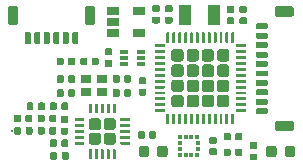
<source format=gbr>
G04 #@! TF.GenerationSoftware,KiCad,Pcbnew,(5.1.5-0-10_14)*
G04 #@! TF.CreationDate,2020-08-21T21:41:28-04:00*
G04 #@! TF.ProjectId,ESLO,45534c4f-2e6b-4696-9361-645f70636258,rev?*
G04 #@! TF.SameCoordinates,Original*
G04 #@! TF.FileFunction,Paste,Top*
G04 #@! TF.FilePolarity,Positive*
%FSLAX46Y46*%
G04 Gerber Fmt 4.6, Leading zero omitted, Abs format (unit mm)*
G04 Created by KiCad (PCBNEW (5.1.5-0-10_14)) date 2020-08-21 21:41:28*
%MOMM*%
%LPD*%
G04 APERTURE LIST*
%ADD10R,0.850000X0.750000*%
%ADD11C,0.100000*%
%ADD12C,0.250000*%
%ADD13R,0.700000X0.400000*%
%ADD14R,0.375000X0.350000*%
%ADD15R,0.350000X0.375000*%
%ADD16R,1.060000X0.650000*%
%ADD17R,1.000000X1.800000*%
G04 APERTURE END LIST*
D10*
X154150000Y-107850000D03*
X152800000Y-107850000D03*
X152800000Y-106800000D03*
X154150000Y-106800000D03*
D11*
G36*
X154911958Y-104170710D02*
G01*
X154926276Y-104172834D01*
X154940317Y-104176351D01*
X154953946Y-104181228D01*
X154967031Y-104187417D01*
X154979447Y-104194858D01*
X154991073Y-104203481D01*
X155001798Y-104213202D01*
X155011519Y-104223927D01*
X155020142Y-104235553D01*
X155027583Y-104247969D01*
X155033772Y-104261054D01*
X155038649Y-104274683D01*
X155042166Y-104288724D01*
X155044290Y-104303042D01*
X155045000Y-104317500D01*
X155045000Y-104612500D01*
X155044290Y-104626958D01*
X155042166Y-104641276D01*
X155038649Y-104655317D01*
X155033772Y-104668946D01*
X155027583Y-104682031D01*
X155020142Y-104694447D01*
X155011519Y-104706073D01*
X155001798Y-104716798D01*
X154991073Y-104726519D01*
X154979447Y-104735142D01*
X154967031Y-104742583D01*
X154953946Y-104748772D01*
X154940317Y-104753649D01*
X154926276Y-104757166D01*
X154911958Y-104759290D01*
X154897500Y-104760000D01*
X154552500Y-104760000D01*
X154538042Y-104759290D01*
X154523724Y-104757166D01*
X154509683Y-104753649D01*
X154496054Y-104748772D01*
X154482969Y-104742583D01*
X154470553Y-104735142D01*
X154458927Y-104726519D01*
X154448202Y-104716798D01*
X154438481Y-104706073D01*
X154429858Y-104694447D01*
X154422417Y-104682031D01*
X154416228Y-104668946D01*
X154411351Y-104655317D01*
X154407834Y-104641276D01*
X154405710Y-104626958D01*
X154405000Y-104612500D01*
X154405000Y-104317500D01*
X154405710Y-104303042D01*
X154407834Y-104288724D01*
X154411351Y-104274683D01*
X154416228Y-104261054D01*
X154422417Y-104247969D01*
X154429858Y-104235553D01*
X154438481Y-104223927D01*
X154448202Y-104213202D01*
X154458927Y-104203481D01*
X154470553Y-104194858D01*
X154482969Y-104187417D01*
X154496054Y-104181228D01*
X154509683Y-104176351D01*
X154523724Y-104172834D01*
X154538042Y-104170710D01*
X154552500Y-104170000D01*
X154897500Y-104170000D01*
X154911958Y-104170710D01*
G37*
G36*
X154911958Y-105140710D02*
G01*
X154926276Y-105142834D01*
X154940317Y-105146351D01*
X154953946Y-105151228D01*
X154967031Y-105157417D01*
X154979447Y-105164858D01*
X154991073Y-105173481D01*
X155001798Y-105183202D01*
X155011519Y-105193927D01*
X155020142Y-105205553D01*
X155027583Y-105217969D01*
X155033772Y-105231054D01*
X155038649Y-105244683D01*
X155042166Y-105258724D01*
X155044290Y-105273042D01*
X155045000Y-105287500D01*
X155045000Y-105582500D01*
X155044290Y-105596958D01*
X155042166Y-105611276D01*
X155038649Y-105625317D01*
X155033772Y-105638946D01*
X155027583Y-105652031D01*
X155020142Y-105664447D01*
X155011519Y-105676073D01*
X155001798Y-105686798D01*
X154991073Y-105696519D01*
X154979447Y-105705142D01*
X154967031Y-105712583D01*
X154953946Y-105718772D01*
X154940317Y-105723649D01*
X154926276Y-105727166D01*
X154911958Y-105729290D01*
X154897500Y-105730000D01*
X154552500Y-105730000D01*
X154538042Y-105729290D01*
X154523724Y-105727166D01*
X154509683Y-105723649D01*
X154496054Y-105718772D01*
X154482969Y-105712583D01*
X154470553Y-105705142D01*
X154458927Y-105696519D01*
X154448202Y-105686798D01*
X154438481Y-105676073D01*
X154429858Y-105664447D01*
X154422417Y-105652031D01*
X154416228Y-105638946D01*
X154411351Y-105625317D01*
X154407834Y-105611276D01*
X154405710Y-105596958D01*
X154405000Y-105582500D01*
X154405000Y-105287500D01*
X154405710Y-105273042D01*
X154407834Y-105258724D01*
X154411351Y-105244683D01*
X154416228Y-105231054D01*
X154422417Y-105217969D01*
X154429858Y-105205553D01*
X154438481Y-105193927D01*
X154448202Y-105183202D01*
X154458927Y-105173481D01*
X154470553Y-105164858D01*
X154482969Y-105157417D01*
X154496054Y-105151228D01*
X154509683Y-105146351D01*
X154523724Y-105142834D01*
X154538042Y-105140710D01*
X154552500Y-105140000D01*
X154897500Y-105140000D01*
X154911958Y-105140710D01*
G37*
G36*
X151761958Y-104955710D02*
G01*
X151776276Y-104957834D01*
X151790317Y-104961351D01*
X151803946Y-104966228D01*
X151817031Y-104972417D01*
X151829447Y-104979858D01*
X151841073Y-104988481D01*
X151851798Y-104998202D01*
X151861519Y-105008927D01*
X151870142Y-105020553D01*
X151877583Y-105032969D01*
X151883772Y-105046054D01*
X151888649Y-105059683D01*
X151892166Y-105073724D01*
X151894290Y-105088042D01*
X151895000Y-105102500D01*
X151895000Y-105447500D01*
X151894290Y-105461958D01*
X151892166Y-105476276D01*
X151888649Y-105490317D01*
X151883772Y-105503946D01*
X151877583Y-105517031D01*
X151870142Y-105529447D01*
X151861519Y-105541073D01*
X151851798Y-105551798D01*
X151841073Y-105561519D01*
X151829447Y-105570142D01*
X151817031Y-105577583D01*
X151803946Y-105583772D01*
X151790317Y-105588649D01*
X151776276Y-105592166D01*
X151761958Y-105594290D01*
X151747500Y-105595000D01*
X151452500Y-105595000D01*
X151438042Y-105594290D01*
X151423724Y-105592166D01*
X151409683Y-105588649D01*
X151396054Y-105583772D01*
X151382969Y-105577583D01*
X151370553Y-105570142D01*
X151358927Y-105561519D01*
X151348202Y-105551798D01*
X151338481Y-105541073D01*
X151329858Y-105529447D01*
X151322417Y-105517031D01*
X151316228Y-105503946D01*
X151311351Y-105490317D01*
X151307834Y-105476276D01*
X151305710Y-105461958D01*
X151305000Y-105447500D01*
X151305000Y-105102500D01*
X151305710Y-105088042D01*
X151307834Y-105073724D01*
X151311351Y-105059683D01*
X151316228Y-105046054D01*
X151322417Y-105032969D01*
X151329858Y-105020553D01*
X151338481Y-105008927D01*
X151348202Y-104998202D01*
X151358927Y-104988481D01*
X151370553Y-104979858D01*
X151382969Y-104972417D01*
X151396054Y-104966228D01*
X151409683Y-104961351D01*
X151423724Y-104957834D01*
X151438042Y-104955710D01*
X151452500Y-104955000D01*
X151747500Y-104955000D01*
X151761958Y-104955710D01*
G37*
G36*
X150791958Y-104955710D02*
G01*
X150806276Y-104957834D01*
X150820317Y-104961351D01*
X150833946Y-104966228D01*
X150847031Y-104972417D01*
X150859447Y-104979858D01*
X150871073Y-104988481D01*
X150881798Y-104998202D01*
X150891519Y-105008927D01*
X150900142Y-105020553D01*
X150907583Y-105032969D01*
X150913772Y-105046054D01*
X150918649Y-105059683D01*
X150922166Y-105073724D01*
X150924290Y-105088042D01*
X150925000Y-105102500D01*
X150925000Y-105447500D01*
X150924290Y-105461958D01*
X150922166Y-105476276D01*
X150918649Y-105490317D01*
X150913772Y-105503946D01*
X150907583Y-105517031D01*
X150900142Y-105529447D01*
X150891519Y-105541073D01*
X150881798Y-105551798D01*
X150871073Y-105561519D01*
X150859447Y-105570142D01*
X150847031Y-105577583D01*
X150833946Y-105583772D01*
X150820317Y-105588649D01*
X150806276Y-105592166D01*
X150791958Y-105594290D01*
X150777500Y-105595000D01*
X150482500Y-105595000D01*
X150468042Y-105594290D01*
X150453724Y-105592166D01*
X150439683Y-105588649D01*
X150426054Y-105583772D01*
X150412969Y-105577583D01*
X150400553Y-105570142D01*
X150388927Y-105561519D01*
X150378202Y-105551798D01*
X150368481Y-105541073D01*
X150359858Y-105529447D01*
X150352417Y-105517031D01*
X150346228Y-105503946D01*
X150341351Y-105490317D01*
X150337834Y-105476276D01*
X150335710Y-105461958D01*
X150335000Y-105447500D01*
X150335000Y-105102500D01*
X150335710Y-105088042D01*
X150337834Y-105073724D01*
X150341351Y-105059683D01*
X150346228Y-105046054D01*
X150352417Y-105032969D01*
X150359858Y-105020553D01*
X150368481Y-105008927D01*
X150378202Y-104998202D01*
X150388927Y-104988481D01*
X150400553Y-104979858D01*
X150412969Y-104972417D01*
X150426054Y-104966228D01*
X150439683Y-104961351D01*
X150453724Y-104957834D01*
X150468042Y-104955710D01*
X150482500Y-104955000D01*
X150777500Y-104955000D01*
X150791958Y-104955710D01*
G37*
G36*
X153761958Y-104955710D02*
G01*
X153776276Y-104957834D01*
X153790317Y-104961351D01*
X153803946Y-104966228D01*
X153817031Y-104972417D01*
X153829447Y-104979858D01*
X153841073Y-104988481D01*
X153851798Y-104998202D01*
X153861519Y-105008927D01*
X153870142Y-105020553D01*
X153877583Y-105032969D01*
X153883772Y-105046054D01*
X153888649Y-105059683D01*
X153892166Y-105073724D01*
X153894290Y-105088042D01*
X153895000Y-105102500D01*
X153895000Y-105447500D01*
X153894290Y-105461958D01*
X153892166Y-105476276D01*
X153888649Y-105490317D01*
X153883772Y-105503946D01*
X153877583Y-105517031D01*
X153870142Y-105529447D01*
X153861519Y-105541073D01*
X153851798Y-105551798D01*
X153841073Y-105561519D01*
X153829447Y-105570142D01*
X153817031Y-105577583D01*
X153803946Y-105583772D01*
X153790317Y-105588649D01*
X153776276Y-105592166D01*
X153761958Y-105594290D01*
X153747500Y-105595000D01*
X153452500Y-105595000D01*
X153438042Y-105594290D01*
X153423724Y-105592166D01*
X153409683Y-105588649D01*
X153396054Y-105583772D01*
X153382969Y-105577583D01*
X153370553Y-105570142D01*
X153358927Y-105561519D01*
X153348202Y-105551798D01*
X153338481Y-105541073D01*
X153329858Y-105529447D01*
X153322417Y-105517031D01*
X153316228Y-105503946D01*
X153311351Y-105490317D01*
X153307834Y-105476276D01*
X153305710Y-105461958D01*
X153305000Y-105447500D01*
X153305000Y-105102500D01*
X153305710Y-105088042D01*
X153307834Y-105073724D01*
X153311351Y-105059683D01*
X153316228Y-105046054D01*
X153322417Y-105032969D01*
X153329858Y-105020553D01*
X153338481Y-105008927D01*
X153348202Y-104998202D01*
X153358927Y-104988481D01*
X153370553Y-104979858D01*
X153382969Y-104972417D01*
X153396054Y-104966228D01*
X153409683Y-104961351D01*
X153423724Y-104957834D01*
X153438042Y-104955710D01*
X153452500Y-104955000D01*
X153747500Y-104955000D01*
X153761958Y-104955710D01*
G37*
G36*
X152791958Y-104955710D02*
G01*
X152806276Y-104957834D01*
X152820317Y-104961351D01*
X152833946Y-104966228D01*
X152847031Y-104972417D01*
X152859447Y-104979858D01*
X152871073Y-104988481D01*
X152881798Y-104998202D01*
X152891519Y-105008927D01*
X152900142Y-105020553D01*
X152907583Y-105032969D01*
X152913772Y-105046054D01*
X152918649Y-105059683D01*
X152922166Y-105073724D01*
X152924290Y-105088042D01*
X152925000Y-105102500D01*
X152925000Y-105447500D01*
X152924290Y-105461958D01*
X152922166Y-105476276D01*
X152918649Y-105490317D01*
X152913772Y-105503946D01*
X152907583Y-105517031D01*
X152900142Y-105529447D01*
X152891519Y-105541073D01*
X152881798Y-105551798D01*
X152871073Y-105561519D01*
X152859447Y-105570142D01*
X152847031Y-105577583D01*
X152833946Y-105583772D01*
X152820317Y-105588649D01*
X152806276Y-105592166D01*
X152791958Y-105594290D01*
X152777500Y-105595000D01*
X152482500Y-105595000D01*
X152468042Y-105594290D01*
X152453724Y-105592166D01*
X152439683Y-105588649D01*
X152426054Y-105583772D01*
X152412969Y-105577583D01*
X152400553Y-105570142D01*
X152388927Y-105561519D01*
X152378202Y-105551798D01*
X152368481Y-105541073D01*
X152359858Y-105529447D01*
X152352417Y-105517031D01*
X152346228Y-105503946D01*
X152341351Y-105490317D01*
X152337834Y-105476276D01*
X152335710Y-105461958D01*
X152335000Y-105447500D01*
X152335000Y-105102500D01*
X152335710Y-105088042D01*
X152337834Y-105073724D01*
X152341351Y-105059683D01*
X152346228Y-105046054D01*
X152352417Y-105032969D01*
X152359858Y-105020553D01*
X152368481Y-105008927D01*
X152378202Y-104998202D01*
X152388927Y-104988481D01*
X152400553Y-104979858D01*
X152412969Y-104972417D01*
X152426054Y-104966228D01*
X152439683Y-104961351D01*
X152453724Y-104957834D01*
X152468042Y-104955710D01*
X152482500Y-104955000D01*
X152777500Y-104955000D01*
X152791958Y-104955710D01*
G37*
G36*
X150226958Y-111880710D02*
G01*
X150241276Y-111882834D01*
X150255317Y-111886351D01*
X150268946Y-111891228D01*
X150282031Y-111897417D01*
X150294447Y-111904858D01*
X150306073Y-111913481D01*
X150316798Y-111923202D01*
X150326519Y-111933927D01*
X150335142Y-111945553D01*
X150342583Y-111957969D01*
X150348772Y-111971054D01*
X150353649Y-111984683D01*
X150357166Y-111998724D01*
X150359290Y-112013042D01*
X150360000Y-112027500D01*
X150360000Y-112372500D01*
X150359290Y-112386958D01*
X150357166Y-112401276D01*
X150353649Y-112415317D01*
X150348772Y-112428946D01*
X150342583Y-112442031D01*
X150335142Y-112454447D01*
X150326519Y-112466073D01*
X150316798Y-112476798D01*
X150306073Y-112486519D01*
X150294447Y-112495142D01*
X150282031Y-112502583D01*
X150268946Y-112508772D01*
X150255317Y-112513649D01*
X150241276Y-112517166D01*
X150226958Y-112519290D01*
X150212500Y-112520000D01*
X149917500Y-112520000D01*
X149903042Y-112519290D01*
X149888724Y-112517166D01*
X149874683Y-112513649D01*
X149861054Y-112508772D01*
X149847969Y-112502583D01*
X149835553Y-112495142D01*
X149823927Y-112486519D01*
X149813202Y-112476798D01*
X149803481Y-112466073D01*
X149794858Y-112454447D01*
X149787417Y-112442031D01*
X149781228Y-112428946D01*
X149776351Y-112415317D01*
X149772834Y-112401276D01*
X149770710Y-112386958D01*
X149770000Y-112372500D01*
X149770000Y-112027500D01*
X149770710Y-112013042D01*
X149772834Y-111998724D01*
X149776351Y-111984683D01*
X149781228Y-111971054D01*
X149787417Y-111957969D01*
X149794858Y-111945553D01*
X149803481Y-111933927D01*
X149813202Y-111923202D01*
X149823927Y-111913481D01*
X149835553Y-111904858D01*
X149847969Y-111897417D01*
X149861054Y-111891228D01*
X149874683Y-111886351D01*
X149888724Y-111882834D01*
X149903042Y-111880710D01*
X149917500Y-111880000D01*
X150212500Y-111880000D01*
X150226958Y-111880710D01*
G37*
G36*
X151196958Y-111880710D02*
G01*
X151211276Y-111882834D01*
X151225317Y-111886351D01*
X151238946Y-111891228D01*
X151252031Y-111897417D01*
X151264447Y-111904858D01*
X151276073Y-111913481D01*
X151286798Y-111923202D01*
X151296519Y-111933927D01*
X151305142Y-111945553D01*
X151312583Y-111957969D01*
X151318772Y-111971054D01*
X151323649Y-111984683D01*
X151327166Y-111998724D01*
X151329290Y-112013042D01*
X151330000Y-112027500D01*
X151330000Y-112372500D01*
X151329290Y-112386958D01*
X151327166Y-112401276D01*
X151323649Y-112415317D01*
X151318772Y-112428946D01*
X151312583Y-112442031D01*
X151305142Y-112454447D01*
X151296519Y-112466073D01*
X151286798Y-112476798D01*
X151276073Y-112486519D01*
X151264447Y-112495142D01*
X151252031Y-112502583D01*
X151238946Y-112508772D01*
X151225317Y-112513649D01*
X151211276Y-112517166D01*
X151196958Y-112519290D01*
X151182500Y-112520000D01*
X150887500Y-112520000D01*
X150873042Y-112519290D01*
X150858724Y-112517166D01*
X150844683Y-112513649D01*
X150831054Y-112508772D01*
X150817969Y-112502583D01*
X150805553Y-112495142D01*
X150793927Y-112486519D01*
X150783202Y-112476798D01*
X150773481Y-112466073D01*
X150764858Y-112454447D01*
X150757417Y-112442031D01*
X150751228Y-112428946D01*
X150746351Y-112415317D01*
X150742834Y-112401276D01*
X150740710Y-112386958D01*
X150740000Y-112372500D01*
X150740000Y-112027500D01*
X150740710Y-112013042D01*
X150742834Y-111998724D01*
X150746351Y-111984683D01*
X150751228Y-111971054D01*
X150757417Y-111957969D01*
X150764858Y-111945553D01*
X150773481Y-111933927D01*
X150783202Y-111923202D01*
X150793927Y-111913481D01*
X150805553Y-111904858D01*
X150817969Y-111897417D01*
X150831054Y-111891228D01*
X150844683Y-111886351D01*
X150858724Y-111882834D01*
X150873042Y-111880710D01*
X150887500Y-111880000D01*
X151182500Y-111880000D01*
X151196958Y-111880710D01*
G37*
G36*
X157786958Y-106620710D02*
G01*
X157801276Y-106622834D01*
X157815317Y-106626351D01*
X157828946Y-106631228D01*
X157842031Y-106637417D01*
X157854447Y-106644858D01*
X157866073Y-106653481D01*
X157876798Y-106663202D01*
X157886519Y-106673927D01*
X157895142Y-106685553D01*
X157902583Y-106697969D01*
X157908772Y-106711054D01*
X157913649Y-106724683D01*
X157917166Y-106738724D01*
X157919290Y-106753042D01*
X157920000Y-106767500D01*
X157920000Y-107062500D01*
X157919290Y-107076958D01*
X157917166Y-107091276D01*
X157913649Y-107105317D01*
X157908772Y-107118946D01*
X157902583Y-107132031D01*
X157895142Y-107144447D01*
X157886519Y-107156073D01*
X157876798Y-107166798D01*
X157866073Y-107176519D01*
X157854447Y-107185142D01*
X157842031Y-107192583D01*
X157828946Y-107198772D01*
X157815317Y-107203649D01*
X157801276Y-107207166D01*
X157786958Y-107209290D01*
X157772500Y-107210000D01*
X157427500Y-107210000D01*
X157413042Y-107209290D01*
X157398724Y-107207166D01*
X157384683Y-107203649D01*
X157371054Y-107198772D01*
X157357969Y-107192583D01*
X157345553Y-107185142D01*
X157333927Y-107176519D01*
X157323202Y-107166798D01*
X157313481Y-107156073D01*
X157304858Y-107144447D01*
X157297417Y-107132031D01*
X157291228Y-107118946D01*
X157286351Y-107105317D01*
X157282834Y-107091276D01*
X157280710Y-107076958D01*
X157280000Y-107062500D01*
X157280000Y-106767500D01*
X157280710Y-106753042D01*
X157282834Y-106738724D01*
X157286351Y-106724683D01*
X157291228Y-106711054D01*
X157297417Y-106697969D01*
X157304858Y-106685553D01*
X157313481Y-106673927D01*
X157323202Y-106663202D01*
X157333927Y-106653481D01*
X157345553Y-106644858D01*
X157357969Y-106637417D01*
X157371054Y-106631228D01*
X157384683Y-106626351D01*
X157398724Y-106622834D01*
X157413042Y-106620710D01*
X157427500Y-106620000D01*
X157772500Y-106620000D01*
X157786958Y-106620710D01*
G37*
G36*
X157786958Y-107590710D02*
G01*
X157801276Y-107592834D01*
X157815317Y-107596351D01*
X157828946Y-107601228D01*
X157842031Y-107607417D01*
X157854447Y-107614858D01*
X157866073Y-107623481D01*
X157876798Y-107633202D01*
X157886519Y-107643927D01*
X157895142Y-107655553D01*
X157902583Y-107667969D01*
X157908772Y-107681054D01*
X157913649Y-107694683D01*
X157917166Y-107708724D01*
X157919290Y-107723042D01*
X157920000Y-107737500D01*
X157920000Y-108032500D01*
X157919290Y-108046958D01*
X157917166Y-108061276D01*
X157913649Y-108075317D01*
X157908772Y-108088946D01*
X157902583Y-108102031D01*
X157895142Y-108114447D01*
X157886519Y-108126073D01*
X157876798Y-108136798D01*
X157866073Y-108146519D01*
X157854447Y-108155142D01*
X157842031Y-108162583D01*
X157828946Y-108168772D01*
X157815317Y-108173649D01*
X157801276Y-108177166D01*
X157786958Y-108179290D01*
X157772500Y-108180000D01*
X157427500Y-108180000D01*
X157413042Y-108179290D01*
X157398724Y-108177166D01*
X157384683Y-108173649D01*
X157371054Y-108168772D01*
X157357969Y-108162583D01*
X157345553Y-108155142D01*
X157333927Y-108146519D01*
X157323202Y-108136798D01*
X157313481Y-108126073D01*
X157304858Y-108114447D01*
X157297417Y-108102031D01*
X157291228Y-108088946D01*
X157286351Y-108075317D01*
X157282834Y-108061276D01*
X157280710Y-108046958D01*
X157280000Y-108032500D01*
X157280000Y-107737500D01*
X157280710Y-107723042D01*
X157282834Y-107708724D01*
X157286351Y-107694683D01*
X157291228Y-107681054D01*
X157297417Y-107667969D01*
X157304858Y-107655553D01*
X157313481Y-107643927D01*
X157323202Y-107633202D01*
X157333927Y-107623481D01*
X157345553Y-107614858D01*
X157357969Y-107607417D01*
X157371054Y-107601228D01*
X157384683Y-107596351D01*
X157398724Y-107592834D01*
X157413042Y-107590710D01*
X157427500Y-107590000D01*
X157772500Y-107590000D01*
X157786958Y-107590710D01*
G37*
G36*
X149191958Y-110830710D02*
G01*
X149206276Y-110832834D01*
X149220317Y-110836351D01*
X149233946Y-110841228D01*
X149247031Y-110847417D01*
X149259447Y-110854858D01*
X149271073Y-110863481D01*
X149281798Y-110873202D01*
X149291519Y-110883927D01*
X149300142Y-110895553D01*
X149307583Y-110907969D01*
X149313772Y-110921054D01*
X149318649Y-110934683D01*
X149322166Y-110948724D01*
X149324290Y-110963042D01*
X149325000Y-110977500D01*
X149325000Y-111322500D01*
X149324290Y-111336958D01*
X149322166Y-111351276D01*
X149318649Y-111365317D01*
X149313772Y-111378946D01*
X149307583Y-111392031D01*
X149300142Y-111404447D01*
X149291519Y-111416073D01*
X149281798Y-111426798D01*
X149271073Y-111436519D01*
X149259447Y-111445142D01*
X149247031Y-111452583D01*
X149233946Y-111458772D01*
X149220317Y-111463649D01*
X149206276Y-111467166D01*
X149191958Y-111469290D01*
X149177500Y-111470000D01*
X148882500Y-111470000D01*
X148868042Y-111469290D01*
X148853724Y-111467166D01*
X148839683Y-111463649D01*
X148826054Y-111458772D01*
X148812969Y-111452583D01*
X148800553Y-111445142D01*
X148788927Y-111436519D01*
X148778202Y-111426798D01*
X148768481Y-111416073D01*
X148759858Y-111404447D01*
X148752417Y-111392031D01*
X148746228Y-111378946D01*
X148741351Y-111365317D01*
X148737834Y-111351276D01*
X148735710Y-111336958D01*
X148735000Y-111322500D01*
X148735000Y-110977500D01*
X148735710Y-110963042D01*
X148737834Y-110948724D01*
X148741351Y-110934683D01*
X148746228Y-110921054D01*
X148752417Y-110907969D01*
X148759858Y-110895553D01*
X148768481Y-110883927D01*
X148778202Y-110873202D01*
X148788927Y-110863481D01*
X148800553Y-110854858D01*
X148812969Y-110847417D01*
X148826054Y-110841228D01*
X148839683Y-110836351D01*
X148853724Y-110832834D01*
X148868042Y-110830710D01*
X148882500Y-110830000D01*
X149177500Y-110830000D01*
X149191958Y-110830710D01*
G37*
G36*
X150161958Y-110830710D02*
G01*
X150176276Y-110832834D01*
X150190317Y-110836351D01*
X150203946Y-110841228D01*
X150217031Y-110847417D01*
X150229447Y-110854858D01*
X150241073Y-110863481D01*
X150251798Y-110873202D01*
X150261519Y-110883927D01*
X150270142Y-110895553D01*
X150277583Y-110907969D01*
X150283772Y-110921054D01*
X150288649Y-110934683D01*
X150292166Y-110948724D01*
X150294290Y-110963042D01*
X150295000Y-110977500D01*
X150295000Y-111322500D01*
X150294290Y-111336958D01*
X150292166Y-111351276D01*
X150288649Y-111365317D01*
X150283772Y-111378946D01*
X150277583Y-111392031D01*
X150270142Y-111404447D01*
X150261519Y-111416073D01*
X150251798Y-111426798D01*
X150241073Y-111436519D01*
X150229447Y-111445142D01*
X150217031Y-111452583D01*
X150203946Y-111458772D01*
X150190317Y-111463649D01*
X150176276Y-111467166D01*
X150161958Y-111469290D01*
X150147500Y-111470000D01*
X149852500Y-111470000D01*
X149838042Y-111469290D01*
X149823724Y-111467166D01*
X149809683Y-111463649D01*
X149796054Y-111458772D01*
X149782969Y-111452583D01*
X149770553Y-111445142D01*
X149758927Y-111436519D01*
X149748202Y-111426798D01*
X149738481Y-111416073D01*
X149729858Y-111404447D01*
X149722417Y-111392031D01*
X149716228Y-111378946D01*
X149711351Y-111365317D01*
X149707834Y-111351276D01*
X149705710Y-111336958D01*
X149705000Y-111322500D01*
X149705000Y-110977500D01*
X149705710Y-110963042D01*
X149707834Y-110948724D01*
X149711351Y-110934683D01*
X149716228Y-110921054D01*
X149722417Y-110907969D01*
X149729858Y-110895553D01*
X149738481Y-110883927D01*
X149748202Y-110873202D01*
X149758927Y-110863481D01*
X149770553Y-110854858D01*
X149782969Y-110847417D01*
X149796054Y-110841228D01*
X149809683Y-110836351D01*
X149823724Y-110832834D01*
X149838042Y-110830710D01*
X149852500Y-110830000D01*
X150147500Y-110830000D01*
X150161958Y-110830710D01*
G37*
G36*
X151186958Y-110880710D02*
G01*
X151201276Y-110882834D01*
X151215317Y-110886351D01*
X151228946Y-110891228D01*
X151242031Y-110897417D01*
X151254447Y-110904858D01*
X151266073Y-110913481D01*
X151276798Y-110923202D01*
X151286519Y-110933927D01*
X151295142Y-110945553D01*
X151302583Y-110957969D01*
X151308772Y-110971054D01*
X151313649Y-110984683D01*
X151317166Y-110998724D01*
X151319290Y-111013042D01*
X151320000Y-111027500D01*
X151320000Y-111322500D01*
X151319290Y-111336958D01*
X151317166Y-111351276D01*
X151313649Y-111365317D01*
X151308772Y-111378946D01*
X151302583Y-111392031D01*
X151295142Y-111404447D01*
X151286519Y-111416073D01*
X151276798Y-111426798D01*
X151266073Y-111436519D01*
X151254447Y-111445142D01*
X151242031Y-111452583D01*
X151228946Y-111458772D01*
X151215317Y-111463649D01*
X151201276Y-111467166D01*
X151186958Y-111469290D01*
X151172500Y-111470000D01*
X150827500Y-111470000D01*
X150813042Y-111469290D01*
X150798724Y-111467166D01*
X150784683Y-111463649D01*
X150771054Y-111458772D01*
X150757969Y-111452583D01*
X150745553Y-111445142D01*
X150733927Y-111436519D01*
X150723202Y-111426798D01*
X150713481Y-111416073D01*
X150704858Y-111404447D01*
X150697417Y-111392031D01*
X150691228Y-111378946D01*
X150686351Y-111365317D01*
X150682834Y-111351276D01*
X150680710Y-111336958D01*
X150680000Y-111322500D01*
X150680000Y-111027500D01*
X150680710Y-111013042D01*
X150682834Y-110998724D01*
X150686351Y-110984683D01*
X150691228Y-110971054D01*
X150697417Y-110957969D01*
X150704858Y-110945553D01*
X150713481Y-110933927D01*
X150723202Y-110923202D01*
X150733927Y-110913481D01*
X150745553Y-110904858D01*
X150757969Y-110897417D01*
X150771054Y-110891228D01*
X150784683Y-110886351D01*
X150798724Y-110882834D01*
X150813042Y-110880710D01*
X150827500Y-110880000D01*
X151172500Y-110880000D01*
X151186958Y-110880710D01*
G37*
G36*
X151186958Y-109910710D02*
G01*
X151201276Y-109912834D01*
X151215317Y-109916351D01*
X151228946Y-109921228D01*
X151242031Y-109927417D01*
X151254447Y-109934858D01*
X151266073Y-109943481D01*
X151276798Y-109953202D01*
X151286519Y-109963927D01*
X151295142Y-109975553D01*
X151302583Y-109987969D01*
X151308772Y-110001054D01*
X151313649Y-110014683D01*
X151317166Y-110028724D01*
X151319290Y-110043042D01*
X151320000Y-110057500D01*
X151320000Y-110352500D01*
X151319290Y-110366958D01*
X151317166Y-110381276D01*
X151313649Y-110395317D01*
X151308772Y-110408946D01*
X151302583Y-110422031D01*
X151295142Y-110434447D01*
X151286519Y-110446073D01*
X151276798Y-110456798D01*
X151266073Y-110466519D01*
X151254447Y-110475142D01*
X151242031Y-110482583D01*
X151228946Y-110488772D01*
X151215317Y-110493649D01*
X151201276Y-110497166D01*
X151186958Y-110499290D01*
X151172500Y-110500000D01*
X150827500Y-110500000D01*
X150813042Y-110499290D01*
X150798724Y-110497166D01*
X150784683Y-110493649D01*
X150771054Y-110488772D01*
X150757969Y-110482583D01*
X150745553Y-110475142D01*
X150733927Y-110466519D01*
X150723202Y-110456798D01*
X150713481Y-110446073D01*
X150704858Y-110434447D01*
X150697417Y-110422031D01*
X150691228Y-110408946D01*
X150686351Y-110395317D01*
X150682834Y-110381276D01*
X150680710Y-110366958D01*
X150680000Y-110352500D01*
X150680000Y-110057500D01*
X150680710Y-110043042D01*
X150682834Y-110028724D01*
X150686351Y-110014683D01*
X150691228Y-110001054D01*
X150697417Y-109987969D01*
X150704858Y-109975553D01*
X150713481Y-109963927D01*
X150723202Y-109953202D01*
X150733927Y-109943481D01*
X150745553Y-109934858D01*
X150757969Y-109927417D01*
X150771054Y-109921228D01*
X150784683Y-109916351D01*
X150798724Y-109912834D01*
X150813042Y-109910710D01*
X150827500Y-109910000D01*
X151172500Y-109910000D01*
X151186958Y-109910710D01*
G37*
G36*
X149191958Y-109780710D02*
G01*
X149206276Y-109782834D01*
X149220317Y-109786351D01*
X149233946Y-109791228D01*
X149247031Y-109797417D01*
X149259447Y-109804858D01*
X149271073Y-109813481D01*
X149281798Y-109823202D01*
X149291519Y-109833927D01*
X149300142Y-109845553D01*
X149307583Y-109857969D01*
X149313772Y-109871054D01*
X149318649Y-109884683D01*
X149322166Y-109898724D01*
X149324290Y-109913042D01*
X149325000Y-109927500D01*
X149325000Y-110272500D01*
X149324290Y-110286958D01*
X149322166Y-110301276D01*
X149318649Y-110315317D01*
X149313772Y-110328946D01*
X149307583Y-110342031D01*
X149300142Y-110354447D01*
X149291519Y-110366073D01*
X149281798Y-110376798D01*
X149271073Y-110386519D01*
X149259447Y-110395142D01*
X149247031Y-110402583D01*
X149233946Y-110408772D01*
X149220317Y-110413649D01*
X149206276Y-110417166D01*
X149191958Y-110419290D01*
X149177500Y-110420000D01*
X148882500Y-110420000D01*
X148868042Y-110419290D01*
X148853724Y-110417166D01*
X148839683Y-110413649D01*
X148826054Y-110408772D01*
X148812969Y-110402583D01*
X148800553Y-110395142D01*
X148788927Y-110386519D01*
X148778202Y-110376798D01*
X148768481Y-110366073D01*
X148759858Y-110354447D01*
X148752417Y-110342031D01*
X148746228Y-110328946D01*
X148741351Y-110315317D01*
X148737834Y-110301276D01*
X148735710Y-110286958D01*
X148735000Y-110272500D01*
X148735000Y-109927500D01*
X148735710Y-109913042D01*
X148737834Y-109898724D01*
X148741351Y-109884683D01*
X148746228Y-109871054D01*
X148752417Y-109857969D01*
X148759858Y-109845553D01*
X148768481Y-109833927D01*
X148778202Y-109823202D01*
X148788927Y-109813481D01*
X148800553Y-109804858D01*
X148812969Y-109797417D01*
X148826054Y-109791228D01*
X148839683Y-109786351D01*
X148853724Y-109782834D01*
X148868042Y-109780710D01*
X148882500Y-109780000D01*
X149177500Y-109780000D01*
X149191958Y-109780710D01*
G37*
G36*
X150161958Y-109780710D02*
G01*
X150176276Y-109782834D01*
X150190317Y-109786351D01*
X150203946Y-109791228D01*
X150217031Y-109797417D01*
X150229447Y-109804858D01*
X150241073Y-109813481D01*
X150251798Y-109823202D01*
X150261519Y-109833927D01*
X150270142Y-109845553D01*
X150277583Y-109857969D01*
X150283772Y-109871054D01*
X150288649Y-109884683D01*
X150292166Y-109898724D01*
X150294290Y-109913042D01*
X150295000Y-109927500D01*
X150295000Y-110272500D01*
X150294290Y-110286958D01*
X150292166Y-110301276D01*
X150288649Y-110315317D01*
X150283772Y-110328946D01*
X150277583Y-110342031D01*
X150270142Y-110354447D01*
X150261519Y-110366073D01*
X150251798Y-110376798D01*
X150241073Y-110386519D01*
X150229447Y-110395142D01*
X150217031Y-110402583D01*
X150203946Y-110408772D01*
X150190317Y-110413649D01*
X150176276Y-110417166D01*
X150161958Y-110419290D01*
X150147500Y-110420000D01*
X149852500Y-110420000D01*
X149838042Y-110419290D01*
X149823724Y-110417166D01*
X149809683Y-110413649D01*
X149796054Y-110408772D01*
X149782969Y-110402583D01*
X149770553Y-110395142D01*
X149758927Y-110386519D01*
X149748202Y-110376798D01*
X149738481Y-110366073D01*
X149729858Y-110354447D01*
X149722417Y-110342031D01*
X149716228Y-110328946D01*
X149711351Y-110315317D01*
X149707834Y-110301276D01*
X149705710Y-110286958D01*
X149705000Y-110272500D01*
X149705000Y-109927500D01*
X149705710Y-109913042D01*
X149707834Y-109898724D01*
X149711351Y-109884683D01*
X149716228Y-109871054D01*
X149722417Y-109857969D01*
X149729858Y-109845553D01*
X149738481Y-109833927D01*
X149748202Y-109823202D01*
X149758927Y-109813481D01*
X149770553Y-109804858D01*
X149782969Y-109797417D01*
X149796054Y-109791228D01*
X149809683Y-109786351D01*
X149823724Y-109782834D01*
X149838042Y-109780710D01*
X149852500Y-109780000D01*
X150147500Y-109780000D01*
X150161958Y-109780710D01*
G37*
G36*
X150791958Y-107640710D02*
G01*
X150806276Y-107642834D01*
X150820317Y-107646351D01*
X150833946Y-107651228D01*
X150847031Y-107657417D01*
X150859447Y-107664858D01*
X150871073Y-107673481D01*
X150881798Y-107683202D01*
X150891519Y-107693927D01*
X150900142Y-107705553D01*
X150907583Y-107717969D01*
X150913772Y-107731054D01*
X150918649Y-107744683D01*
X150922166Y-107758724D01*
X150924290Y-107773042D01*
X150925000Y-107787500D01*
X150925000Y-108132500D01*
X150924290Y-108146958D01*
X150922166Y-108161276D01*
X150918649Y-108175317D01*
X150913772Y-108188946D01*
X150907583Y-108202031D01*
X150900142Y-108214447D01*
X150891519Y-108226073D01*
X150881798Y-108236798D01*
X150871073Y-108246519D01*
X150859447Y-108255142D01*
X150847031Y-108262583D01*
X150833946Y-108268772D01*
X150820317Y-108273649D01*
X150806276Y-108277166D01*
X150791958Y-108279290D01*
X150777500Y-108280000D01*
X150482500Y-108280000D01*
X150468042Y-108279290D01*
X150453724Y-108277166D01*
X150439683Y-108273649D01*
X150426054Y-108268772D01*
X150412969Y-108262583D01*
X150400553Y-108255142D01*
X150388927Y-108246519D01*
X150378202Y-108236798D01*
X150368481Y-108226073D01*
X150359858Y-108214447D01*
X150352417Y-108202031D01*
X150346228Y-108188946D01*
X150341351Y-108175317D01*
X150337834Y-108161276D01*
X150335710Y-108146958D01*
X150335000Y-108132500D01*
X150335000Y-107787500D01*
X150335710Y-107773042D01*
X150337834Y-107758724D01*
X150341351Y-107744683D01*
X150346228Y-107731054D01*
X150352417Y-107717969D01*
X150359858Y-107705553D01*
X150368481Y-107693927D01*
X150378202Y-107683202D01*
X150388927Y-107673481D01*
X150400553Y-107664858D01*
X150412969Y-107657417D01*
X150426054Y-107651228D01*
X150439683Y-107646351D01*
X150453724Y-107642834D01*
X150468042Y-107640710D01*
X150482500Y-107640000D01*
X150777500Y-107640000D01*
X150791958Y-107640710D01*
G37*
G36*
X151761958Y-107640710D02*
G01*
X151776276Y-107642834D01*
X151790317Y-107646351D01*
X151803946Y-107651228D01*
X151817031Y-107657417D01*
X151829447Y-107664858D01*
X151841073Y-107673481D01*
X151851798Y-107683202D01*
X151861519Y-107693927D01*
X151870142Y-107705553D01*
X151877583Y-107717969D01*
X151883772Y-107731054D01*
X151888649Y-107744683D01*
X151892166Y-107758724D01*
X151894290Y-107773042D01*
X151895000Y-107787500D01*
X151895000Y-108132500D01*
X151894290Y-108146958D01*
X151892166Y-108161276D01*
X151888649Y-108175317D01*
X151883772Y-108188946D01*
X151877583Y-108202031D01*
X151870142Y-108214447D01*
X151861519Y-108226073D01*
X151851798Y-108236798D01*
X151841073Y-108246519D01*
X151829447Y-108255142D01*
X151817031Y-108262583D01*
X151803946Y-108268772D01*
X151790317Y-108273649D01*
X151776276Y-108277166D01*
X151761958Y-108279290D01*
X151747500Y-108280000D01*
X151452500Y-108280000D01*
X151438042Y-108279290D01*
X151423724Y-108277166D01*
X151409683Y-108273649D01*
X151396054Y-108268772D01*
X151382969Y-108262583D01*
X151370553Y-108255142D01*
X151358927Y-108246519D01*
X151348202Y-108236798D01*
X151338481Y-108226073D01*
X151329858Y-108214447D01*
X151322417Y-108202031D01*
X151316228Y-108188946D01*
X151311351Y-108175317D01*
X151307834Y-108161276D01*
X151305710Y-108146958D01*
X151305000Y-108132500D01*
X151305000Y-107787500D01*
X151305710Y-107773042D01*
X151307834Y-107758724D01*
X151311351Y-107744683D01*
X151316228Y-107731054D01*
X151322417Y-107717969D01*
X151329858Y-107705553D01*
X151338481Y-107693927D01*
X151348202Y-107683202D01*
X151358927Y-107673481D01*
X151370553Y-107664858D01*
X151382969Y-107657417D01*
X151396054Y-107651228D01*
X151409683Y-107646351D01*
X151423724Y-107642834D01*
X151438042Y-107640710D01*
X151452500Y-107640000D01*
X151747500Y-107640000D01*
X151761958Y-107640710D01*
G37*
G36*
X150801958Y-106455710D02*
G01*
X150816276Y-106457834D01*
X150830317Y-106461351D01*
X150843946Y-106466228D01*
X150857031Y-106472417D01*
X150869447Y-106479858D01*
X150881073Y-106488481D01*
X150891798Y-106498202D01*
X150901519Y-106508927D01*
X150910142Y-106520553D01*
X150917583Y-106532969D01*
X150923772Y-106546054D01*
X150928649Y-106559683D01*
X150932166Y-106573724D01*
X150934290Y-106588042D01*
X150935000Y-106602500D01*
X150935000Y-106947500D01*
X150934290Y-106961958D01*
X150932166Y-106976276D01*
X150928649Y-106990317D01*
X150923772Y-107003946D01*
X150917583Y-107017031D01*
X150910142Y-107029447D01*
X150901519Y-107041073D01*
X150891798Y-107051798D01*
X150881073Y-107061519D01*
X150869447Y-107070142D01*
X150857031Y-107077583D01*
X150843946Y-107083772D01*
X150830317Y-107088649D01*
X150816276Y-107092166D01*
X150801958Y-107094290D01*
X150787500Y-107095000D01*
X150492500Y-107095000D01*
X150478042Y-107094290D01*
X150463724Y-107092166D01*
X150449683Y-107088649D01*
X150436054Y-107083772D01*
X150422969Y-107077583D01*
X150410553Y-107070142D01*
X150398927Y-107061519D01*
X150388202Y-107051798D01*
X150378481Y-107041073D01*
X150369858Y-107029447D01*
X150362417Y-107017031D01*
X150356228Y-107003946D01*
X150351351Y-106990317D01*
X150347834Y-106976276D01*
X150345710Y-106961958D01*
X150345000Y-106947500D01*
X150345000Y-106602500D01*
X150345710Y-106588042D01*
X150347834Y-106573724D01*
X150351351Y-106559683D01*
X150356228Y-106546054D01*
X150362417Y-106532969D01*
X150369858Y-106520553D01*
X150378481Y-106508927D01*
X150388202Y-106498202D01*
X150398927Y-106488481D01*
X150410553Y-106479858D01*
X150422969Y-106472417D01*
X150436054Y-106466228D01*
X150449683Y-106461351D01*
X150463724Y-106457834D01*
X150478042Y-106455710D01*
X150492500Y-106455000D01*
X150787500Y-106455000D01*
X150801958Y-106455710D01*
G37*
G36*
X151771958Y-106455710D02*
G01*
X151786276Y-106457834D01*
X151800317Y-106461351D01*
X151813946Y-106466228D01*
X151827031Y-106472417D01*
X151839447Y-106479858D01*
X151851073Y-106488481D01*
X151861798Y-106498202D01*
X151871519Y-106508927D01*
X151880142Y-106520553D01*
X151887583Y-106532969D01*
X151893772Y-106546054D01*
X151898649Y-106559683D01*
X151902166Y-106573724D01*
X151904290Y-106588042D01*
X151905000Y-106602500D01*
X151905000Y-106947500D01*
X151904290Y-106961958D01*
X151902166Y-106976276D01*
X151898649Y-106990317D01*
X151893772Y-107003946D01*
X151887583Y-107017031D01*
X151880142Y-107029447D01*
X151871519Y-107041073D01*
X151861798Y-107051798D01*
X151851073Y-107061519D01*
X151839447Y-107070142D01*
X151827031Y-107077583D01*
X151813946Y-107083772D01*
X151800317Y-107088649D01*
X151786276Y-107092166D01*
X151771958Y-107094290D01*
X151757500Y-107095000D01*
X151462500Y-107095000D01*
X151448042Y-107094290D01*
X151433724Y-107092166D01*
X151419683Y-107088649D01*
X151406054Y-107083772D01*
X151392969Y-107077583D01*
X151380553Y-107070142D01*
X151368927Y-107061519D01*
X151358202Y-107051798D01*
X151348481Y-107041073D01*
X151339858Y-107029447D01*
X151332417Y-107017031D01*
X151326228Y-107003946D01*
X151321351Y-106990317D01*
X151317834Y-106976276D01*
X151315710Y-106961958D01*
X151315000Y-106947500D01*
X151315000Y-106602500D01*
X151315710Y-106588042D01*
X151317834Y-106573724D01*
X151321351Y-106559683D01*
X151326228Y-106546054D01*
X151332417Y-106532969D01*
X151339858Y-106520553D01*
X151348481Y-106508927D01*
X151358202Y-106498202D01*
X151368927Y-106488481D01*
X151380553Y-106479858D01*
X151392969Y-106472417D01*
X151406054Y-106466228D01*
X151419683Y-106461351D01*
X151433724Y-106457834D01*
X151448042Y-106455710D01*
X151462500Y-106455000D01*
X151757500Y-106455000D01*
X151771958Y-106455710D01*
G37*
G36*
X150241958Y-112955710D02*
G01*
X150256276Y-112957834D01*
X150270317Y-112961351D01*
X150283946Y-112966228D01*
X150297031Y-112972417D01*
X150309447Y-112979858D01*
X150321073Y-112988481D01*
X150331798Y-112998202D01*
X150341519Y-113008927D01*
X150350142Y-113020553D01*
X150357583Y-113032969D01*
X150363772Y-113046054D01*
X150368649Y-113059683D01*
X150372166Y-113073724D01*
X150374290Y-113088042D01*
X150375000Y-113102500D01*
X150375000Y-113447500D01*
X150374290Y-113461958D01*
X150372166Y-113476276D01*
X150368649Y-113490317D01*
X150363772Y-113503946D01*
X150357583Y-113517031D01*
X150350142Y-113529447D01*
X150341519Y-113541073D01*
X150331798Y-113551798D01*
X150321073Y-113561519D01*
X150309447Y-113570142D01*
X150297031Y-113577583D01*
X150283946Y-113583772D01*
X150270317Y-113588649D01*
X150256276Y-113592166D01*
X150241958Y-113594290D01*
X150227500Y-113595000D01*
X149932500Y-113595000D01*
X149918042Y-113594290D01*
X149903724Y-113592166D01*
X149889683Y-113588649D01*
X149876054Y-113583772D01*
X149862969Y-113577583D01*
X149850553Y-113570142D01*
X149838927Y-113561519D01*
X149828202Y-113551798D01*
X149818481Y-113541073D01*
X149809858Y-113529447D01*
X149802417Y-113517031D01*
X149796228Y-113503946D01*
X149791351Y-113490317D01*
X149787834Y-113476276D01*
X149785710Y-113461958D01*
X149785000Y-113447500D01*
X149785000Y-113102500D01*
X149785710Y-113088042D01*
X149787834Y-113073724D01*
X149791351Y-113059683D01*
X149796228Y-113046054D01*
X149802417Y-113032969D01*
X149809858Y-113020553D01*
X149818481Y-113008927D01*
X149828202Y-112998202D01*
X149838927Y-112988481D01*
X149850553Y-112979858D01*
X149862969Y-112972417D01*
X149876054Y-112966228D01*
X149889683Y-112961351D01*
X149903724Y-112957834D01*
X149918042Y-112955710D01*
X149932500Y-112955000D01*
X150227500Y-112955000D01*
X150241958Y-112955710D01*
G37*
G36*
X151211958Y-112955710D02*
G01*
X151226276Y-112957834D01*
X151240317Y-112961351D01*
X151253946Y-112966228D01*
X151267031Y-112972417D01*
X151279447Y-112979858D01*
X151291073Y-112988481D01*
X151301798Y-112998202D01*
X151311519Y-113008927D01*
X151320142Y-113020553D01*
X151327583Y-113032969D01*
X151333772Y-113046054D01*
X151338649Y-113059683D01*
X151342166Y-113073724D01*
X151344290Y-113088042D01*
X151345000Y-113102500D01*
X151345000Y-113447500D01*
X151344290Y-113461958D01*
X151342166Y-113476276D01*
X151338649Y-113490317D01*
X151333772Y-113503946D01*
X151327583Y-113517031D01*
X151320142Y-113529447D01*
X151311519Y-113541073D01*
X151301798Y-113551798D01*
X151291073Y-113561519D01*
X151279447Y-113570142D01*
X151267031Y-113577583D01*
X151253946Y-113583772D01*
X151240317Y-113588649D01*
X151226276Y-113592166D01*
X151211958Y-113594290D01*
X151197500Y-113595000D01*
X150902500Y-113595000D01*
X150888042Y-113594290D01*
X150873724Y-113592166D01*
X150859683Y-113588649D01*
X150846054Y-113583772D01*
X150832969Y-113577583D01*
X150820553Y-113570142D01*
X150808927Y-113561519D01*
X150798202Y-113551798D01*
X150788481Y-113541073D01*
X150779858Y-113529447D01*
X150772417Y-113517031D01*
X150766228Y-113503946D01*
X150761351Y-113490317D01*
X150757834Y-113476276D01*
X150755710Y-113461958D01*
X150755000Y-113447500D01*
X150755000Y-113102500D01*
X150755710Y-113088042D01*
X150757834Y-113073724D01*
X150761351Y-113059683D01*
X150766228Y-113046054D01*
X150772417Y-113032969D01*
X150779858Y-113020553D01*
X150788481Y-113008927D01*
X150798202Y-112998202D01*
X150808927Y-112988481D01*
X150820553Y-112979858D01*
X150832969Y-112972417D01*
X150846054Y-112966228D01*
X150859683Y-112961351D01*
X150873724Y-112957834D01*
X150888042Y-112955710D01*
X150902500Y-112955000D01*
X151197500Y-112955000D01*
X151211958Y-112955710D01*
G37*
G36*
X147176958Y-109780710D02*
G01*
X147191276Y-109782834D01*
X147205317Y-109786351D01*
X147218946Y-109791228D01*
X147232031Y-109797417D01*
X147244447Y-109804858D01*
X147256073Y-109813481D01*
X147266798Y-109823202D01*
X147276519Y-109833927D01*
X147285142Y-109845553D01*
X147292583Y-109857969D01*
X147298772Y-109871054D01*
X147303649Y-109884683D01*
X147307166Y-109898724D01*
X147309290Y-109913042D01*
X147310000Y-109927500D01*
X147310000Y-110272500D01*
X147309290Y-110286958D01*
X147307166Y-110301276D01*
X147303649Y-110315317D01*
X147298772Y-110328946D01*
X147292583Y-110342031D01*
X147285142Y-110354447D01*
X147276519Y-110366073D01*
X147266798Y-110376798D01*
X147256073Y-110386519D01*
X147244447Y-110395142D01*
X147232031Y-110402583D01*
X147218946Y-110408772D01*
X147205317Y-110413649D01*
X147191276Y-110417166D01*
X147176958Y-110419290D01*
X147162500Y-110420000D01*
X146867500Y-110420000D01*
X146853042Y-110419290D01*
X146838724Y-110417166D01*
X146824683Y-110413649D01*
X146811054Y-110408772D01*
X146797969Y-110402583D01*
X146785553Y-110395142D01*
X146773927Y-110386519D01*
X146763202Y-110376798D01*
X146753481Y-110366073D01*
X146744858Y-110354447D01*
X146737417Y-110342031D01*
X146731228Y-110328946D01*
X146726351Y-110315317D01*
X146722834Y-110301276D01*
X146720710Y-110286958D01*
X146720000Y-110272500D01*
X146720000Y-109927500D01*
X146720710Y-109913042D01*
X146722834Y-109898724D01*
X146726351Y-109884683D01*
X146731228Y-109871054D01*
X146737417Y-109857969D01*
X146744858Y-109845553D01*
X146753481Y-109833927D01*
X146763202Y-109823202D01*
X146773927Y-109813481D01*
X146785553Y-109804858D01*
X146797969Y-109797417D01*
X146811054Y-109791228D01*
X146824683Y-109786351D01*
X146838724Y-109782834D01*
X146853042Y-109780710D01*
X146867500Y-109780000D01*
X147162500Y-109780000D01*
X147176958Y-109780710D01*
G37*
G36*
X148146958Y-109780710D02*
G01*
X148161276Y-109782834D01*
X148175317Y-109786351D01*
X148188946Y-109791228D01*
X148202031Y-109797417D01*
X148214447Y-109804858D01*
X148226073Y-109813481D01*
X148236798Y-109823202D01*
X148246519Y-109833927D01*
X148255142Y-109845553D01*
X148262583Y-109857969D01*
X148268772Y-109871054D01*
X148273649Y-109884683D01*
X148277166Y-109898724D01*
X148279290Y-109913042D01*
X148280000Y-109927500D01*
X148280000Y-110272500D01*
X148279290Y-110286958D01*
X148277166Y-110301276D01*
X148273649Y-110315317D01*
X148268772Y-110328946D01*
X148262583Y-110342031D01*
X148255142Y-110354447D01*
X148246519Y-110366073D01*
X148236798Y-110376798D01*
X148226073Y-110386519D01*
X148214447Y-110395142D01*
X148202031Y-110402583D01*
X148188946Y-110408772D01*
X148175317Y-110413649D01*
X148161276Y-110417166D01*
X148146958Y-110419290D01*
X148132500Y-110420000D01*
X147837500Y-110420000D01*
X147823042Y-110419290D01*
X147808724Y-110417166D01*
X147794683Y-110413649D01*
X147781054Y-110408772D01*
X147767969Y-110402583D01*
X147755553Y-110395142D01*
X147743927Y-110386519D01*
X147733202Y-110376798D01*
X147723481Y-110366073D01*
X147714858Y-110354447D01*
X147707417Y-110342031D01*
X147701228Y-110328946D01*
X147696351Y-110315317D01*
X147692834Y-110301276D01*
X147690710Y-110286958D01*
X147690000Y-110272500D01*
X147690000Y-109927500D01*
X147690710Y-109913042D01*
X147692834Y-109898724D01*
X147696351Y-109884683D01*
X147701228Y-109871054D01*
X147707417Y-109857969D01*
X147714858Y-109845553D01*
X147723481Y-109833927D01*
X147733202Y-109823202D01*
X147743927Y-109813481D01*
X147755553Y-109804858D01*
X147767969Y-109797417D01*
X147781054Y-109791228D01*
X147794683Y-109786351D01*
X147808724Y-109782834D01*
X147823042Y-109780710D01*
X147837500Y-109780000D01*
X148132500Y-109780000D01*
X148146958Y-109780710D01*
G37*
G36*
X147191958Y-110840710D02*
G01*
X147206276Y-110842834D01*
X147220317Y-110846351D01*
X147233946Y-110851228D01*
X147247031Y-110857417D01*
X147259447Y-110864858D01*
X147271073Y-110873481D01*
X147281798Y-110883202D01*
X147291519Y-110893927D01*
X147300142Y-110905553D01*
X147307583Y-110917969D01*
X147313772Y-110931054D01*
X147318649Y-110944683D01*
X147322166Y-110958724D01*
X147324290Y-110973042D01*
X147325000Y-110987500D01*
X147325000Y-111332500D01*
X147324290Y-111346958D01*
X147322166Y-111361276D01*
X147318649Y-111375317D01*
X147313772Y-111388946D01*
X147307583Y-111402031D01*
X147300142Y-111414447D01*
X147291519Y-111426073D01*
X147281798Y-111436798D01*
X147271073Y-111446519D01*
X147259447Y-111455142D01*
X147247031Y-111462583D01*
X147233946Y-111468772D01*
X147220317Y-111473649D01*
X147206276Y-111477166D01*
X147191958Y-111479290D01*
X147177500Y-111480000D01*
X146882500Y-111480000D01*
X146868042Y-111479290D01*
X146853724Y-111477166D01*
X146839683Y-111473649D01*
X146826054Y-111468772D01*
X146812969Y-111462583D01*
X146800553Y-111455142D01*
X146788927Y-111446519D01*
X146778202Y-111436798D01*
X146768481Y-111426073D01*
X146759858Y-111414447D01*
X146752417Y-111402031D01*
X146746228Y-111388946D01*
X146741351Y-111375317D01*
X146737834Y-111361276D01*
X146735710Y-111346958D01*
X146735000Y-111332500D01*
X146735000Y-110987500D01*
X146735710Y-110973042D01*
X146737834Y-110958724D01*
X146741351Y-110944683D01*
X146746228Y-110931054D01*
X146752417Y-110917969D01*
X146759858Y-110905553D01*
X146768481Y-110893927D01*
X146778202Y-110883202D01*
X146788927Y-110873481D01*
X146800553Y-110864858D01*
X146812969Y-110857417D01*
X146826054Y-110851228D01*
X146839683Y-110846351D01*
X146853724Y-110842834D01*
X146868042Y-110840710D01*
X146882500Y-110840000D01*
X147177500Y-110840000D01*
X147191958Y-110840710D01*
G37*
G36*
X148161958Y-110840710D02*
G01*
X148176276Y-110842834D01*
X148190317Y-110846351D01*
X148203946Y-110851228D01*
X148217031Y-110857417D01*
X148229447Y-110864858D01*
X148241073Y-110873481D01*
X148251798Y-110883202D01*
X148261519Y-110893927D01*
X148270142Y-110905553D01*
X148277583Y-110917969D01*
X148283772Y-110931054D01*
X148288649Y-110944683D01*
X148292166Y-110958724D01*
X148294290Y-110973042D01*
X148295000Y-110987500D01*
X148295000Y-111332500D01*
X148294290Y-111346958D01*
X148292166Y-111361276D01*
X148288649Y-111375317D01*
X148283772Y-111388946D01*
X148277583Y-111402031D01*
X148270142Y-111414447D01*
X148261519Y-111426073D01*
X148251798Y-111436798D01*
X148241073Y-111446519D01*
X148229447Y-111455142D01*
X148217031Y-111462583D01*
X148203946Y-111468772D01*
X148190317Y-111473649D01*
X148176276Y-111477166D01*
X148161958Y-111479290D01*
X148147500Y-111480000D01*
X147852500Y-111480000D01*
X147838042Y-111479290D01*
X147823724Y-111477166D01*
X147809683Y-111473649D01*
X147796054Y-111468772D01*
X147782969Y-111462583D01*
X147770553Y-111455142D01*
X147758927Y-111446519D01*
X147748202Y-111436798D01*
X147738481Y-111426073D01*
X147729858Y-111414447D01*
X147722417Y-111402031D01*
X147716228Y-111388946D01*
X147711351Y-111375317D01*
X147707834Y-111361276D01*
X147705710Y-111346958D01*
X147705000Y-111332500D01*
X147705000Y-110987500D01*
X147705710Y-110973042D01*
X147707834Y-110958724D01*
X147711351Y-110944683D01*
X147716228Y-110931054D01*
X147722417Y-110917969D01*
X147729858Y-110905553D01*
X147738481Y-110893927D01*
X147748202Y-110883202D01*
X147758927Y-110873481D01*
X147770553Y-110864858D01*
X147782969Y-110857417D01*
X147796054Y-110851228D01*
X147809683Y-110846351D01*
X147823724Y-110842834D01*
X147838042Y-110840710D01*
X147852500Y-110840000D01*
X148147500Y-110840000D01*
X148161958Y-110840710D01*
G37*
G36*
X150221958Y-108750710D02*
G01*
X150236276Y-108752834D01*
X150250317Y-108756351D01*
X150263946Y-108761228D01*
X150277031Y-108767417D01*
X150289447Y-108774858D01*
X150301073Y-108783481D01*
X150311798Y-108793202D01*
X150321519Y-108803927D01*
X150330142Y-108815553D01*
X150337583Y-108827969D01*
X150343772Y-108841054D01*
X150348649Y-108854683D01*
X150352166Y-108868724D01*
X150354290Y-108883042D01*
X150355000Y-108897500D01*
X150355000Y-109242500D01*
X150354290Y-109256958D01*
X150352166Y-109271276D01*
X150348649Y-109285317D01*
X150343772Y-109298946D01*
X150337583Y-109312031D01*
X150330142Y-109324447D01*
X150321519Y-109336073D01*
X150311798Y-109346798D01*
X150301073Y-109356519D01*
X150289447Y-109365142D01*
X150277031Y-109372583D01*
X150263946Y-109378772D01*
X150250317Y-109383649D01*
X150236276Y-109387166D01*
X150221958Y-109389290D01*
X150207500Y-109390000D01*
X149912500Y-109390000D01*
X149898042Y-109389290D01*
X149883724Y-109387166D01*
X149869683Y-109383649D01*
X149856054Y-109378772D01*
X149842969Y-109372583D01*
X149830553Y-109365142D01*
X149818927Y-109356519D01*
X149808202Y-109346798D01*
X149798481Y-109336073D01*
X149789858Y-109324447D01*
X149782417Y-109312031D01*
X149776228Y-109298946D01*
X149771351Y-109285317D01*
X149767834Y-109271276D01*
X149765710Y-109256958D01*
X149765000Y-109242500D01*
X149765000Y-108897500D01*
X149765710Y-108883042D01*
X149767834Y-108868724D01*
X149771351Y-108854683D01*
X149776228Y-108841054D01*
X149782417Y-108827969D01*
X149789858Y-108815553D01*
X149798481Y-108803927D01*
X149808202Y-108793202D01*
X149818927Y-108783481D01*
X149830553Y-108774858D01*
X149842969Y-108767417D01*
X149856054Y-108761228D01*
X149869683Y-108756351D01*
X149883724Y-108752834D01*
X149898042Y-108750710D01*
X149912500Y-108750000D01*
X150207500Y-108750000D01*
X150221958Y-108750710D01*
G37*
G36*
X151191958Y-108750710D02*
G01*
X151206276Y-108752834D01*
X151220317Y-108756351D01*
X151233946Y-108761228D01*
X151247031Y-108767417D01*
X151259447Y-108774858D01*
X151271073Y-108783481D01*
X151281798Y-108793202D01*
X151291519Y-108803927D01*
X151300142Y-108815553D01*
X151307583Y-108827969D01*
X151313772Y-108841054D01*
X151318649Y-108854683D01*
X151322166Y-108868724D01*
X151324290Y-108883042D01*
X151325000Y-108897500D01*
X151325000Y-109242500D01*
X151324290Y-109256958D01*
X151322166Y-109271276D01*
X151318649Y-109285317D01*
X151313772Y-109298946D01*
X151307583Y-109312031D01*
X151300142Y-109324447D01*
X151291519Y-109336073D01*
X151281798Y-109346798D01*
X151271073Y-109356519D01*
X151259447Y-109365142D01*
X151247031Y-109372583D01*
X151233946Y-109378772D01*
X151220317Y-109383649D01*
X151206276Y-109387166D01*
X151191958Y-109389290D01*
X151177500Y-109390000D01*
X150882500Y-109390000D01*
X150868042Y-109389290D01*
X150853724Y-109387166D01*
X150839683Y-109383649D01*
X150826054Y-109378772D01*
X150812969Y-109372583D01*
X150800553Y-109365142D01*
X150788927Y-109356519D01*
X150778202Y-109346798D01*
X150768481Y-109336073D01*
X150759858Y-109324447D01*
X150752417Y-109312031D01*
X150746228Y-109298946D01*
X150741351Y-109285317D01*
X150737834Y-109271276D01*
X150735710Y-109256958D01*
X150735000Y-109242500D01*
X150735000Y-108897500D01*
X150735710Y-108883042D01*
X150737834Y-108868724D01*
X150741351Y-108854683D01*
X150746228Y-108841054D01*
X150752417Y-108827969D01*
X150759858Y-108815553D01*
X150768481Y-108803927D01*
X150778202Y-108793202D01*
X150788927Y-108783481D01*
X150800553Y-108774858D01*
X150812969Y-108767417D01*
X150826054Y-108761228D01*
X150839683Y-108756351D01*
X150853724Y-108752834D01*
X150868042Y-108750710D01*
X150882500Y-108750000D01*
X151177500Y-108750000D01*
X151191958Y-108750710D01*
G37*
G36*
X148241958Y-108755710D02*
G01*
X148256276Y-108757834D01*
X148270317Y-108761351D01*
X148283946Y-108766228D01*
X148297031Y-108772417D01*
X148309447Y-108779858D01*
X148321073Y-108788481D01*
X148331798Y-108798202D01*
X148341519Y-108808927D01*
X148350142Y-108820553D01*
X148357583Y-108832969D01*
X148363772Y-108846054D01*
X148368649Y-108859683D01*
X148372166Y-108873724D01*
X148374290Y-108888042D01*
X148375000Y-108902500D01*
X148375000Y-109247500D01*
X148374290Y-109261958D01*
X148372166Y-109276276D01*
X148368649Y-109290317D01*
X148363772Y-109303946D01*
X148357583Y-109317031D01*
X148350142Y-109329447D01*
X148341519Y-109341073D01*
X148331798Y-109351798D01*
X148321073Y-109361519D01*
X148309447Y-109370142D01*
X148297031Y-109377583D01*
X148283946Y-109383772D01*
X148270317Y-109388649D01*
X148256276Y-109392166D01*
X148241958Y-109394290D01*
X148227500Y-109395000D01*
X147932500Y-109395000D01*
X147918042Y-109394290D01*
X147903724Y-109392166D01*
X147889683Y-109388649D01*
X147876054Y-109383772D01*
X147862969Y-109377583D01*
X147850553Y-109370142D01*
X147838927Y-109361519D01*
X147828202Y-109351798D01*
X147818481Y-109341073D01*
X147809858Y-109329447D01*
X147802417Y-109317031D01*
X147796228Y-109303946D01*
X147791351Y-109290317D01*
X147787834Y-109276276D01*
X147785710Y-109261958D01*
X147785000Y-109247500D01*
X147785000Y-108902500D01*
X147785710Y-108888042D01*
X147787834Y-108873724D01*
X147791351Y-108859683D01*
X147796228Y-108846054D01*
X147802417Y-108832969D01*
X147809858Y-108820553D01*
X147818481Y-108808927D01*
X147828202Y-108798202D01*
X147838927Y-108788481D01*
X147850553Y-108779858D01*
X147862969Y-108772417D01*
X147876054Y-108766228D01*
X147889683Y-108761351D01*
X147903724Y-108757834D01*
X147918042Y-108755710D01*
X147932500Y-108755000D01*
X148227500Y-108755000D01*
X148241958Y-108755710D01*
G37*
G36*
X149211958Y-108755710D02*
G01*
X149226276Y-108757834D01*
X149240317Y-108761351D01*
X149253946Y-108766228D01*
X149267031Y-108772417D01*
X149279447Y-108779858D01*
X149291073Y-108788481D01*
X149301798Y-108798202D01*
X149311519Y-108808927D01*
X149320142Y-108820553D01*
X149327583Y-108832969D01*
X149333772Y-108846054D01*
X149338649Y-108859683D01*
X149342166Y-108873724D01*
X149344290Y-108888042D01*
X149345000Y-108902500D01*
X149345000Y-109247500D01*
X149344290Y-109261958D01*
X149342166Y-109276276D01*
X149338649Y-109290317D01*
X149333772Y-109303946D01*
X149327583Y-109317031D01*
X149320142Y-109329447D01*
X149311519Y-109341073D01*
X149301798Y-109351798D01*
X149291073Y-109361519D01*
X149279447Y-109370142D01*
X149267031Y-109377583D01*
X149253946Y-109383772D01*
X149240317Y-109388649D01*
X149226276Y-109392166D01*
X149211958Y-109394290D01*
X149197500Y-109395000D01*
X148902500Y-109395000D01*
X148888042Y-109394290D01*
X148873724Y-109392166D01*
X148859683Y-109388649D01*
X148846054Y-109383772D01*
X148832969Y-109377583D01*
X148820553Y-109370142D01*
X148808927Y-109361519D01*
X148798202Y-109351798D01*
X148788481Y-109341073D01*
X148779858Y-109329447D01*
X148772417Y-109317031D01*
X148766228Y-109303946D01*
X148761351Y-109290317D01*
X148757834Y-109276276D01*
X148755710Y-109261958D01*
X148755000Y-109247500D01*
X148755000Y-108902500D01*
X148755710Y-108888042D01*
X148757834Y-108873724D01*
X148761351Y-108859683D01*
X148766228Y-108846054D01*
X148772417Y-108832969D01*
X148779858Y-108820553D01*
X148788481Y-108808927D01*
X148798202Y-108798202D01*
X148808927Y-108788481D01*
X148820553Y-108779858D01*
X148832969Y-108772417D01*
X148846054Y-108766228D01*
X148859683Y-108761351D01*
X148873724Y-108757834D01*
X148888042Y-108755710D01*
X148902500Y-108755000D01*
X149197500Y-108755000D01*
X149211958Y-108755710D01*
G37*
G36*
X155536958Y-107630710D02*
G01*
X155551276Y-107632834D01*
X155565317Y-107636351D01*
X155578946Y-107641228D01*
X155592031Y-107647417D01*
X155604447Y-107654858D01*
X155616073Y-107663481D01*
X155626798Y-107673202D01*
X155636519Y-107683927D01*
X155645142Y-107695553D01*
X155652583Y-107707969D01*
X155658772Y-107721054D01*
X155663649Y-107734683D01*
X155667166Y-107748724D01*
X155669290Y-107763042D01*
X155670000Y-107777500D01*
X155670000Y-108122500D01*
X155669290Y-108136958D01*
X155667166Y-108151276D01*
X155663649Y-108165317D01*
X155658772Y-108178946D01*
X155652583Y-108192031D01*
X155645142Y-108204447D01*
X155636519Y-108216073D01*
X155626798Y-108226798D01*
X155616073Y-108236519D01*
X155604447Y-108245142D01*
X155592031Y-108252583D01*
X155578946Y-108258772D01*
X155565317Y-108263649D01*
X155551276Y-108267166D01*
X155536958Y-108269290D01*
X155522500Y-108270000D01*
X155227500Y-108270000D01*
X155213042Y-108269290D01*
X155198724Y-108267166D01*
X155184683Y-108263649D01*
X155171054Y-108258772D01*
X155157969Y-108252583D01*
X155145553Y-108245142D01*
X155133927Y-108236519D01*
X155123202Y-108226798D01*
X155113481Y-108216073D01*
X155104858Y-108204447D01*
X155097417Y-108192031D01*
X155091228Y-108178946D01*
X155086351Y-108165317D01*
X155082834Y-108151276D01*
X155080710Y-108136958D01*
X155080000Y-108122500D01*
X155080000Y-107777500D01*
X155080710Y-107763042D01*
X155082834Y-107748724D01*
X155086351Y-107734683D01*
X155091228Y-107721054D01*
X155097417Y-107707969D01*
X155104858Y-107695553D01*
X155113481Y-107683927D01*
X155123202Y-107673202D01*
X155133927Y-107663481D01*
X155145553Y-107654858D01*
X155157969Y-107647417D01*
X155171054Y-107641228D01*
X155184683Y-107636351D01*
X155198724Y-107632834D01*
X155213042Y-107630710D01*
X155227500Y-107630000D01*
X155522500Y-107630000D01*
X155536958Y-107630710D01*
G37*
G36*
X156506958Y-107630710D02*
G01*
X156521276Y-107632834D01*
X156535317Y-107636351D01*
X156548946Y-107641228D01*
X156562031Y-107647417D01*
X156574447Y-107654858D01*
X156586073Y-107663481D01*
X156596798Y-107673202D01*
X156606519Y-107683927D01*
X156615142Y-107695553D01*
X156622583Y-107707969D01*
X156628772Y-107721054D01*
X156633649Y-107734683D01*
X156637166Y-107748724D01*
X156639290Y-107763042D01*
X156640000Y-107777500D01*
X156640000Y-108122500D01*
X156639290Y-108136958D01*
X156637166Y-108151276D01*
X156633649Y-108165317D01*
X156628772Y-108178946D01*
X156622583Y-108192031D01*
X156615142Y-108204447D01*
X156606519Y-108216073D01*
X156596798Y-108226798D01*
X156586073Y-108236519D01*
X156574447Y-108245142D01*
X156562031Y-108252583D01*
X156548946Y-108258772D01*
X156535317Y-108263649D01*
X156521276Y-108267166D01*
X156506958Y-108269290D01*
X156492500Y-108270000D01*
X156197500Y-108270000D01*
X156183042Y-108269290D01*
X156168724Y-108267166D01*
X156154683Y-108263649D01*
X156141054Y-108258772D01*
X156127969Y-108252583D01*
X156115553Y-108245142D01*
X156103927Y-108236519D01*
X156093202Y-108226798D01*
X156083481Y-108216073D01*
X156074858Y-108204447D01*
X156067417Y-108192031D01*
X156061228Y-108178946D01*
X156056351Y-108165317D01*
X156052834Y-108151276D01*
X156050710Y-108136958D01*
X156050000Y-108122500D01*
X156050000Y-107777500D01*
X156050710Y-107763042D01*
X156052834Y-107748724D01*
X156056351Y-107734683D01*
X156061228Y-107721054D01*
X156067417Y-107707969D01*
X156074858Y-107695553D01*
X156083481Y-107683927D01*
X156093202Y-107673202D01*
X156103927Y-107663481D01*
X156115553Y-107654858D01*
X156127969Y-107647417D01*
X156141054Y-107641228D01*
X156154683Y-107636351D01*
X156168724Y-107632834D01*
X156183042Y-107630710D01*
X156197500Y-107630000D01*
X156492500Y-107630000D01*
X156506958Y-107630710D01*
G37*
G36*
X155536958Y-106430710D02*
G01*
X155551276Y-106432834D01*
X155565317Y-106436351D01*
X155578946Y-106441228D01*
X155592031Y-106447417D01*
X155604447Y-106454858D01*
X155616073Y-106463481D01*
X155626798Y-106473202D01*
X155636519Y-106483927D01*
X155645142Y-106495553D01*
X155652583Y-106507969D01*
X155658772Y-106521054D01*
X155663649Y-106534683D01*
X155667166Y-106548724D01*
X155669290Y-106563042D01*
X155670000Y-106577500D01*
X155670000Y-106922500D01*
X155669290Y-106936958D01*
X155667166Y-106951276D01*
X155663649Y-106965317D01*
X155658772Y-106978946D01*
X155652583Y-106992031D01*
X155645142Y-107004447D01*
X155636519Y-107016073D01*
X155626798Y-107026798D01*
X155616073Y-107036519D01*
X155604447Y-107045142D01*
X155592031Y-107052583D01*
X155578946Y-107058772D01*
X155565317Y-107063649D01*
X155551276Y-107067166D01*
X155536958Y-107069290D01*
X155522500Y-107070000D01*
X155227500Y-107070000D01*
X155213042Y-107069290D01*
X155198724Y-107067166D01*
X155184683Y-107063649D01*
X155171054Y-107058772D01*
X155157969Y-107052583D01*
X155145553Y-107045142D01*
X155133927Y-107036519D01*
X155123202Y-107026798D01*
X155113481Y-107016073D01*
X155104858Y-107004447D01*
X155097417Y-106992031D01*
X155091228Y-106978946D01*
X155086351Y-106965317D01*
X155082834Y-106951276D01*
X155080710Y-106936958D01*
X155080000Y-106922500D01*
X155080000Y-106577500D01*
X155080710Y-106563042D01*
X155082834Y-106548724D01*
X155086351Y-106534683D01*
X155091228Y-106521054D01*
X155097417Y-106507969D01*
X155104858Y-106495553D01*
X155113481Y-106483927D01*
X155123202Y-106473202D01*
X155133927Y-106463481D01*
X155145553Y-106454858D01*
X155157969Y-106447417D01*
X155171054Y-106441228D01*
X155184683Y-106436351D01*
X155198724Y-106432834D01*
X155213042Y-106430710D01*
X155227500Y-106430000D01*
X155522500Y-106430000D01*
X155536958Y-106430710D01*
G37*
G36*
X156506958Y-106430710D02*
G01*
X156521276Y-106432834D01*
X156535317Y-106436351D01*
X156548946Y-106441228D01*
X156562031Y-106447417D01*
X156574447Y-106454858D01*
X156586073Y-106463481D01*
X156596798Y-106473202D01*
X156606519Y-106483927D01*
X156615142Y-106495553D01*
X156622583Y-106507969D01*
X156628772Y-106521054D01*
X156633649Y-106534683D01*
X156637166Y-106548724D01*
X156639290Y-106563042D01*
X156640000Y-106577500D01*
X156640000Y-106922500D01*
X156639290Y-106936958D01*
X156637166Y-106951276D01*
X156633649Y-106965317D01*
X156628772Y-106978946D01*
X156622583Y-106992031D01*
X156615142Y-107004447D01*
X156606519Y-107016073D01*
X156596798Y-107026798D01*
X156586073Y-107036519D01*
X156574447Y-107045142D01*
X156562031Y-107052583D01*
X156548946Y-107058772D01*
X156535317Y-107063649D01*
X156521276Y-107067166D01*
X156506958Y-107069290D01*
X156492500Y-107070000D01*
X156197500Y-107070000D01*
X156183042Y-107069290D01*
X156168724Y-107067166D01*
X156154683Y-107063649D01*
X156141054Y-107058772D01*
X156127969Y-107052583D01*
X156115553Y-107045142D01*
X156103927Y-107036519D01*
X156093202Y-107026798D01*
X156083481Y-107016073D01*
X156074858Y-107004447D01*
X156067417Y-106992031D01*
X156061228Y-106978946D01*
X156056351Y-106965317D01*
X156052834Y-106951276D01*
X156050710Y-106936958D01*
X156050000Y-106922500D01*
X156050000Y-106577500D01*
X156050710Y-106563042D01*
X156052834Y-106548724D01*
X156056351Y-106534683D01*
X156061228Y-106521054D01*
X156067417Y-106507969D01*
X156074858Y-106495553D01*
X156083481Y-106483927D01*
X156093202Y-106473202D01*
X156103927Y-106463481D01*
X156115553Y-106454858D01*
X156127969Y-106447417D01*
X156141054Y-106441228D01*
X156154683Y-106436351D01*
X156168724Y-106432834D01*
X156183042Y-106430710D01*
X156197500Y-106430000D01*
X156492500Y-106430000D01*
X156506958Y-106430710D01*
G37*
D12*
X146545000Y-111155000D03*
D11*
G36*
X155268626Y-112725301D02*
G01*
X155274693Y-112726201D01*
X155280643Y-112727691D01*
X155286418Y-112729758D01*
X155291962Y-112732380D01*
X155297223Y-112735533D01*
X155302150Y-112739187D01*
X155306694Y-112743306D01*
X155310813Y-112747850D01*
X155314467Y-112752777D01*
X155317620Y-112758038D01*
X155320242Y-112763582D01*
X155322309Y-112769357D01*
X155323799Y-112775307D01*
X155324699Y-112781374D01*
X155325000Y-112787500D01*
X155325000Y-113487500D01*
X155324699Y-113493626D01*
X155323799Y-113499693D01*
X155322309Y-113505643D01*
X155320242Y-113511418D01*
X155317620Y-113516962D01*
X155314467Y-113522223D01*
X155310813Y-113527150D01*
X155306694Y-113531694D01*
X155302150Y-113535813D01*
X155297223Y-113539467D01*
X155291962Y-113542620D01*
X155286418Y-113545242D01*
X155280643Y-113547309D01*
X155274693Y-113548799D01*
X155268626Y-113549699D01*
X155262500Y-113550000D01*
X155137500Y-113550000D01*
X155131374Y-113549699D01*
X155125307Y-113548799D01*
X155119357Y-113547309D01*
X155113582Y-113545242D01*
X155108038Y-113542620D01*
X155102777Y-113539467D01*
X155097850Y-113535813D01*
X155093306Y-113531694D01*
X155089187Y-113527150D01*
X155085533Y-113522223D01*
X155082380Y-113516962D01*
X155079758Y-113511418D01*
X155077691Y-113505643D01*
X155076201Y-113499693D01*
X155075301Y-113493626D01*
X155075000Y-113487500D01*
X155075000Y-112787500D01*
X155075301Y-112781374D01*
X155076201Y-112775307D01*
X155077691Y-112769357D01*
X155079758Y-112763582D01*
X155082380Y-112758038D01*
X155085533Y-112752777D01*
X155089187Y-112747850D01*
X155093306Y-112743306D01*
X155097850Y-112739187D01*
X155102777Y-112735533D01*
X155108038Y-112732380D01*
X155113582Y-112729758D01*
X155119357Y-112727691D01*
X155125307Y-112726201D01*
X155131374Y-112725301D01*
X155137500Y-112725000D01*
X155262500Y-112725000D01*
X155268626Y-112725301D01*
G37*
G36*
X154768626Y-112725301D02*
G01*
X154774693Y-112726201D01*
X154780643Y-112727691D01*
X154786418Y-112729758D01*
X154791962Y-112732380D01*
X154797223Y-112735533D01*
X154802150Y-112739187D01*
X154806694Y-112743306D01*
X154810813Y-112747850D01*
X154814467Y-112752777D01*
X154817620Y-112758038D01*
X154820242Y-112763582D01*
X154822309Y-112769357D01*
X154823799Y-112775307D01*
X154824699Y-112781374D01*
X154825000Y-112787500D01*
X154825000Y-113487500D01*
X154824699Y-113493626D01*
X154823799Y-113499693D01*
X154822309Y-113505643D01*
X154820242Y-113511418D01*
X154817620Y-113516962D01*
X154814467Y-113522223D01*
X154810813Y-113527150D01*
X154806694Y-113531694D01*
X154802150Y-113535813D01*
X154797223Y-113539467D01*
X154791962Y-113542620D01*
X154786418Y-113545242D01*
X154780643Y-113547309D01*
X154774693Y-113548799D01*
X154768626Y-113549699D01*
X154762500Y-113550000D01*
X154637500Y-113550000D01*
X154631374Y-113549699D01*
X154625307Y-113548799D01*
X154619357Y-113547309D01*
X154613582Y-113545242D01*
X154608038Y-113542620D01*
X154602777Y-113539467D01*
X154597850Y-113535813D01*
X154593306Y-113531694D01*
X154589187Y-113527150D01*
X154585533Y-113522223D01*
X154582380Y-113516962D01*
X154579758Y-113511418D01*
X154577691Y-113505643D01*
X154576201Y-113499693D01*
X154575301Y-113493626D01*
X154575000Y-113487500D01*
X154575000Y-112787500D01*
X154575301Y-112781374D01*
X154576201Y-112775307D01*
X154577691Y-112769357D01*
X154579758Y-112763582D01*
X154582380Y-112758038D01*
X154585533Y-112752777D01*
X154589187Y-112747850D01*
X154593306Y-112743306D01*
X154597850Y-112739187D01*
X154602777Y-112735533D01*
X154608038Y-112732380D01*
X154613582Y-112729758D01*
X154619357Y-112727691D01*
X154625307Y-112726201D01*
X154631374Y-112725301D01*
X154637500Y-112725000D01*
X154762500Y-112725000D01*
X154768626Y-112725301D01*
G37*
G36*
X154268626Y-112725301D02*
G01*
X154274693Y-112726201D01*
X154280643Y-112727691D01*
X154286418Y-112729758D01*
X154291962Y-112732380D01*
X154297223Y-112735533D01*
X154302150Y-112739187D01*
X154306694Y-112743306D01*
X154310813Y-112747850D01*
X154314467Y-112752777D01*
X154317620Y-112758038D01*
X154320242Y-112763582D01*
X154322309Y-112769357D01*
X154323799Y-112775307D01*
X154324699Y-112781374D01*
X154325000Y-112787500D01*
X154325000Y-113487500D01*
X154324699Y-113493626D01*
X154323799Y-113499693D01*
X154322309Y-113505643D01*
X154320242Y-113511418D01*
X154317620Y-113516962D01*
X154314467Y-113522223D01*
X154310813Y-113527150D01*
X154306694Y-113531694D01*
X154302150Y-113535813D01*
X154297223Y-113539467D01*
X154291962Y-113542620D01*
X154286418Y-113545242D01*
X154280643Y-113547309D01*
X154274693Y-113548799D01*
X154268626Y-113549699D01*
X154262500Y-113550000D01*
X154137500Y-113550000D01*
X154131374Y-113549699D01*
X154125307Y-113548799D01*
X154119357Y-113547309D01*
X154113582Y-113545242D01*
X154108038Y-113542620D01*
X154102777Y-113539467D01*
X154097850Y-113535813D01*
X154093306Y-113531694D01*
X154089187Y-113527150D01*
X154085533Y-113522223D01*
X154082380Y-113516962D01*
X154079758Y-113511418D01*
X154077691Y-113505643D01*
X154076201Y-113499693D01*
X154075301Y-113493626D01*
X154075000Y-113487500D01*
X154075000Y-112787500D01*
X154075301Y-112781374D01*
X154076201Y-112775307D01*
X154077691Y-112769357D01*
X154079758Y-112763582D01*
X154082380Y-112758038D01*
X154085533Y-112752777D01*
X154089187Y-112747850D01*
X154093306Y-112743306D01*
X154097850Y-112739187D01*
X154102777Y-112735533D01*
X154108038Y-112732380D01*
X154113582Y-112729758D01*
X154119357Y-112727691D01*
X154125307Y-112726201D01*
X154131374Y-112725301D01*
X154137500Y-112725000D01*
X154262500Y-112725000D01*
X154268626Y-112725301D01*
G37*
G36*
X153768626Y-112725301D02*
G01*
X153774693Y-112726201D01*
X153780643Y-112727691D01*
X153786418Y-112729758D01*
X153791962Y-112732380D01*
X153797223Y-112735533D01*
X153802150Y-112739187D01*
X153806694Y-112743306D01*
X153810813Y-112747850D01*
X153814467Y-112752777D01*
X153817620Y-112758038D01*
X153820242Y-112763582D01*
X153822309Y-112769357D01*
X153823799Y-112775307D01*
X153824699Y-112781374D01*
X153825000Y-112787500D01*
X153825000Y-113487500D01*
X153824699Y-113493626D01*
X153823799Y-113499693D01*
X153822309Y-113505643D01*
X153820242Y-113511418D01*
X153817620Y-113516962D01*
X153814467Y-113522223D01*
X153810813Y-113527150D01*
X153806694Y-113531694D01*
X153802150Y-113535813D01*
X153797223Y-113539467D01*
X153791962Y-113542620D01*
X153786418Y-113545242D01*
X153780643Y-113547309D01*
X153774693Y-113548799D01*
X153768626Y-113549699D01*
X153762500Y-113550000D01*
X153637500Y-113550000D01*
X153631374Y-113549699D01*
X153625307Y-113548799D01*
X153619357Y-113547309D01*
X153613582Y-113545242D01*
X153608038Y-113542620D01*
X153602777Y-113539467D01*
X153597850Y-113535813D01*
X153593306Y-113531694D01*
X153589187Y-113527150D01*
X153585533Y-113522223D01*
X153582380Y-113516962D01*
X153579758Y-113511418D01*
X153577691Y-113505643D01*
X153576201Y-113499693D01*
X153575301Y-113493626D01*
X153575000Y-113487500D01*
X153575000Y-112787500D01*
X153575301Y-112781374D01*
X153576201Y-112775307D01*
X153577691Y-112769357D01*
X153579758Y-112763582D01*
X153582380Y-112758038D01*
X153585533Y-112752777D01*
X153589187Y-112747850D01*
X153593306Y-112743306D01*
X153597850Y-112739187D01*
X153602777Y-112735533D01*
X153608038Y-112732380D01*
X153613582Y-112729758D01*
X153619357Y-112727691D01*
X153625307Y-112726201D01*
X153631374Y-112725301D01*
X153637500Y-112725000D01*
X153762500Y-112725000D01*
X153768626Y-112725301D01*
G37*
G36*
X153268626Y-112725301D02*
G01*
X153274693Y-112726201D01*
X153280643Y-112727691D01*
X153286418Y-112729758D01*
X153291962Y-112732380D01*
X153297223Y-112735533D01*
X153302150Y-112739187D01*
X153306694Y-112743306D01*
X153310813Y-112747850D01*
X153314467Y-112752777D01*
X153317620Y-112758038D01*
X153320242Y-112763582D01*
X153322309Y-112769357D01*
X153323799Y-112775307D01*
X153324699Y-112781374D01*
X153325000Y-112787500D01*
X153325000Y-113487500D01*
X153324699Y-113493626D01*
X153323799Y-113499693D01*
X153322309Y-113505643D01*
X153320242Y-113511418D01*
X153317620Y-113516962D01*
X153314467Y-113522223D01*
X153310813Y-113527150D01*
X153306694Y-113531694D01*
X153302150Y-113535813D01*
X153297223Y-113539467D01*
X153291962Y-113542620D01*
X153286418Y-113545242D01*
X153280643Y-113547309D01*
X153274693Y-113548799D01*
X153268626Y-113549699D01*
X153262500Y-113550000D01*
X153137500Y-113550000D01*
X153131374Y-113549699D01*
X153125307Y-113548799D01*
X153119357Y-113547309D01*
X153113582Y-113545242D01*
X153108038Y-113542620D01*
X153102777Y-113539467D01*
X153097850Y-113535813D01*
X153093306Y-113531694D01*
X153089187Y-113527150D01*
X153085533Y-113522223D01*
X153082380Y-113516962D01*
X153079758Y-113511418D01*
X153077691Y-113505643D01*
X153076201Y-113499693D01*
X153075301Y-113493626D01*
X153075000Y-113487500D01*
X153075000Y-112787500D01*
X153075301Y-112781374D01*
X153076201Y-112775307D01*
X153077691Y-112769357D01*
X153079758Y-112763582D01*
X153082380Y-112758038D01*
X153085533Y-112752777D01*
X153089187Y-112747850D01*
X153093306Y-112743306D01*
X153097850Y-112739187D01*
X153102777Y-112735533D01*
X153108038Y-112732380D01*
X153113582Y-112729758D01*
X153119357Y-112727691D01*
X153125307Y-112726201D01*
X153131374Y-112725301D01*
X153137500Y-112725000D01*
X153262500Y-112725000D01*
X153268626Y-112725301D01*
G37*
G36*
X152618626Y-112075301D02*
G01*
X152624693Y-112076201D01*
X152630643Y-112077691D01*
X152636418Y-112079758D01*
X152641962Y-112082380D01*
X152647223Y-112085533D01*
X152652150Y-112089187D01*
X152656694Y-112093306D01*
X152660813Y-112097850D01*
X152664467Y-112102777D01*
X152667620Y-112108038D01*
X152670242Y-112113582D01*
X152672309Y-112119357D01*
X152673799Y-112125307D01*
X152674699Y-112131374D01*
X152675000Y-112137500D01*
X152675000Y-112262500D01*
X152674699Y-112268626D01*
X152673799Y-112274693D01*
X152672309Y-112280643D01*
X152670242Y-112286418D01*
X152667620Y-112291962D01*
X152664467Y-112297223D01*
X152660813Y-112302150D01*
X152656694Y-112306694D01*
X152652150Y-112310813D01*
X152647223Y-112314467D01*
X152641962Y-112317620D01*
X152636418Y-112320242D01*
X152630643Y-112322309D01*
X152624693Y-112323799D01*
X152618626Y-112324699D01*
X152612500Y-112325000D01*
X151912500Y-112325000D01*
X151906374Y-112324699D01*
X151900307Y-112323799D01*
X151894357Y-112322309D01*
X151888582Y-112320242D01*
X151883038Y-112317620D01*
X151877777Y-112314467D01*
X151872850Y-112310813D01*
X151868306Y-112306694D01*
X151864187Y-112302150D01*
X151860533Y-112297223D01*
X151857380Y-112291962D01*
X151854758Y-112286418D01*
X151852691Y-112280643D01*
X151851201Y-112274693D01*
X151850301Y-112268626D01*
X151850000Y-112262500D01*
X151850000Y-112137500D01*
X151850301Y-112131374D01*
X151851201Y-112125307D01*
X151852691Y-112119357D01*
X151854758Y-112113582D01*
X151857380Y-112108038D01*
X151860533Y-112102777D01*
X151864187Y-112097850D01*
X151868306Y-112093306D01*
X151872850Y-112089187D01*
X151877777Y-112085533D01*
X151883038Y-112082380D01*
X151888582Y-112079758D01*
X151894357Y-112077691D01*
X151900307Y-112076201D01*
X151906374Y-112075301D01*
X151912500Y-112075000D01*
X152612500Y-112075000D01*
X152618626Y-112075301D01*
G37*
G36*
X152618626Y-111575301D02*
G01*
X152624693Y-111576201D01*
X152630643Y-111577691D01*
X152636418Y-111579758D01*
X152641962Y-111582380D01*
X152647223Y-111585533D01*
X152652150Y-111589187D01*
X152656694Y-111593306D01*
X152660813Y-111597850D01*
X152664467Y-111602777D01*
X152667620Y-111608038D01*
X152670242Y-111613582D01*
X152672309Y-111619357D01*
X152673799Y-111625307D01*
X152674699Y-111631374D01*
X152675000Y-111637500D01*
X152675000Y-111762500D01*
X152674699Y-111768626D01*
X152673799Y-111774693D01*
X152672309Y-111780643D01*
X152670242Y-111786418D01*
X152667620Y-111791962D01*
X152664467Y-111797223D01*
X152660813Y-111802150D01*
X152656694Y-111806694D01*
X152652150Y-111810813D01*
X152647223Y-111814467D01*
X152641962Y-111817620D01*
X152636418Y-111820242D01*
X152630643Y-111822309D01*
X152624693Y-111823799D01*
X152618626Y-111824699D01*
X152612500Y-111825000D01*
X151912500Y-111825000D01*
X151906374Y-111824699D01*
X151900307Y-111823799D01*
X151894357Y-111822309D01*
X151888582Y-111820242D01*
X151883038Y-111817620D01*
X151877777Y-111814467D01*
X151872850Y-111810813D01*
X151868306Y-111806694D01*
X151864187Y-111802150D01*
X151860533Y-111797223D01*
X151857380Y-111791962D01*
X151854758Y-111786418D01*
X151852691Y-111780643D01*
X151851201Y-111774693D01*
X151850301Y-111768626D01*
X151850000Y-111762500D01*
X151850000Y-111637500D01*
X151850301Y-111631374D01*
X151851201Y-111625307D01*
X151852691Y-111619357D01*
X151854758Y-111613582D01*
X151857380Y-111608038D01*
X151860533Y-111602777D01*
X151864187Y-111597850D01*
X151868306Y-111593306D01*
X151872850Y-111589187D01*
X151877777Y-111585533D01*
X151883038Y-111582380D01*
X151888582Y-111579758D01*
X151894357Y-111577691D01*
X151900307Y-111576201D01*
X151906374Y-111575301D01*
X151912500Y-111575000D01*
X152612500Y-111575000D01*
X152618626Y-111575301D01*
G37*
G36*
X152618626Y-111075301D02*
G01*
X152624693Y-111076201D01*
X152630643Y-111077691D01*
X152636418Y-111079758D01*
X152641962Y-111082380D01*
X152647223Y-111085533D01*
X152652150Y-111089187D01*
X152656694Y-111093306D01*
X152660813Y-111097850D01*
X152664467Y-111102777D01*
X152667620Y-111108038D01*
X152670242Y-111113582D01*
X152672309Y-111119357D01*
X152673799Y-111125307D01*
X152674699Y-111131374D01*
X152675000Y-111137500D01*
X152675000Y-111262500D01*
X152674699Y-111268626D01*
X152673799Y-111274693D01*
X152672309Y-111280643D01*
X152670242Y-111286418D01*
X152667620Y-111291962D01*
X152664467Y-111297223D01*
X152660813Y-111302150D01*
X152656694Y-111306694D01*
X152652150Y-111310813D01*
X152647223Y-111314467D01*
X152641962Y-111317620D01*
X152636418Y-111320242D01*
X152630643Y-111322309D01*
X152624693Y-111323799D01*
X152618626Y-111324699D01*
X152612500Y-111325000D01*
X151912500Y-111325000D01*
X151906374Y-111324699D01*
X151900307Y-111323799D01*
X151894357Y-111322309D01*
X151888582Y-111320242D01*
X151883038Y-111317620D01*
X151877777Y-111314467D01*
X151872850Y-111310813D01*
X151868306Y-111306694D01*
X151864187Y-111302150D01*
X151860533Y-111297223D01*
X151857380Y-111291962D01*
X151854758Y-111286418D01*
X151852691Y-111280643D01*
X151851201Y-111274693D01*
X151850301Y-111268626D01*
X151850000Y-111262500D01*
X151850000Y-111137500D01*
X151850301Y-111131374D01*
X151851201Y-111125307D01*
X151852691Y-111119357D01*
X151854758Y-111113582D01*
X151857380Y-111108038D01*
X151860533Y-111102777D01*
X151864187Y-111097850D01*
X151868306Y-111093306D01*
X151872850Y-111089187D01*
X151877777Y-111085533D01*
X151883038Y-111082380D01*
X151888582Y-111079758D01*
X151894357Y-111077691D01*
X151900307Y-111076201D01*
X151906374Y-111075301D01*
X151912500Y-111075000D01*
X152612500Y-111075000D01*
X152618626Y-111075301D01*
G37*
G36*
X152618626Y-110575301D02*
G01*
X152624693Y-110576201D01*
X152630643Y-110577691D01*
X152636418Y-110579758D01*
X152641962Y-110582380D01*
X152647223Y-110585533D01*
X152652150Y-110589187D01*
X152656694Y-110593306D01*
X152660813Y-110597850D01*
X152664467Y-110602777D01*
X152667620Y-110608038D01*
X152670242Y-110613582D01*
X152672309Y-110619357D01*
X152673799Y-110625307D01*
X152674699Y-110631374D01*
X152675000Y-110637500D01*
X152675000Y-110762500D01*
X152674699Y-110768626D01*
X152673799Y-110774693D01*
X152672309Y-110780643D01*
X152670242Y-110786418D01*
X152667620Y-110791962D01*
X152664467Y-110797223D01*
X152660813Y-110802150D01*
X152656694Y-110806694D01*
X152652150Y-110810813D01*
X152647223Y-110814467D01*
X152641962Y-110817620D01*
X152636418Y-110820242D01*
X152630643Y-110822309D01*
X152624693Y-110823799D01*
X152618626Y-110824699D01*
X152612500Y-110825000D01*
X151912500Y-110825000D01*
X151906374Y-110824699D01*
X151900307Y-110823799D01*
X151894357Y-110822309D01*
X151888582Y-110820242D01*
X151883038Y-110817620D01*
X151877777Y-110814467D01*
X151872850Y-110810813D01*
X151868306Y-110806694D01*
X151864187Y-110802150D01*
X151860533Y-110797223D01*
X151857380Y-110791962D01*
X151854758Y-110786418D01*
X151852691Y-110780643D01*
X151851201Y-110774693D01*
X151850301Y-110768626D01*
X151850000Y-110762500D01*
X151850000Y-110637500D01*
X151850301Y-110631374D01*
X151851201Y-110625307D01*
X151852691Y-110619357D01*
X151854758Y-110613582D01*
X151857380Y-110608038D01*
X151860533Y-110602777D01*
X151864187Y-110597850D01*
X151868306Y-110593306D01*
X151872850Y-110589187D01*
X151877777Y-110585533D01*
X151883038Y-110582380D01*
X151888582Y-110579758D01*
X151894357Y-110577691D01*
X151900307Y-110576201D01*
X151906374Y-110575301D01*
X151912500Y-110575000D01*
X152612500Y-110575000D01*
X152618626Y-110575301D01*
G37*
G36*
X152618626Y-110075301D02*
G01*
X152624693Y-110076201D01*
X152630643Y-110077691D01*
X152636418Y-110079758D01*
X152641962Y-110082380D01*
X152647223Y-110085533D01*
X152652150Y-110089187D01*
X152656694Y-110093306D01*
X152660813Y-110097850D01*
X152664467Y-110102777D01*
X152667620Y-110108038D01*
X152670242Y-110113582D01*
X152672309Y-110119357D01*
X152673799Y-110125307D01*
X152674699Y-110131374D01*
X152675000Y-110137500D01*
X152675000Y-110262500D01*
X152674699Y-110268626D01*
X152673799Y-110274693D01*
X152672309Y-110280643D01*
X152670242Y-110286418D01*
X152667620Y-110291962D01*
X152664467Y-110297223D01*
X152660813Y-110302150D01*
X152656694Y-110306694D01*
X152652150Y-110310813D01*
X152647223Y-110314467D01*
X152641962Y-110317620D01*
X152636418Y-110320242D01*
X152630643Y-110322309D01*
X152624693Y-110323799D01*
X152618626Y-110324699D01*
X152612500Y-110325000D01*
X151912500Y-110325000D01*
X151906374Y-110324699D01*
X151900307Y-110323799D01*
X151894357Y-110322309D01*
X151888582Y-110320242D01*
X151883038Y-110317620D01*
X151877777Y-110314467D01*
X151872850Y-110310813D01*
X151868306Y-110306694D01*
X151864187Y-110302150D01*
X151860533Y-110297223D01*
X151857380Y-110291962D01*
X151854758Y-110286418D01*
X151852691Y-110280643D01*
X151851201Y-110274693D01*
X151850301Y-110268626D01*
X151850000Y-110262500D01*
X151850000Y-110137500D01*
X151850301Y-110131374D01*
X151851201Y-110125307D01*
X151852691Y-110119357D01*
X151854758Y-110113582D01*
X151857380Y-110108038D01*
X151860533Y-110102777D01*
X151864187Y-110097850D01*
X151868306Y-110093306D01*
X151872850Y-110089187D01*
X151877777Y-110085533D01*
X151883038Y-110082380D01*
X151888582Y-110079758D01*
X151894357Y-110077691D01*
X151900307Y-110076201D01*
X151906374Y-110075301D01*
X151912500Y-110075000D01*
X152612500Y-110075000D01*
X152618626Y-110075301D01*
G37*
G36*
X153268626Y-108850301D02*
G01*
X153274693Y-108851201D01*
X153280643Y-108852691D01*
X153286418Y-108854758D01*
X153291962Y-108857380D01*
X153297223Y-108860533D01*
X153302150Y-108864187D01*
X153306694Y-108868306D01*
X153310813Y-108872850D01*
X153314467Y-108877777D01*
X153317620Y-108883038D01*
X153320242Y-108888582D01*
X153322309Y-108894357D01*
X153323799Y-108900307D01*
X153324699Y-108906374D01*
X153325000Y-108912500D01*
X153325000Y-109612500D01*
X153324699Y-109618626D01*
X153323799Y-109624693D01*
X153322309Y-109630643D01*
X153320242Y-109636418D01*
X153317620Y-109641962D01*
X153314467Y-109647223D01*
X153310813Y-109652150D01*
X153306694Y-109656694D01*
X153302150Y-109660813D01*
X153297223Y-109664467D01*
X153291962Y-109667620D01*
X153286418Y-109670242D01*
X153280643Y-109672309D01*
X153274693Y-109673799D01*
X153268626Y-109674699D01*
X153262500Y-109675000D01*
X153137500Y-109675000D01*
X153131374Y-109674699D01*
X153125307Y-109673799D01*
X153119357Y-109672309D01*
X153113582Y-109670242D01*
X153108038Y-109667620D01*
X153102777Y-109664467D01*
X153097850Y-109660813D01*
X153093306Y-109656694D01*
X153089187Y-109652150D01*
X153085533Y-109647223D01*
X153082380Y-109641962D01*
X153079758Y-109636418D01*
X153077691Y-109630643D01*
X153076201Y-109624693D01*
X153075301Y-109618626D01*
X153075000Y-109612500D01*
X153075000Y-108912500D01*
X153075301Y-108906374D01*
X153076201Y-108900307D01*
X153077691Y-108894357D01*
X153079758Y-108888582D01*
X153082380Y-108883038D01*
X153085533Y-108877777D01*
X153089187Y-108872850D01*
X153093306Y-108868306D01*
X153097850Y-108864187D01*
X153102777Y-108860533D01*
X153108038Y-108857380D01*
X153113582Y-108854758D01*
X153119357Y-108852691D01*
X153125307Y-108851201D01*
X153131374Y-108850301D01*
X153137500Y-108850000D01*
X153262500Y-108850000D01*
X153268626Y-108850301D01*
G37*
G36*
X153768626Y-108850301D02*
G01*
X153774693Y-108851201D01*
X153780643Y-108852691D01*
X153786418Y-108854758D01*
X153791962Y-108857380D01*
X153797223Y-108860533D01*
X153802150Y-108864187D01*
X153806694Y-108868306D01*
X153810813Y-108872850D01*
X153814467Y-108877777D01*
X153817620Y-108883038D01*
X153820242Y-108888582D01*
X153822309Y-108894357D01*
X153823799Y-108900307D01*
X153824699Y-108906374D01*
X153825000Y-108912500D01*
X153825000Y-109612500D01*
X153824699Y-109618626D01*
X153823799Y-109624693D01*
X153822309Y-109630643D01*
X153820242Y-109636418D01*
X153817620Y-109641962D01*
X153814467Y-109647223D01*
X153810813Y-109652150D01*
X153806694Y-109656694D01*
X153802150Y-109660813D01*
X153797223Y-109664467D01*
X153791962Y-109667620D01*
X153786418Y-109670242D01*
X153780643Y-109672309D01*
X153774693Y-109673799D01*
X153768626Y-109674699D01*
X153762500Y-109675000D01*
X153637500Y-109675000D01*
X153631374Y-109674699D01*
X153625307Y-109673799D01*
X153619357Y-109672309D01*
X153613582Y-109670242D01*
X153608038Y-109667620D01*
X153602777Y-109664467D01*
X153597850Y-109660813D01*
X153593306Y-109656694D01*
X153589187Y-109652150D01*
X153585533Y-109647223D01*
X153582380Y-109641962D01*
X153579758Y-109636418D01*
X153577691Y-109630643D01*
X153576201Y-109624693D01*
X153575301Y-109618626D01*
X153575000Y-109612500D01*
X153575000Y-108912500D01*
X153575301Y-108906374D01*
X153576201Y-108900307D01*
X153577691Y-108894357D01*
X153579758Y-108888582D01*
X153582380Y-108883038D01*
X153585533Y-108877777D01*
X153589187Y-108872850D01*
X153593306Y-108868306D01*
X153597850Y-108864187D01*
X153602777Y-108860533D01*
X153608038Y-108857380D01*
X153613582Y-108854758D01*
X153619357Y-108852691D01*
X153625307Y-108851201D01*
X153631374Y-108850301D01*
X153637500Y-108850000D01*
X153762500Y-108850000D01*
X153768626Y-108850301D01*
G37*
G36*
X154268626Y-108850301D02*
G01*
X154274693Y-108851201D01*
X154280643Y-108852691D01*
X154286418Y-108854758D01*
X154291962Y-108857380D01*
X154297223Y-108860533D01*
X154302150Y-108864187D01*
X154306694Y-108868306D01*
X154310813Y-108872850D01*
X154314467Y-108877777D01*
X154317620Y-108883038D01*
X154320242Y-108888582D01*
X154322309Y-108894357D01*
X154323799Y-108900307D01*
X154324699Y-108906374D01*
X154325000Y-108912500D01*
X154325000Y-109612500D01*
X154324699Y-109618626D01*
X154323799Y-109624693D01*
X154322309Y-109630643D01*
X154320242Y-109636418D01*
X154317620Y-109641962D01*
X154314467Y-109647223D01*
X154310813Y-109652150D01*
X154306694Y-109656694D01*
X154302150Y-109660813D01*
X154297223Y-109664467D01*
X154291962Y-109667620D01*
X154286418Y-109670242D01*
X154280643Y-109672309D01*
X154274693Y-109673799D01*
X154268626Y-109674699D01*
X154262500Y-109675000D01*
X154137500Y-109675000D01*
X154131374Y-109674699D01*
X154125307Y-109673799D01*
X154119357Y-109672309D01*
X154113582Y-109670242D01*
X154108038Y-109667620D01*
X154102777Y-109664467D01*
X154097850Y-109660813D01*
X154093306Y-109656694D01*
X154089187Y-109652150D01*
X154085533Y-109647223D01*
X154082380Y-109641962D01*
X154079758Y-109636418D01*
X154077691Y-109630643D01*
X154076201Y-109624693D01*
X154075301Y-109618626D01*
X154075000Y-109612500D01*
X154075000Y-108912500D01*
X154075301Y-108906374D01*
X154076201Y-108900307D01*
X154077691Y-108894357D01*
X154079758Y-108888582D01*
X154082380Y-108883038D01*
X154085533Y-108877777D01*
X154089187Y-108872850D01*
X154093306Y-108868306D01*
X154097850Y-108864187D01*
X154102777Y-108860533D01*
X154108038Y-108857380D01*
X154113582Y-108854758D01*
X154119357Y-108852691D01*
X154125307Y-108851201D01*
X154131374Y-108850301D01*
X154137500Y-108850000D01*
X154262500Y-108850000D01*
X154268626Y-108850301D01*
G37*
G36*
X154768626Y-108850301D02*
G01*
X154774693Y-108851201D01*
X154780643Y-108852691D01*
X154786418Y-108854758D01*
X154791962Y-108857380D01*
X154797223Y-108860533D01*
X154802150Y-108864187D01*
X154806694Y-108868306D01*
X154810813Y-108872850D01*
X154814467Y-108877777D01*
X154817620Y-108883038D01*
X154820242Y-108888582D01*
X154822309Y-108894357D01*
X154823799Y-108900307D01*
X154824699Y-108906374D01*
X154825000Y-108912500D01*
X154825000Y-109612500D01*
X154824699Y-109618626D01*
X154823799Y-109624693D01*
X154822309Y-109630643D01*
X154820242Y-109636418D01*
X154817620Y-109641962D01*
X154814467Y-109647223D01*
X154810813Y-109652150D01*
X154806694Y-109656694D01*
X154802150Y-109660813D01*
X154797223Y-109664467D01*
X154791962Y-109667620D01*
X154786418Y-109670242D01*
X154780643Y-109672309D01*
X154774693Y-109673799D01*
X154768626Y-109674699D01*
X154762500Y-109675000D01*
X154637500Y-109675000D01*
X154631374Y-109674699D01*
X154625307Y-109673799D01*
X154619357Y-109672309D01*
X154613582Y-109670242D01*
X154608038Y-109667620D01*
X154602777Y-109664467D01*
X154597850Y-109660813D01*
X154593306Y-109656694D01*
X154589187Y-109652150D01*
X154585533Y-109647223D01*
X154582380Y-109641962D01*
X154579758Y-109636418D01*
X154577691Y-109630643D01*
X154576201Y-109624693D01*
X154575301Y-109618626D01*
X154575000Y-109612500D01*
X154575000Y-108912500D01*
X154575301Y-108906374D01*
X154576201Y-108900307D01*
X154577691Y-108894357D01*
X154579758Y-108888582D01*
X154582380Y-108883038D01*
X154585533Y-108877777D01*
X154589187Y-108872850D01*
X154593306Y-108868306D01*
X154597850Y-108864187D01*
X154602777Y-108860533D01*
X154608038Y-108857380D01*
X154613582Y-108854758D01*
X154619357Y-108852691D01*
X154625307Y-108851201D01*
X154631374Y-108850301D01*
X154637500Y-108850000D01*
X154762500Y-108850000D01*
X154768626Y-108850301D01*
G37*
G36*
X155268626Y-108850301D02*
G01*
X155274693Y-108851201D01*
X155280643Y-108852691D01*
X155286418Y-108854758D01*
X155291962Y-108857380D01*
X155297223Y-108860533D01*
X155302150Y-108864187D01*
X155306694Y-108868306D01*
X155310813Y-108872850D01*
X155314467Y-108877777D01*
X155317620Y-108883038D01*
X155320242Y-108888582D01*
X155322309Y-108894357D01*
X155323799Y-108900307D01*
X155324699Y-108906374D01*
X155325000Y-108912500D01*
X155325000Y-109612500D01*
X155324699Y-109618626D01*
X155323799Y-109624693D01*
X155322309Y-109630643D01*
X155320242Y-109636418D01*
X155317620Y-109641962D01*
X155314467Y-109647223D01*
X155310813Y-109652150D01*
X155306694Y-109656694D01*
X155302150Y-109660813D01*
X155297223Y-109664467D01*
X155291962Y-109667620D01*
X155286418Y-109670242D01*
X155280643Y-109672309D01*
X155274693Y-109673799D01*
X155268626Y-109674699D01*
X155262500Y-109675000D01*
X155137500Y-109675000D01*
X155131374Y-109674699D01*
X155125307Y-109673799D01*
X155119357Y-109672309D01*
X155113582Y-109670242D01*
X155108038Y-109667620D01*
X155102777Y-109664467D01*
X155097850Y-109660813D01*
X155093306Y-109656694D01*
X155089187Y-109652150D01*
X155085533Y-109647223D01*
X155082380Y-109641962D01*
X155079758Y-109636418D01*
X155077691Y-109630643D01*
X155076201Y-109624693D01*
X155075301Y-109618626D01*
X155075000Y-109612500D01*
X155075000Y-108912500D01*
X155075301Y-108906374D01*
X155076201Y-108900307D01*
X155077691Y-108894357D01*
X155079758Y-108888582D01*
X155082380Y-108883038D01*
X155085533Y-108877777D01*
X155089187Y-108872850D01*
X155093306Y-108868306D01*
X155097850Y-108864187D01*
X155102777Y-108860533D01*
X155108038Y-108857380D01*
X155113582Y-108854758D01*
X155119357Y-108852691D01*
X155125307Y-108851201D01*
X155131374Y-108850301D01*
X155137500Y-108850000D01*
X155262500Y-108850000D01*
X155268626Y-108850301D01*
G37*
G36*
X156493626Y-110075301D02*
G01*
X156499693Y-110076201D01*
X156505643Y-110077691D01*
X156511418Y-110079758D01*
X156516962Y-110082380D01*
X156522223Y-110085533D01*
X156527150Y-110089187D01*
X156531694Y-110093306D01*
X156535813Y-110097850D01*
X156539467Y-110102777D01*
X156542620Y-110108038D01*
X156545242Y-110113582D01*
X156547309Y-110119357D01*
X156548799Y-110125307D01*
X156549699Y-110131374D01*
X156550000Y-110137500D01*
X156550000Y-110262500D01*
X156549699Y-110268626D01*
X156548799Y-110274693D01*
X156547309Y-110280643D01*
X156545242Y-110286418D01*
X156542620Y-110291962D01*
X156539467Y-110297223D01*
X156535813Y-110302150D01*
X156531694Y-110306694D01*
X156527150Y-110310813D01*
X156522223Y-110314467D01*
X156516962Y-110317620D01*
X156511418Y-110320242D01*
X156505643Y-110322309D01*
X156499693Y-110323799D01*
X156493626Y-110324699D01*
X156487500Y-110325000D01*
X155787500Y-110325000D01*
X155781374Y-110324699D01*
X155775307Y-110323799D01*
X155769357Y-110322309D01*
X155763582Y-110320242D01*
X155758038Y-110317620D01*
X155752777Y-110314467D01*
X155747850Y-110310813D01*
X155743306Y-110306694D01*
X155739187Y-110302150D01*
X155735533Y-110297223D01*
X155732380Y-110291962D01*
X155729758Y-110286418D01*
X155727691Y-110280643D01*
X155726201Y-110274693D01*
X155725301Y-110268626D01*
X155725000Y-110262500D01*
X155725000Y-110137500D01*
X155725301Y-110131374D01*
X155726201Y-110125307D01*
X155727691Y-110119357D01*
X155729758Y-110113582D01*
X155732380Y-110108038D01*
X155735533Y-110102777D01*
X155739187Y-110097850D01*
X155743306Y-110093306D01*
X155747850Y-110089187D01*
X155752777Y-110085533D01*
X155758038Y-110082380D01*
X155763582Y-110079758D01*
X155769357Y-110077691D01*
X155775307Y-110076201D01*
X155781374Y-110075301D01*
X155787500Y-110075000D01*
X156487500Y-110075000D01*
X156493626Y-110075301D01*
G37*
G36*
X156493626Y-110575301D02*
G01*
X156499693Y-110576201D01*
X156505643Y-110577691D01*
X156511418Y-110579758D01*
X156516962Y-110582380D01*
X156522223Y-110585533D01*
X156527150Y-110589187D01*
X156531694Y-110593306D01*
X156535813Y-110597850D01*
X156539467Y-110602777D01*
X156542620Y-110608038D01*
X156545242Y-110613582D01*
X156547309Y-110619357D01*
X156548799Y-110625307D01*
X156549699Y-110631374D01*
X156550000Y-110637500D01*
X156550000Y-110762500D01*
X156549699Y-110768626D01*
X156548799Y-110774693D01*
X156547309Y-110780643D01*
X156545242Y-110786418D01*
X156542620Y-110791962D01*
X156539467Y-110797223D01*
X156535813Y-110802150D01*
X156531694Y-110806694D01*
X156527150Y-110810813D01*
X156522223Y-110814467D01*
X156516962Y-110817620D01*
X156511418Y-110820242D01*
X156505643Y-110822309D01*
X156499693Y-110823799D01*
X156493626Y-110824699D01*
X156487500Y-110825000D01*
X155787500Y-110825000D01*
X155781374Y-110824699D01*
X155775307Y-110823799D01*
X155769357Y-110822309D01*
X155763582Y-110820242D01*
X155758038Y-110817620D01*
X155752777Y-110814467D01*
X155747850Y-110810813D01*
X155743306Y-110806694D01*
X155739187Y-110802150D01*
X155735533Y-110797223D01*
X155732380Y-110791962D01*
X155729758Y-110786418D01*
X155727691Y-110780643D01*
X155726201Y-110774693D01*
X155725301Y-110768626D01*
X155725000Y-110762500D01*
X155725000Y-110637500D01*
X155725301Y-110631374D01*
X155726201Y-110625307D01*
X155727691Y-110619357D01*
X155729758Y-110613582D01*
X155732380Y-110608038D01*
X155735533Y-110602777D01*
X155739187Y-110597850D01*
X155743306Y-110593306D01*
X155747850Y-110589187D01*
X155752777Y-110585533D01*
X155758038Y-110582380D01*
X155763582Y-110579758D01*
X155769357Y-110577691D01*
X155775307Y-110576201D01*
X155781374Y-110575301D01*
X155787500Y-110575000D01*
X156487500Y-110575000D01*
X156493626Y-110575301D01*
G37*
G36*
X156493626Y-111075301D02*
G01*
X156499693Y-111076201D01*
X156505643Y-111077691D01*
X156511418Y-111079758D01*
X156516962Y-111082380D01*
X156522223Y-111085533D01*
X156527150Y-111089187D01*
X156531694Y-111093306D01*
X156535813Y-111097850D01*
X156539467Y-111102777D01*
X156542620Y-111108038D01*
X156545242Y-111113582D01*
X156547309Y-111119357D01*
X156548799Y-111125307D01*
X156549699Y-111131374D01*
X156550000Y-111137500D01*
X156550000Y-111262500D01*
X156549699Y-111268626D01*
X156548799Y-111274693D01*
X156547309Y-111280643D01*
X156545242Y-111286418D01*
X156542620Y-111291962D01*
X156539467Y-111297223D01*
X156535813Y-111302150D01*
X156531694Y-111306694D01*
X156527150Y-111310813D01*
X156522223Y-111314467D01*
X156516962Y-111317620D01*
X156511418Y-111320242D01*
X156505643Y-111322309D01*
X156499693Y-111323799D01*
X156493626Y-111324699D01*
X156487500Y-111325000D01*
X155787500Y-111325000D01*
X155781374Y-111324699D01*
X155775307Y-111323799D01*
X155769357Y-111322309D01*
X155763582Y-111320242D01*
X155758038Y-111317620D01*
X155752777Y-111314467D01*
X155747850Y-111310813D01*
X155743306Y-111306694D01*
X155739187Y-111302150D01*
X155735533Y-111297223D01*
X155732380Y-111291962D01*
X155729758Y-111286418D01*
X155727691Y-111280643D01*
X155726201Y-111274693D01*
X155725301Y-111268626D01*
X155725000Y-111262500D01*
X155725000Y-111137500D01*
X155725301Y-111131374D01*
X155726201Y-111125307D01*
X155727691Y-111119357D01*
X155729758Y-111113582D01*
X155732380Y-111108038D01*
X155735533Y-111102777D01*
X155739187Y-111097850D01*
X155743306Y-111093306D01*
X155747850Y-111089187D01*
X155752777Y-111085533D01*
X155758038Y-111082380D01*
X155763582Y-111079758D01*
X155769357Y-111077691D01*
X155775307Y-111076201D01*
X155781374Y-111075301D01*
X155787500Y-111075000D01*
X156487500Y-111075000D01*
X156493626Y-111075301D01*
G37*
G36*
X156493626Y-111575301D02*
G01*
X156499693Y-111576201D01*
X156505643Y-111577691D01*
X156511418Y-111579758D01*
X156516962Y-111582380D01*
X156522223Y-111585533D01*
X156527150Y-111589187D01*
X156531694Y-111593306D01*
X156535813Y-111597850D01*
X156539467Y-111602777D01*
X156542620Y-111608038D01*
X156545242Y-111613582D01*
X156547309Y-111619357D01*
X156548799Y-111625307D01*
X156549699Y-111631374D01*
X156550000Y-111637500D01*
X156550000Y-111762500D01*
X156549699Y-111768626D01*
X156548799Y-111774693D01*
X156547309Y-111780643D01*
X156545242Y-111786418D01*
X156542620Y-111791962D01*
X156539467Y-111797223D01*
X156535813Y-111802150D01*
X156531694Y-111806694D01*
X156527150Y-111810813D01*
X156522223Y-111814467D01*
X156516962Y-111817620D01*
X156511418Y-111820242D01*
X156505643Y-111822309D01*
X156499693Y-111823799D01*
X156493626Y-111824699D01*
X156487500Y-111825000D01*
X155787500Y-111825000D01*
X155781374Y-111824699D01*
X155775307Y-111823799D01*
X155769357Y-111822309D01*
X155763582Y-111820242D01*
X155758038Y-111817620D01*
X155752777Y-111814467D01*
X155747850Y-111810813D01*
X155743306Y-111806694D01*
X155739187Y-111802150D01*
X155735533Y-111797223D01*
X155732380Y-111791962D01*
X155729758Y-111786418D01*
X155727691Y-111780643D01*
X155726201Y-111774693D01*
X155725301Y-111768626D01*
X155725000Y-111762500D01*
X155725000Y-111637500D01*
X155725301Y-111631374D01*
X155726201Y-111625307D01*
X155727691Y-111619357D01*
X155729758Y-111613582D01*
X155732380Y-111608038D01*
X155735533Y-111602777D01*
X155739187Y-111597850D01*
X155743306Y-111593306D01*
X155747850Y-111589187D01*
X155752777Y-111585533D01*
X155758038Y-111582380D01*
X155763582Y-111579758D01*
X155769357Y-111577691D01*
X155775307Y-111576201D01*
X155781374Y-111575301D01*
X155787500Y-111575000D01*
X156487500Y-111575000D01*
X156493626Y-111575301D01*
G37*
G36*
X156493626Y-112075301D02*
G01*
X156499693Y-112076201D01*
X156505643Y-112077691D01*
X156511418Y-112079758D01*
X156516962Y-112082380D01*
X156522223Y-112085533D01*
X156527150Y-112089187D01*
X156531694Y-112093306D01*
X156535813Y-112097850D01*
X156539467Y-112102777D01*
X156542620Y-112108038D01*
X156545242Y-112113582D01*
X156547309Y-112119357D01*
X156548799Y-112125307D01*
X156549699Y-112131374D01*
X156550000Y-112137500D01*
X156550000Y-112262500D01*
X156549699Y-112268626D01*
X156548799Y-112274693D01*
X156547309Y-112280643D01*
X156545242Y-112286418D01*
X156542620Y-112291962D01*
X156539467Y-112297223D01*
X156535813Y-112302150D01*
X156531694Y-112306694D01*
X156527150Y-112310813D01*
X156522223Y-112314467D01*
X156516962Y-112317620D01*
X156511418Y-112320242D01*
X156505643Y-112322309D01*
X156499693Y-112323799D01*
X156493626Y-112324699D01*
X156487500Y-112325000D01*
X155787500Y-112325000D01*
X155781374Y-112324699D01*
X155775307Y-112323799D01*
X155769357Y-112322309D01*
X155763582Y-112320242D01*
X155758038Y-112317620D01*
X155752777Y-112314467D01*
X155747850Y-112310813D01*
X155743306Y-112306694D01*
X155739187Y-112302150D01*
X155735533Y-112297223D01*
X155732380Y-112291962D01*
X155729758Y-112286418D01*
X155727691Y-112280643D01*
X155726201Y-112274693D01*
X155725301Y-112268626D01*
X155725000Y-112262500D01*
X155725000Y-112137500D01*
X155725301Y-112131374D01*
X155726201Y-112125307D01*
X155727691Y-112119357D01*
X155729758Y-112113582D01*
X155732380Y-112108038D01*
X155735533Y-112102777D01*
X155739187Y-112097850D01*
X155743306Y-112093306D01*
X155747850Y-112089187D01*
X155752777Y-112085533D01*
X155758038Y-112082380D01*
X155763582Y-112079758D01*
X155769357Y-112077691D01*
X155775307Y-112076201D01*
X155781374Y-112075301D01*
X155787500Y-112075000D01*
X156487500Y-112075000D01*
X156493626Y-112075301D01*
G37*
G36*
X153854504Y-110071204D02*
G01*
X153878773Y-110074804D01*
X153902571Y-110080765D01*
X153925671Y-110089030D01*
X153947849Y-110099520D01*
X153968893Y-110112133D01*
X153988598Y-110126747D01*
X154006777Y-110143223D01*
X154023253Y-110161402D01*
X154037867Y-110181107D01*
X154050480Y-110202151D01*
X154060970Y-110224329D01*
X154069235Y-110247429D01*
X154075196Y-110271227D01*
X154078796Y-110295496D01*
X154080000Y-110320000D01*
X154080000Y-110830000D01*
X154078796Y-110854504D01*
X154075196Y-110878773D01*
X154069235Y-110902571D01*
X154060970Y-110925671D01*
X154050480Y-110947849D01*
X154037867Y-110968893D01*
X154023253Y-110988598D01*
X154006777Y-111006777D01*
X153988598Y-111023253D01*
X153968893Y-111037867D01*
X153947849Y-111050480D01*
X153925671Y-111060970D01*
X153902571Y-111069235D01*
X153878773Y-111075196D01*
X153854504Y-111078796D01*
X153830000Y-111080000D01*
X153320000Y-111080000D01*
X153295496Y-111078796D01*
X153271227Y-111075196D01*
X153247429Y-111069235D01*
X153224329Y-111060970D01*
X153202151Y-111050480D01*
X153181107Y-111037867D01*
X153161402Y-111023253D01*
X153143223Y-111006777D01*
X153126747Y-110988598D01*
X153112133Y-110968893D01*
X153099520Y-110947849D01*
X153089030Y-110925671D01*
X153080765Y-110902571D01*
X153074804Y-110878773D01*
X153071204Y-110854504D01*
X153070000Y-110830000D01*
X153070000Y-110320000D01*
X153071204Y-110295496D01*
X153074804Y-110271227D01*
X153080765Y-110247429D01*
X153089030Y-110224329D01*
X153099520Y-110202151D01*
X153112133Y-110181107D01*
X153126747Y-110161402D01*
X153143223Y-110143223D01*
X153161402Y-110126747D01*
X153181107Y-110112133D01*
X153202151Y-110099520D01*
X153224329Y-110089030D01*
X153247429Y-110080765D01*
X153271227Y-110074804D01*
X153295496Y-110071204D01*
X153320000Y-110070000D01*
X153830000Y-110070000D01*
X153854504Y-110071204D01*
G37*
G36*
X153854504Y-111321204D02*
G01*
X153878773Y-111324804D01*
X153902571Y-111330765D01*
X153925671Y-111339030D01*
X153947849Y-111349520D01*
X153968893Y-111362133D01*
X153988598Y-111376747D01*
X154006777Y-111393223D01*
X154023253Y-111411402D01*
X154037867Y-111431107D01*
X154050480Y-111452151D01*
X154060970Y-111474329D01*
X154069235Y-111497429D01*
X154075196Y-111521227D01*
X154078796Y-111545496D01*
X154080000Y-111570000D01*
X154080000Y-112080000D01*
X154078796Y-112104504D01*
X154075196Y-112128773D01*
X154069235Y-112152571D01*
X154060970Y-112175671D01*
X154050480Y-112197849D01*
X154037867Y-112218893D01*
X154023253Y-112238598D01*
X154006777Y-112256777D01*
X153988598Y-112273253D01*
X153968893Y-112287867D01*
X153947849Y-112300480D01*
X153925671Y-112310970D01*
X153902571Y-112319235D01*
X153878773Y-112325196D01*
X153854504Y-112328796D01*
X153830000Y-112330000D01*
X153320000Y-112330000D01*
X153295496Y-112328796D01*
X153271227Y-112325196D01*
X153247429Y-112319235D01*
X153224329Y-112310970D01*
X153202151Y-112300480D01*
X153181107Y-112287867D01*
X153161402Y-112273253D01*
X153143223Y-112256777D01*
X153126747Y-112238598D01*
X153112133Y-112218893D01*
X153099520Y-112197849D01*
X153089030Y-112175671D01*
X153080765Y-112152571D01*
X153074804Y-112128773D01*
X153071204Y-112104504D01*
X153070000Y-112080000D01*
X153070000Y-111570000D01*
X153071204Y-111545496D01*
X153074804Y-111521227D01*
X153080765Y-111497429D01*
X153089030Y-111474329D01*
X153099520Y-111452151D01*
X153112133Y-111431107D01*
X153126747Y-111411402D01*
X153143223Y-111393223D01*
X153161402Y-111376747D01*
X153181107Y-111362133D01*
X153202151Y-111349520D01*
X153224329Y-111339030D01*
X153247429Y-111330765D01*
X153271227Y-111324804D01*
X153295496Y-111321204D01*
X153320000Y-111320000D01*
X153830000Y-111320000D01*
X153854504Y-111321204D01*
G37*
G36*
X155104504Y-110071204D02*
G01*
X155128773Y-110074804D01*
X155152571Y-110080765D01*
X155175671Y-110089030D01*
X155197849Y-110099520D01*
X155218893Y-110112133D01*
X155238598Y-110126747D01*
X155256777Y-110143223D01*
X155273253Y-110161402D01*
X155287867Y-110181107D01*
X155300480Y-110202151D01*
X155310970Y-110224329D01*
X155319235Y-110247429D01*
X155325196Y-110271227D01*
X155328796Y-110295496D01*
X155330000Y-110320000D01*
X155330000Y-110830000D01*
X155328796Y-110854504D01*
X155325196Y-110878773D01*
X155319235Y-110902571D01*
X155310970Y-110925671D01*
X155300480Y-110947849D01*
X155287867Y-110968893D01*
X155273253Y-110988598D01*
X155256777Y-111006777D01*
X155238598Y-111023253D01*
X155218893Y-111037867D01*
X155197849Y-111050480D01*
X155175671Y-111060970D01*
X155152571Y-111069235D01*
X155128773Y-111075196D01*
X155104504Y-111078796D01*
X155080000Y-111080000D01*
X154570000Y-111080000D01*
X154545496Y-111078796D01*
X154521227Y-111075196D01*
X154497429Y-111069235D01*
X154474329Y-111060970D01*
X154452151Y-111050480D01*
X154431107Y-111037867D01*
X154411402Y-111023253D01*
X154393223Y-111006777D01*
X154376747Y-110988598D01*
X154362133Y-110968893D01*
X154349520Y-110947849D01*
X154339030Y-110925671D01*
X154330765Y-110902571D01*
X154324804Y-110878773D01*
X154321204Y-110854504D01*
X154320000Y-110830000D01*
X154320000Y-110320000D01*
X154321204Y-110295496D01*
X154324804Y-110271227D01*
X154330765Y-110247429D01*
X154339030Y-110224329D01*
X154349520Y-110202151D01*
X154362133Y-110181107D01*
X154376747Y-110161402D01*
X154393223Y-110143223D01*
X154411402Y-110126747D01*
X154431107Y-110112133D01*
X154452151Y-110099520D01*
X154474329Y-110089030D01*
X154497429Y-110080765D01*
X154521227Y-110074804D01*
X154545496Y-110071204D01*
X154570000Y-110070000D01*
X155080000Y-110070000D01*
X155104504Y-110071204D01*
G37*
G36*
X155104504Y-111321204D02*
G01*
X155128773Y-111324804D01*
X155152571Y-111330765D01*
X155175671Y-111339030D01*
X155197849Y-111349520D01*
X155218893Y-111362133D01*
X155238598Y-111376747D01*
X155256777Y-111393223D01*
X155273253Y-111411402D01*
X155287867Y-111431107D01*
X155300480Y-111452151D01*
X155310970Y-111474329D01*
X155319235Y-111497429D01*
X155325196Y-111521227D01*
X155328796Y-111545496D01*
X155330000Y-111570000D01*
X155330000Y-112080000D01*
X155328796Y-112104504D01*
X155325196Y-112128773D01*
X155319235Y-112152571D01*
X155310970Y-112175671D01*
X155300480Y-112197849D01*
X155287867Y-112218893D01*
X155273253Y-112238598D01*
X155256777Y-112256777D01*
X155238598Y-112273253D01*
X155218893Y-112287867D01*
X155197849Y-112300480D01*
X155175671Y-112310970D01*
X155152571Y-112319235D01*
X155128773Y-112325196D01*
X155104504Y-112328796D01*
X155080000Y-112330000D01*
X154570000Y-112330000D01*
X154545496Y-112328796D01*
X154521227Y-112325196D01*
X154497429Y-112319235D01*
X154474329Y-112310970D01*
X154452151Y-112300480D01*
X154431107Y-112287867D01*
X154411402Y-112273253D01*
X154393223Y-112256777D01*
X154376747Y-112238598D01*
X154362133Y-112218893D01*
X154349520Y-112197849D01*
X154339030Y-112175671D01*
X154330765Y-112152571D01*
X154324804Y-112128773D01*
X154321204Y-112104504D01*
X154320000Y-112080000D01*
X154320000Y-111570000D01*
X154321204Y-111545496D01*
X154324804Y-111521227D01*
X154330765Y-111497429D01*
X154339030Y-111474329D01*
X154349520Y-111452151D01*
X154362133Y-111431107D01*
X154376747Y-111411402D01*
X154393223Y-111393223D01*
X154411402Y-111376747D01*
X154431107Y-111362133D01*
X154452151Y-111349520D01*
X154474329Y-111339030D01*
X154497429Y-111330765D01*
X154521227Y-111324804D01*
X154545496Y-111321204D01*
X154570000Y-111320000D01*
X155080000Y-111320000D01*
X155104504Y-111321204D01*
G37*
D13*
X156000000Y-104975000D03*
X156000000Y-104475000D03*
X157500000Y-104975000D03*
X156000000Y-105475000D03*
X157500000Y-104475000D03*
X157500000Y-105475000D03*
D11*
G36*
X166318626Y-103825301D02*
G01*
X166324693Y-103826201D01*
X166330643Y-103827691D01*
X166336418Y-103829758D01*
X166341962Y-103832380D01*
X166347223Y-103835533D01*
X166352150Y-103839187D01*
X166356694Y-103843306D01*
X166360813Y-103847850D01*
X166364467Y-103852777D01*
X166367620Y-103858038D01*
X166370242Y-103863582D01*
X166372309Y-103869357D01*
X166373799Y-103875307D01*
X166374699Y-103881374D01*
X166375000Y-103887500D01*
X166375000Y-104012500D01*
X166374699Y-104018626D01*
X166373799Y-104024693D01*
X166372309Y-104030643D01*
X166370242Y-104036418D01*
X166367620Y-104041962D01*
X166364467Y-104047223D01*
X166360813Y-104052150D01*
X166356694Y-104056694D01*
X166352150Y-104060813D01*
X166347223Y-104064467D01*
X166341962Y-104067620D01*
X166336418Y-104070242D01*
X166330643Y-104072309D01*
X166324693Y-104073799D01*
X166318626Y-104074699D01*
X166312500Y-104075000D01*
X165562500Y-104075000D01*
X165556374Y-104074699D01*
X165550307Y-104073799D01*
X165544357Y-104072309D01*
X165538582Y-104070242D01*
X165533038Y-104067620D01*
X165527777Y-104064467D01*
X165522850Y-104060813D01*
X165518306Y-104056694D01*
X165514187Y-104052150D01*
X165510533Y-104047223D01*
X165507380Y-104041962D01*
X165504758Y-104036418D01*
X165502691Y-104030643D01*
X165501201Y-104024693D01*
X165500301Y-104018626D01*
X165500000Y-104012500D01*
X165500000Y-103887500D01*
X165500301Y-103881374D01*
X165501201Y-103875307D01*
X165502691Y-103869357D01*
X165504758Y-103863582D01*
X165507380Y-103858038D01*
X165510533Y-103852777D01*
X165514187Y-103847850D01*
X165518306Y-103843306D01*
X165522850Y-103839187D01*
X165527777Y-103835533D01*
X165533038Y-103832380D01*
X165538582Y-103829758D01*
X165544357Y-103827691D01*
X165550307Y-103826201D01*
X165556374Y-103825301D01*
X165562500Y-103825000D01*
X166312500Y-103825000D01*
X166318626Y-103825301D01*
G37*
G36*
X166318626Y-104325301D02*
G01*
X166324693Y-104326201D01*
X166330643Y-104327691D01*
X166336418Y-104329758D01*
X166341962Y-104332380D01*
X166347223Y-104335533D01*
X166352150Y-104339187D01*
X166356694Y-104343306D01*
X166360813Y-104347850D01*
X166364467Y-104352777D01*
X166367620Y-104358038D01*
X166370242Y-104363582D01*
X166372309Y-104369357D01*
X166373799Y-104375307D01*
X166374699Y-104381374D01*
X166375000Y-104387500D01*
X166375000Y-104512500D01*
X166374699Y-104518626D01*
X166373799Y-104524693D01*
X166372309Y-104530643D01*
X166370242Y-104536418D01*
X166367620Y-104541962D01*
X166364467Y-104547223D01*
X166360813Y-104552150D01*
X166356694Y-104556694D01*
X166352150Y-104560813D01*
X166347223Y-104564467D01*
X166341962Y-104567620D01*
X166336418Y-104570242D01*
X166330643Y-104572309D01*
X166324693Y-104573799D01*
X166318626Y-104574699D01*
X166312500Y-104575000D01*
X165562500Y-104575000D01*
X165556374Y-104574699D01*
X165550307Y-104573799D01*
X165544357Y-104572309D01*
X165538582Y-104570242D01*
X165533038Y-104567620D01*
X165527777Y-104564467D01*
X165522850Y-104560813D01*
X165518306Y-104556694D01*
X165514187Y-104552150D01*
X165510533Y-104547223D01*
X165507380Y-104541962D01*
X165504758Y-104536418D01*
X165502691Y-104530643D01*
X165501201Y-104524693D01*
X165500301Y-104518626D01*
X165500000Y-104512500D01*
X165500000Y-104387500D01*
X165500301Y-104381374D01*
X165501201Y-104375307D01*
X165502691Y-104369357D01*
X165504758Y-104363582D01*
X165507380Y-104358038D01*
X165510533Y-104352777D01*
X165514187Y-104347850D01*
X165518306Y-104343306D01*
X165522850Y-104339187D01*
X165527777Y-104335533D01*
X165533038Y-104332380D01*
X165538582Y-104329758D01*
X165544357Y-104327691D01*
X165550307Y-104326201D01*
X165556374Y-104325301D01*
X165562500Y-104325000D01*
X166312500Y-104325000D01*
X166318626Y-104325301D01*
G37*
G36*
X166318626Y-104825301D02*
G01*
X166324693Y-104826201D01*
X166330643Y-104827691D01*
X166336418Y-104829758D01*
X166341962Y-104832380D01*
X166347223Y-104835533D01*
X166352150Y-104839187D01*
X166356694Y-104843306D01*
X166360813Y-104847850D01*
X166364467Y-104852777D01*
X166367620Y-104858038D01*
X166370242Y-104863582D01*
X166372309Y-104869357D01*
X166373799Y-104875307D01*
X166374699Y-104881374D01*
X166375000Y-104887500D01*
X166375000Y-105012500D01*
X166374699Y-105018626D01*
X166373799Y-105024693D01*
X166372309Y-105030643D01*
X166370242Y-105036418D01*
X166367620Y-105041962D01*
X166364467Y-105047223D01*
X166360813Y-105052150D01*
X166356694Y-105056694D01*
X166352150Y-105060813D01*
X166347223Y-105064467D01*
X166341962Y-105067620D01*
X166336418Y-105070242D01*
X166330643Y-105072309D01*
X166324693Y-105073799D01*
X166318626Y-105074699D01*
X166312500Y-105075000D01*
X165562500Y-105075000D01*
X165556374Y-105074699D01*
X165550307Y-105073799D01*
X165544357Y-105072309D01*
X165538582Y-105070242D01*
X165533038Y-105067620D01*
X165527777Y-105064467D01*
X165522850Y-105060813D01*
X165518306Y-105056694D01*
X165514187Y-105052150D01*
X165510533Y-105047223D01*
X165507380Y-105041962D01*
X165504758Y-105036418D01*
X165502691Y-105030643D01*
X165501201Y-105024693D01*
X165500301Y-105018626D01*
X165500000Y-105012500D01*
X165500000Y-104887500D01*
X165500301Y-104881374D01*
X165501201Y-104875307D01*
X165502691Y-104869357D01*
X165504758Y-104863582D01*
X165507380Y-104858038D01*
X165510533Y-104852777D01*
X165514187Y-104847850D01*
X165518306Y-104843306D01*
X165522850Y-104839187D01*
X165527777Y-104835533D01*
X165533038Y-104832380D01*
X165538582Y-104829758D01*
X165544357Y-104827691D01*
X165550307Y-104826201D01*
X165556374Y-104825301D01*
X165562500Y-104825000D01*
X166312500Y-104825000D01*
X166318626Y-104825301D01*
G37*
G36*
X166318626Y-105325301D02*
G01*
X166324693Y-105326201D01*
X166330643Y-105327691D01*
X166336418Y-105329758D01*
X166341962Y-105332380D01*
X166347223Y-105335533D01*
X166352150Y-105339187D01*
X166356694Y-105343306D01*
X166360813Y-105347850D01*
X166364467Y-105352777D01*
X166367620Y-105358038D01*
X166370242Y-105363582D01*
X166372309Y-105369357D01*
X166373799Y-105375307D01*
X166374699Y-105381374D01*
X166375000Y-105387500D01*
X166375000Y-105512500D01*
X166374699Y-105518626D01*
X166373799Y-105524693D01*
X166372309Y-105530643D01*
X166370242Y-105536418D01*
X166367620Y-105541962D01*
X166364467Y-105547223D01*
X166360813Y-105552150D01*
X166356694Y-105556694D01*
X166352150Y-105560813D01*
X166347223Y-105564467D01*
X166341962Y-105567620D01*
X166336418Y-105570242D01*
X166330643Y-105572309D01*
X166324693Y-105573799D01*
X166318626Y-105574699D01*
X166312500Y-105575000D01*
X165562500Y-105575000D01*
X165556374Y-105574699D01*
X165550307Y-105573799D01*
X165544357Y-105572309D01*
X165538582Y-105570242D01*
X165533038Y-105567620D01*
X165527777Y-105564467D01*
X165522850Y-105560813D01*
X165518306Y-105556694D01*
X165514187Y-105552150D01*
X165510533Y-105547223D01*
X165507380Y-105541962D01*
X165504758Y-105536418D01*
X165502691Y-105530643D01*
X165501201Y-105524693D01*
X165500301Y-105518626D01*
X165500000Y-105512500D01*
X165500000Y-105387500D01*
X165500301Y-105381374D01*
X165501201Y-105375307D01*
X165502691Y-105369357D01*
X165504758Y-105363582D01*
X165507380Y-105358038D01*
X165510533Y-105352777D01*
X165514187Y-105347850D01*
X165518306Y-105343306D01*
X165522850Y-105339187D01*
X165527777Y-105335533D01*
X165533038Y-105332380D01*
X165538582Y-105329758D01*
X165544357Y-105327691D01*
X165550307Y-105326201D01*
X165556374Y-105325301D01*
X165562500Y-105325000D01*
X166312500Y-105325000D01*
X166318626Y-105325301D01*
G37*
G36*
X166318626Y-105825301D02*
G01*
X166324693Y-105826201D01*
X166330643Y-105827691D01*
X166336418Y-105829758D01*
X166341962Y-105832380D01*
X166347223Y-105835533D01*
X166352150Y-105839187D01*
X166356694Y-105843306D01*
X166360813Y-105847850D01*
X166364467Y-105852777D01*
X166367620Y-105858038D01*
X166370242Y-105863582D01*
X166372309Y-105869357D01*
X166373799Y-105875307D01*
X166374699Y-105881374D01*
X166375000Y-105887500D01*
X166375000Y-106012500D01*
X166374699Y-106018626D01*
X166373799Y-106024693D01*
X166372309Y-106030643D01*
X166370242Y-106036418D01*
X166367620Y-106041962D01*
X166364467Y-106047223D01*
X166360813Y-106052150D01*
X166356694Y-106056694D01*
X166352150Y-106060813D01*
X166347223Y-106064467D01*
X166341962Y-106067620D01*
X166336418Y-106070242D01*
X166330643Y-106072309D01*
X166324693Y-106073799D01*
X166318626Y-106074699D01*
X166312500Y-106075000D01*
X165562500Y-106075000D01*
X165556374Y-106074699D01*
X165550307Y-106073799D01*
X165544357Y-106072309D01*
X165538582Y-106070242D01*
X165533038Y-106067620D01*
X165527777Y-106064467D01*
X165522850Y-106060813D01*
X165518306Y-106056694D01*
X165514187Y-106052150D01*
X165510533Y-106047223D01*
X165507380Y-106041962D01*
X165504758Y-106036418D01*
X165502691Y-106030643D01*
X165501201Y-106024693D01*
X165500301Y-106018626D01*
X165500000Y-106012500D01*
X165500000Y-105887500D01*
X165500301Y-105881374D01*
X165501201Y-105875307D01*
X165502691Y-105869357D01*
X165504758Y-105863582D01*
X165507380Y-105858038D01*
X165510533Y-105852777D01*
X165514187Y-105847850D01*
X165518306Y-105843306D01*
X165522850Y-105839187D01*
X165527777Y-105835533D01*
X165533038Y-105832380D01*
X165538582Y-105829758D01*
X165544357Y-105827691D01*
X165550307Y-105826201D01*
X165556374Y-105825301D01*
X165562500Y-105825000D01*
X166312500Y-105825000D01*
X166318626Y-105825301D01*
G37*
G36*
X166318626Y-106325301D02*
G01*
X166324693Y-106326201D01*
X166330643Y-106327691D01*
X166336418Y-106329758D01*
X166341962Y-106332380D01*
X166347223Y-106335533D01*
X166352150Y-106339187D01*
X166356694Y-106343306D01*
X166360813Y-106347850D01*
X166364467Y-106352777D01*
X166367620Y-106358038D01*
X166370242Y-106363582D01*
X166372309Y-106369357D01*
X166373799Y-106375307D01*
X166374699Y-106381374D01*
X166375000Y-106387500D01*
X166375000Y-106512500D01*
X166374699Y-106518626D01*
X166373799Y-106524693D01*
X166372309Y-106530643D01*
X166370242Y-106536418D01*
X166367620Y-106541962D01*
X166364467Y-106547223D01*
X166360813Y-106552150D01*
X166356694Y-106556694D01*
X166352150Y-106560813D01*
X166347223Y-106564467D01*
X166341962Y-106567620D01*
X166336418Y-106570242D01*
X166330643Y-106572309D01*
X166324693Y-106573799D01*
X166318626Y-106574699D01*
X166312500Y-106575000D01*
X165562500Y-106575000D01*
X165556374Y-106574699D01*
X165550307Y-106573799D01*
X165544357Y-106572309D01*
X165538582Y-106570242D01*
X165533038Y-106567620D01*
X165527777Y-106564467D01*
X165522850Y-106560813D01*
X165518306Y-106556694D01*
X165514187Y-106552150D01*
X165510533Y-106547223D01*
X165507380Y-106541962D01*
X165504758Y-106536418D01*
X165502691Y-106530643D01*
X165501201Y-106524693D01*
X165500301Y-106518626D01*
X165500000Y-106512500D01*
X165500000Y-106387500D01*
X165500301Y-106381374D01*
X165501201Y-106375307D01*
X165502691Y-106369357D01*
X165504758Y-106363582D01*
X165507380Y-106358038D01*
X165510533Y-106352777D01*
X165514187Y-106347850D01*
X165518306Y-106343306D01*
X165522850Y-106339187D01*
X165527777Y-106335533D01*
X165533038Y-106332380D01*
X165538582Y-106329758D01*
X165544357Y-106327691D01*
X165550307Y-106326201D01*
X165556374Y-106325301D01*
X165562500Y-106325000D01*
X166312500Y-106325000D01*
X166318626Y-106325301D01*
G37*
G36*
X166318626Y-106825301D02*
G01*
X166324693Y-106826201D01*
X166330643Y-106827691D01*
X166336418Y-106829758D01*
X166341962Y-106832380D01*
X166347223Y-106835533D01*
X166352150Y-106839187D01*
X166356694Y-106843306D01*
X166360813Y-106847850D01*
X166364467Y-106852777D01*
X166367620Y-106858038D01*
X166370242Y-106863582D01*
X166372309Y-106869357D01*
X166373799Y-106875307D01*
X166374699Y-106881374D01*
X166375000Y-106887500D01*
X166375000Y-107012500D01*
X166374699Y-107018626D01*
X166373799Y-107024693D01*
X166372309Y-107030643D01*
X166370242Y-107036418D01*
X166367620Y-107041962D01*
X166364467Y-107047223D01*
X166360813Y-107052150D01*
X166356694Y-107056694D01*
X166352150Y-107060813D01*
X166347223Y-107064467D01*
X166341962Y-107067620D01*
X166336418Y-107070242D01*
X166330643Y-107072309D01*
X166324693Y-107073799D01*
X166318626Y-107074699D01*
X166312500Y-107075000D01*
X165562500Y-107075000D01*
X165556374Y-107074699D01*
X165550307Y-107073799D01*
X165544357Y-107072309D01*
X165538582Y-107070242D01*
X165533038Y-107067620D01*
X165527777Y-107064467D01*
X165522850Y-107060813D01*
X165518306Y-107056694D01*
X165514187Y-107052150D01*
X165510533Y-107047223D01*
X165507380Y-107041962D01*
X165504758Y-107036418D01*
X165502691Y-107030643D01*
X165501201Y-107024693D01*
X165500301Y-107018626D01*
X165500000Y-107012500D01*
X165500000Y-106887500D01*
X165500301Y-106881374D01*
X165501201Y-106875307D01*
X165502691Y-106869357D01*
X165504758Y-106863582D01*
X165507380Y-106858038D01*
X165510533Y-106852777D01*
X165514187Y-106847850D01*
X165518306Y-106843306D01*
X165522850Y-106839187D01*
X165527777Y-106835533D01*
X165533038Y-106832380D01*
X165538582Y-106829758D01*
X165544357Y-106827691D01*
X165550307Y-106826201D01*
X165556374Y-106825301D01*
X165562500Y-106825000D01*
X166312500Y-106825000D01*
X166318626Y-106825301D01*
G37*
G36*
X166318626Y-107325301D02*
G01*
X166324693Y-107326201D01*
X166330643Y-107327691D01*
X166336418Y-107329758D01*
X166341962Y-107332380D01*
X166347223Y-107335533D01*
X166352150Y-107339187D01*
X166356694Y-107343306D01*
X166360813Y-107347850D01*
X166364467Y-107352777D01*
X166367620Y-107358038D01*
X166370242Y-107363582D01*
X166372309Y-107369357D01*
X166373799Y-107375307D01*
X166374699Y-107381374D01*
X166375000Y-107387500D01*
X166375000Y-107512500D01*
X166374699Y-107518626D01*
X166373799Y-107524693D01*
X166372309Y-107530643D01*
X166370242Y-107536418D01*
X166367620Y-107541962D01*
X166364467Y-107547223D01*
X166360813Y-107552150D01*
X166356694Y-107556694D01*
X166352150Y-107560813D01*
X166347223Y-107564467D01*
X166341962Y-107567620D01*
X166336418Y-107570242D01*
X166330643Y-107572309D01*
X166324693Y-107573799D01*
X166318626Y-107574699D01*
X166312500Y-107575000D01*
X165562500Y-107575000D01*
X165556374Y-107574699D01*
X165550307Y-107573799D01*
X165544357Y-107572309D01*
X165538582Y-107570242D01*
X165533038Y-107567620D01*
X165527777Y-107564467D01*
X165522850Y-107560813D01*
X165518306Y-107556694D01*
X165514187Y-107552150D01*
X165510533Y-107547223D01*
X165507380Y-107541962D01*
X165504758Y-107536418D01*
X165502691Y-107530643D01*
X165501201Y-107524693D01*
X165500301Y-107518626D01*
X165500000Y-107512500D01*
X165500000Y-107387500D01*
X165500301Y-107381374D01*
X165501201Y-107375307D01*
X165502691Y-107369357D01*
X165504758Y-107363582D01*
X165507380Y-107358038D01*
X165510533Y-107352777D01*
X165514187Y-107347850D01*
X165518306Y-107343306D01*
X165522850Y-107339187D01*
X165527777Y-107335533D01*
X165533038Y-107332380D01*
X165538582Y-107329758D01*
X165544357Y-107327691D01*
X165550307Y-107326201D01*
X165556374Y-107325301D01*
X165562500Y-107325000D01*
X166312500Y-107325000D01*
X166318626Y-107325301D01*
G37*
G36*
X166318626Y-107825301D02*
G01*
X166324693Y-107826201D01*
X166330643Y-107827691D01*
X166336418Y-107829758D01*
X166341962Y-107832380D01*
X166347223Y-107835533D01*
X166352150Y-107839187D01*
X166356694Y-107843306D01*
X166360813Y-107847850D01*
X166364467Y-107852777D01*
X166367620Y-107858038D01*
X166370242Y-107863582D01*
X166372309Y-107869357D01*
X166373799Y-107875307D01*
X166374699Y-107881374D01*
X166375000Y-107887500D01*
X166375000Y-108012500D01*
X166374699Y-108018626D01*
X166373799Y-108024693D01*
X166372309Y-108030643D01*
X166370242Y-108036418D01*
X166367620Y-108041962D01*
X166364467Y-108047223D01*
X166360813Y-108052150D01*
X166356694Y-108056694D01*
X166352150Y-108060813D01*
X166347223Y-108064467D01*
X166341962Y-108067620D01*
X166336418Y-108070242D01*
X166330643Y-108072309D01*
X166324693Y-108073799D01*
X166318626Y-108074699D01*
X166312500Y-108075000D01*
X165562500Y-108075000D01*
X165556374Y-108074699D01*
X165550307Y-108073799D01*
X165544357Y-108072309D01*
X165538582Y-108070242D01*
X165533038Y-108067620D01*
X165527777Y-108064467D01*
X165522850Y-108060813D01*
X165518306Y-108056694D01*
X165514187Y-108052150D01*
X165510533Y-108047223D01*
X165507380Y-108041962D01*
X165504758Y-108036418D01*
X165502691Y-108030643D01*
X165501201Y-108024693D01*
X165500301Y-108018626D01*
X165500000Y-108012500D01*
X165500000Y-107887500D01*
X165500301Y-107881374D01*
X165501201Y-107875307D01*
X165502691Y-107869357D01*
X165504758Y-107863582D01*
X165507380Y-107858038D01*
X165510533Y-107852777D01*
X165514187Y-107847850D01*
X165518306Y-107843306D01*
X165522850Y-107839187D01*
X165527777Y-107835533D01*
X165533038Y-107832380D01*
X165538582Y-107829758D01*
X165544357Y-107827691D01*
X165550307Y-107826201D01*
X165556374Y-107825301D01*
X165562500Y-107825000D01*
X166312500Y-107825000D01*
X166318626Y-107825301D01*
G37*
G36*
X166318626Y-108325301D02*
G01*
X166324693Y-108326201D01*
X166330643Y-108327691D01*
X166336418Y-108329758D01*
X166341962Y-108332380D01*
X166347223Y-108335533D01*
X166352150Y-108339187D01*
X166356694Y-108343306D01*
X166360813Y-108347850D01*
X166364467Y-108352777D01*
X166367620Y-108358038D01*
X166370242Y-108363582D01*
X166372309Y-108369357D01*
X166373799Y-108375307D01*
X166374699Y-108381374D01*
X166375000Y-108387500D01*
X166375000Y-108512500D01*
X166374699Y-108518626D01*
X166373799Y-108524693D01*
X166372309Y-108530643D01*
X166370242Y-108536418D01*
X166367620Y-108541962D01*
X166364467Y-108547223D01*
X166360813Y-108552150D01*
X166356694Y-108556694D01*
X166352150Y-108560813D01*
X166347223Y-108564467D01*
X166341962Y-108567620D01*
X166336418Y-108570242D01*
X166330643Y-108572309D01*
X166324693Y-108573799D01*
X166318626Y-108574699D01*
X166312500Y-108575000D01*
X165562500Y-108575000D01*
X165556374Y-108574699D01*
X165550307Y-108573799D01*
X165544357Y-108572309D01*
X165538582Y-108570242D01*
X165533038Y-108567620D01*
X165527777Y-108564467D01*
X165522850Y-108560813D01*
X165518306Y-108556694D01*
X165514187Y-108552150D01*
X165510533Y-108547223D01*
X165507380Y-108541962D01*
X165504758Y-108536418D01*
X165502691Y-108530643D01*
X165501201Y-108524693D01*
X165500301Y-108518626D01*
X165500000Y-108512500D01*
X165500000Y-108387500D01*
X165500301Y-108381374D01*
X165501201Y-108375307D01*
X165502691Y-108369357D01*
X165504758Y-108363582D01*
X165507380Y-108358038D01*
X165510533Y-108352777D01*
X165514187Y-108347850D01*
X165518306Y-108343306D01*
X165522850Y-108339187D01*
X165527777Y-108335533D01*
X165533038Y-108332380D01*
X165538582Y-108329758D01*
X165544357Y-108327691D01*
X165550307Y-108326201D01*
X165556374Y-108325301D01*
X165562500Y-108325000D01*
X166312500Y-108325000D01*
X166318626Y-108325301D01*
G37*
G36*
X166318626Y-108825301D02*
G01*
X166324693Y-108826201D01*
X166330643Y-108827691D01*
X166336418Y-108829758D01*
X166341962Y-108832380D01*
X166347223Y-108835533D01*
X166352150Y-108839187D01*
X166356694Y-108843306D01*
X166360813Y-108847850D01*
X166364467Y-108852777D01*
X166367620Y-108858038D01*
X166370242Y-108863582D01*
X166372309Y-108869357D01*
X166373799Y-108875307D01*
X166374699Y-108881374D01*
X166375000Y-108887500D01*
X166375000Y-109012500D01*
X166374699Y-109018626D01*
X166373799Y-109024693D01*
X166372309Y-109030643D01*
X166370242Y-109036418D01*
X166367620Y-109041962D01*
X166364467Y-109047223D01*
X166360813Y-109052150D01*
X166356694Y-109056694D01*
X166352150Y-109060813D01*
X166347223Y-109064467D01*
X166341962Y-109067620D01*
X166336418Y-109070242D01*
X166330643Y-109072309D01*
X166324693Y-109073799D01*
X166318626Y-109074699D01*
X166312500Y-109075000D01*
X165562500Y-109075000D01*
X165556374Y-109074699D01*
X165550307Y-109073799D01*
X165544357Y-109072309D01*
X165538582Y-109070242D01*
X165533038Y-109067620D01*
X165527777Y-109064467D01*
X165522850Y-109060813D01*
X165518306Y-109056694D01*
X165514187Y-109052150D01*
X165510533Y-109047223D01*
X165507380Y-109041962D01*
X165504758Y-109036418D01*
X165502691Y-109030643D01*
X165501201Y-109024693D01*
X165500301Y-109018626D01*
X165500000Y-109012500D01*
X165500000Y-108887500D01*
X165500301Y-108881374D01*
X165501201Y-108875307D01*
X165502691Y-108869357D01*
X165504758Y-108863582D01*
X165507380Y-108858038D01*
X165510533Y-108852777D01*
X165514187Y-108847850D01*
X165518306Y-108843306D01*
X165522850Y-108839187D01*
X165527777Y-108835533D01*
X165533038Y-108832380D01*
X165538582Y-108829758D01*
X165544357Y-108827691D01*
X165550307Y-108826201D01*
X165556374Y-108825301D01*
X165562500Y-108825000D01*
X166312500Y-108825000D01*
X166318626Y-108825301D01*
G37*
G36*
X166318626Y-109325301D02*
G01*
X166324693Y-109326201D01*
X166330643Y-109327691D01*
X166336418Y-109329758D01*
X166341962Y-109332380D01*
X166347223Y-109335533D01*
X166352150Y-109339187D01*
X166356694Y-109343306D01*
X166360813Y-109347850D01*
X166364467Y-109352777D01*
X166367620Y-109358038D01*
X166370242Y-109363582D01*
X166372309Y-109369357D01*
X166373799Y-109375307D01*
X166374699Y-109381374D01*
X166375000Y-109387500D01*
X166375000Y-109512500D01*
X166374699Y-109518626D01*
X166373799Y-109524693D01*
X166372309Y-109530643D01*
X166370242Y-109536418D01*
X166367620Y-109541962D01*
X166364467Y-109547223D01*
X166360813Y-109552150D01*
X166356694Y-109556694D01*
X166352150Y-109560813D01*
X166347223Y-109564467D01*
X166341962Y-109567620D01*
X166336418Y-109570242D01*
X166330643Y-109572309D01*
X166324693Y-109573799D01*
X166318626Y-109574699D01*
X166312500Y-109575000D01*
X165562500Y-109575000D01*
X165556374Y-109574699D01*
X165550307Y-109573799D01*
X165544357Y-109572309D01*
X165538582Y-109570242D01*
X165533038Y-109567620D01*
X165527777Y-109564467D01*
X165522850Y-109560813D01*
X165518306Y-109556694D01*
X165514187Y-109552150D01*
X165510533Y-109547223D01*
X165507380Y-109541962D01*
X165504758Y-109536418D01*
X165502691Y-109530643D01*
X165501201Y-109524693D01*
X165500301Y-109518626D01*
X165500000Y-109512500D01*
X165500000Y-109387500D01*
X165500301Y-109381374D01*
X165501201Y-109375307D01*
X165502691Y-109369357D01*
X165504758Y-109363582D01*
X165507380Y-109358038D01*
X165510533Y-109352777D01*
X165514187Y-109347850D01*
X165518306Y-109343306D01*
X165522850Y-109339187D01*
X165527777Y-109335533D01*
X165533038Y-109332380D01*
X165538582Y-109329758D01*
X165544357Y-109327691D01*
X165550307Y-109326201D01*
X165556374Y-109325301D01*
X165562500Y-109325000D01*
X166312500Y-109325000D01*
X166318626Y-109325301D01*
G37*
G36*
X165318626Y-109700301D02*
G01*
X165324693Y-109701201D01*
X165330643Y-109702691D01*
X165336418Y-109704758D01*
X165341962Y-109707380D01*
X165347223Y-109710533D01*
X165352150Y-109714187D01*
X165356694Y-109718306D01*
X165360813Y-109722850D01*
X165364467Y-109727777D01*
X165367620Y-109733038D01*
X165370242Y-109738582D01*
X165372309Y-109744357D01*
X165373799Y-109750307D01*
X165374699Y-109756374D01*
X165375000Y-109762500D01*
X165375000Y-110512500D01*
X165374699Y-110518626D01*
X165373799Y-110524693D01*
X165372309Y-110530643D01*
X165370242Y-110536418D01*
X165367620Y-110541962D01*
X165364467Y-110547223D01*
X165360813Y-110552150D01*
X165356694Y-110556694D01*
X165352150Y-110560813D01*
X165347223Y-110564467D01*
X165341962Y-110567620D01*
X165336418Y-110570242D01*
X165330643Y-110572309D01*
X165324693Y-110573799D01*
X165318626Y-110574699D01*
X165312500Y-110575000D01*
X165187500Y-110575000D01*
X165181374Y-110574699D01*
X165175307Y-110573799D01*
X165169357Y-110572309D01*
X165163582Y-110570242D01*
X165158038Y-110567620D01*
X165152777Y-110564467D01*
X165147850Y-110560813D01*
X165143306Y-110556694D01*
X165139187Y-110552150D01*
X165135533Y-110547223D01*
X165132380Y-110541962D01*
X165129758Y-110536418D01*
X165127691Y-110530643D01*
X165126201Y-110524693D01*
X165125301Y-110518626D01*
X165125000Y-110512500D01*
X165125000Y-109762500D01*
X165125301Y-109756374D01*
X165126201Y-109750307D01*
X165127691Y-109744357D01*
X165129758Y-109738582D01*
X165132380Y-109733038D01*
X165135533Y-109727777D01*
X165139187Y-109722850D01*
X165143306Y-109718306D01*
X165147850Y-109714187D01*
X165152777Y-109710533D01*
X165158038Y-109707380D01*
X165163582Y-109704758D01*
X165169357Y-109702691D01*
X165175307Y-109701201D01*
X165181374Y-109700301D01*
X165187500Y-109700000D01*
X165312500Y-109700000D01*
X165318626Y-109700301D01*
G37*
G36*
X164818626Y-109700301D02*
G01*
X164824693Y-109701201D01*
X164830643Y-109702691D01*
X164836418Y-109704758D01*
X164841962Y-109707380D01*
X164847223Y-109710533D01*
X164852150Y-109714187D01*
X164856694Y-109718306D01*
X164860813Y-109722850D01*
X164864467Y-109727777D01*
X164867620Y-109733038D01*
X164870242Y-109738582D01*
X164872309Y-109744357D01*
X164873799Y-109750307D01*
X164874699Y-109756374D01*
X164875000Y-109762500D01*
X164875000Y-110512500D01*
X164874699Y-110518626D01*
X164873799Y-110524693D01*
X164872309Y-110530643D01*
X164870242Y-110536418D01*
X164867620Y-110541962D01*
X164864467Y-110547223D01*
X164860813Y-110552150D01*
X164856694Y-110556694D01*
X164852150Y-110560813D01*
X164847223Y-110564467D01*
X164841962Y-110567620D01*
X164836418Y-110570242D01*
X164830643Y-110572309D01*
X164824693Y-110573799D01*
X164818626Y-110574699D01*
X164812500Y-110575000D01*
X164687500Y-110575000D01*
X164681374Y-110574699D01*
X164675307Y-110573799D01*
X164669357Y-110572309D01*
X164663582Y-110570242D01*
X164658038Y-110567620D01*
X164652777Y-110564467D01*
X164647850Y-110560813D01*
X164643306Y-110556694D01*
X164639187Y-110552150D01*
X164635533Y-110547223D01*
X164632380Y-110541962D01*
X164629758Y-110536418D01*
X164627691Y-110530643D01*
X164626201Y-110524693D01*
X164625301Y-110518626D01*
X164625000Y-110512500D01*
X164625000Y-109762500D01*
X164625301Y-109756374D01*
X164626201Y-109750307D01*
X164627691Y-109744357D01*
X164629758Y-109738582D01*
X164632380Y-109733038D01*
X164635533Y-109727777D01*
X164639187Y-109722850D01*
X164643306Y-109718306D01*
X164647850Y-109714187D01*
X164652777Y-109710533D01*
X164658038Y-109707380D01*
X164663582Y-109704758D01*
X164669357Y-109702691D01*
X164675307Y-109701201D01*
X164681374Y-109700301D01*
X164687500Y-109700000D01*
X164812500Y-109700000D01*
X164818626Y-109700301D01*
G37*
G36*
X164318626Y-109700301D02*
G01*
X164324693Y-109701201D01*
X164330643Y-109702691D01*
X164336418Y-109704758D01*
X164341962Y-109707380D01*
X164347223Y-109710533D01*
X164352150Y-109714187D01*
X164356694Y-109718306D01*
X164360813Y-109722850D01*
X164364467Y-109727777D01*
X164367620Y-109733038D01*
X164370242Y-109738582D01*
X164372309Y-109744357D01*
X164373799Y-109750307D01*
X164374699Y-109756374D01*
X164375000Y-109762500D01*
X164375000Y-110512500D01*
X164374699Y-110518626D01*
X164373799Y-110524693D01*
X164372309Y-110530643D01*
X164370242Y-110536418D01*
X164367620Y-110541962D01*
X164364467Y-110547223D01*
X164360813Y-110552150D01*
X164356694Y-110556694D01*
X164352150Y-110560813D01*
X164347223Y-110564467D01*
X164341962Y-110567620D01*
X164336418Y-110570242D01*
X164330643Y-110572309D01*
X164324693Y-110573799D01*
X164318626Y-110574699D01*
X164312500Y-110575000D01*
X164187500Y-110575000D01*
X164181374Y-110574699D01*
X164175307Y-110573799D01*
X164169357Y-110572309D01*
X164163582Y-110570242D01*
X164158038Y-110567620D01*
X164152777Y-110564467D01*
X164147850Y-110560813D01*
X164143306Y-110556694D01*
X164139187Y-110552150D01*
X164135533Y-110547223D01*
X164132380Y-110541962D01*
X164129758Y-110536418D01*
X164127691Y-110530643D01*
X164126201Y-110524693D01*
X164125301Y-110518626D01*
X164125000Y-110512500D01*
X164125000Y-109762500D01*
X164125301Y-109756374D01*
X164126201Y-109750307D01*
X164127691Y-109744357D01*
X164129758Y-109738582D01*
X164132380Y-109733038D01*
X164135533Y-109727777D01*
X164139187Y-109722850D01*
X164143306Y-109718306D01*
X164147850Y-109714187D01*
X164152777Y-109710533D01*
X164158038Y-109707380D01*
X164163582Y-109704758D01*
X164169357Y-109702691D01*
X164175307Y-109701201D01*
X164181374Y-109700301D01*
X164187500Y-109700000D01*
X164312500Y-109700000D01*
X164318626Y-109700301D01*
G37*
G36*
X163818626Y-109700301D02*
G01*
X163824693Y-109701201D01*
X163830643Y-109702691D01*
X163836418Y-109704758D01*
X163841962Y-109707380D01*
X163847223Y-109710533D01*
X163852150Y-109714187D01*
X163856694Y-109718306D01*
X163860813Y-109722850D01*
X163864467Y-109727777D01*
X163867620Y-109733038D01*
X163870242Y-109738582D01*
X163872309Y-109744357D01*
X163873799Y-109750307D01*
X163874699Y-109756374D01*
X163875000Y-109762500D01*
X163875000Y-110512500D01*
X163874699Y-110518626D01*
X163873799Y-110524693D01*
X163872309Y-110530643D01*
X163870242Y-110536418D01*
X163867620Y-110541962D01*
X163864467Y-110547223D01*
X163860813Y-110552150D01*
X163856694Y-110556694D01*
X163852150Y-110560813D01*
X163847223Y-110564467D01*
X163841962Y-110567620D01*
X163836418Y-110570242D01*
X163830643Y-110572309D01*
X163824693Y-110573799D01*
X163818626Y-110574699D01*
X163812500Y-110575000D01*
X163687500Y-110575000D01*
X163681374Y-110574699D01*
X163675307Y-110573799D01*
X163669357Y-110572309D01*
X163663582Y-110570242D01*
X163658038Y-110567620D01*
X163652777Y-110564467D01*
X163647850Y-110560813D01*
X163643306Y-110556694D01*
X163639187Y-110552150D01*
X163635533Y-110547223D01*
X163632380Y-110541962D01*
X163629758Y-110536418D01*
X163627691Y-110530643D01*
X163626201Y-110524693D01*
X163625301Y-110518626D01*
X163625000Y-110512500D01*
X163625000Y-109762500D01*
X163625301Y-109756374D01*
X163626201Y-109750307D01*
X163627691Y-109744357D01*
X163629758Y-109738582D01*
X163632380Y-109733038D01*
X163635533Y-109727777D01*
X163639187Y-109722850D01*
X163643306Y-109718306D01*
X163647850Y-109714187D01*
X163652777Y-109710533D01*
X163658038Y-109707380D01*
X163663582Y-109704758D01*
X163669357Y-109702691D01*
X163675307Y-109701201D01*
X163681374Y-109700301D01*
X163687500Y-109700000D01*
X163812500Y-109700000D01*
X163818626Y-109700301D01*
G37*
G36*
X163318626Y-109700301D02*
G01*
X163324693Y-109701201D01*
X163330643Y-109702691D01*
X163336418Y-109704758D01*
X163341962Y-109707380D01*
X163347223Y-109710533D01*
X163352150Y-109714187D01*
X163356694Y-109718306D01*
X163360813Y-109722850D01*
X163364467Y-109727777D01*
X163367620Y-109733038D01*
X163370242Y-109738582D01*
X163372309Y-109744357D01*
X163373799Y-109750307D01*
X163374699Y-109756374D01*
X163375000Y-109762500D01*
X163375000Y-110512500D01*
X163374699Y-110518626D01*
X163373799Y-110524693D01*
X163372309Y-110530643D01*
X163370242Y-110536418D01*
X163367620Y-110541962D01*
X163364467Y-110547223D01*
X163360813Y-110552150D01*
X163356694Y-110556694D01*
X163352150Y-110560813D01*
X163347223Y-110564467D01*
X163341962Y-110567620D01*
X163336418Y-110570242D01*
X163330643Y-110572309D01*
X163324693Y-110573799D01*
X163318626Y-110574699D01*
X163312500Y-110575000D01*
X163187500Y-110575000D01*
X163181374Y-110574699D01*
X163175307Y-110573799D01*
X163169357Y-110572309D01*
X163163582Y-110570242D01*
X163158038Y-110567620D01*
X163152777Y-110564467D01*
X163147850Y-110560813D01*
X163143306Y-110556694D01*
X163139187Y-110552150D01*
X163135533Y-110547223D01*
X163132380Y-110541962D01*
X163129758Y-110536418D01*
X163127691Y-110530643D01*
X163126201Y-110524693D01*
X163125301Y-110518626D01*
X163125000Y-110512500D01*
X163125000Y-109762500D01*
X163125301Y-109756374D01*
X163126201Y-109750307D01*
X163127691Y-109744357D01*
X163129758Y-109738582D01*
X163132380Y-109733038D01*
X163135533Y-109727777D01*
X163139187Y-109722850D01*
X163143306Y-109718306D01*
X163147850Y-109714187D01*
X163152777Y-109710533D01*
X163158038Y-109707380D01*
X163163582Y-109704758D01*
X163169357Y-109702691D01*
X163175307Y-109701201D01*
X163181374Y-109700301D01*
X163187500Y-109700000D01*
X163312500Y-109700000D01*
X163318626Y-109700301D01*
G37*
G36*
X162818626Y-109700301D02*
G01*
X162824693Y-109701201D01*
X162830643Y-109702691D01*
X162836418Y-109704758D01*
X162841962Y-109707380D01*
X162847223Y-109710533D01*
X162852150Y-109714187D01*
X162856694Y-109718306D01*
X162860813Y-109722850D01*
X162864467Y-109727777D01*
X162867620Y-109733038D01*
X162870242Y-109738582D01*
X162872309Y-109744357D01*
X162873799Y-109750307D01*
X162874699Y-109756374D01*
X162875000Y-109762500D01*
X162875000Y-110512500D01*
X162874699Y-110518626D01*
X162873799Y-110524693D01*
X162872309Y-110530643D01*
X162870242Y-110536418D01*
X162867620Y-110541962D01*
X162864467Y-110547223D01*
X162860813Y-110552150D01*
X162856694Y-110556694D01*
X162852150Y-110560813D01*
X162847223Y-110564467D01*
X162841962Y-110567620D01*
X162836418Y-110570242D01*
X162830643Y-110572309D01*
X162824693Y-110573799D01*
X162818626Y-110574699D01*
X162812500Y-110575000D01*
X162687500Y-110575000D01*
X162681374Y-110574699D01*
X162675307Y-110573799D01*
X162669357Y-110572309D01*
X162663582Y-110570242D01*
X162658038Y-110567620D01*
X162652777Y-110564467D01*
X162647850Y-110560813D01*
X162643306Y-110556694D01*
X162639187Y-110552150D01*
X162635533Y-110547223D01*
X162632380Y-110541962D01*
X162629758Y-110536418D01*
X162627691Y-110530643D01*
X162626201Y-110524693D01*
X162625301Y-110518626D01*
X162625000Y-110512500D01*
X162625000Y-109762500D01*
X162625301Y-109756374D01*
X162626201Y-109750307D01*
X162627691Y-109744357D01*
X162629758Y-109738582D01*
X162632380Y-109733038D01*
X162635533Y-109727777D01*
X162639187Y-109722850D01*
X162643306Y-109718306D01*
X162647850Y-109714187D01*
X162652777Y-109710533D01*
X162658038Y-109707380D01*
X162663582Y-109704758D01*
X162669357Y-109702691D01*
X162675307Y-109701201D01*
X162681374Y-109700301D01*
X162687500Y-109700000D01*
X162812500Y-109700000D01*
X162818626Y-109700301D01*
G37*
G36*
X162318626Y-109700301D02*
G01*
X162324693Y-109701201D01*
X162330643Y-109702691D01*
X162336418Y-109704758D01*
X162341962Y-109707380D01*
X162347223Y-109710533D01*
X162352150Y-109714187D01*
X162356694Y-109718306D01*
X162360813Y-109722850D01*
X162364467Y-109727777D01*
X162367620Y-109733038D01*
X162370242Y-109738582D01*
X162372309Y-109744357D01*
X162373799Y-109750307D01*
X162374699Y-109756374D01*
X162375000Y-109762500D01*
X162375000Y-110512500D01*
X162374699Y-110518626D01*
X162373799Y-110524693D01*
X162372309Y-110530643D01*
X162370242Y-110536418D01*
X162367620Y-110541962D01*
X162364467Y-110547223D01*
X162360813Y-110552150D01*
X162356694Y-110556694D01*
X162352150Y-110560813D01*
X162347223Y-110564467D01*
X162341962Y-110567620D01*
X162336418Y-110570242D01*
X162330643Y-110572309D01*
X162324693Y-110573799D01*
X162318626Y-110574699D01*
X162312500Y-110575000D01*
X162187500Y-110575000D01*
X162181374Y-110574699D01*
X162175307Y-110573799D01*
X162169357Y-110572309D01*
X162163582Y-110570242D01*
X162158038Y-110567620D01*
X162152777Y-110564467D01*
X162147850Y-110560813D01*
X162143306Y-110556694D01*
X162139187Y-110552150D01*
X162135533Y-110547223D01*
X162132380Y-110541962D01*
X162129758Y-110536418D01*
X162127691Y-110530643D01*
X162126201Y-110524693D01*
X162125301Y-110518626D01*
X162125000Y-110512500D01*
X162125000Y-109762500D01*
X162125301Y-109756374D01*
X162126201Y-109750307D01*
X162127691Y-109744357D01*
X162129758Y-109738582D01*
X162132380Y-109733038D01*
X162135533Y-109727777D01*
X162139187Y-109722850D01*
X162143306Y-109718306D01*
X162147850Y-109714187D01*
X162152777Y-109710533D01*
X162158038Y-109707380D01*
X162163582Y-109704758D01*
X162169357Y-109702691D01*
X162175307Y-109701201D01*
X162181374Y-109700301D01*
X162187500Y-109700000D01*
X162312500Y-109700000D01*
X162318626Y-109700301D01*
G37*
G36*
X161818626Y-109700301D02*
G01*
X161824693Y-109701201D01*
X161830643Y-109702691D01*
X161836418Y-109704758D01*
X161841962Y-109707380D01*
X161847223Y-109710533D01*
X161852150Y-109714187D01*
X161856694Y-109718306D01*
X161860813Y-109722850D01*
X161864467Y-109727777D01*
X161867620Y-109733038D01*
X161870242Y-109738582D01*
X161872309Y-109744357D01*
X161873799Y-109750307D01*
X161874699Y-109756374D01*
X161875000Y-109762500D01*
X161875000Y-110512500D01*
X161874699Y-110518626D01*
X161873799Y-110524693D01*
X161872309Y-110530643D01*
X161870242Y-110536418D01*
X161867620Y-110541962D01*
X161864467Y-110547223D01*
X161860813Y-110552150D01*
X161856694Y-110556694D01*
X161852150Y-110560813D01*
X161847223Y-110564467D01*
X161841962Y-110567620D01*
X161836418Y-110570242D01*
X161830643Y-110572309D01*
X161824693Y-110573799D01*
X161818626Y-110574699D01*
X161812500Y-110575000D01*
X161687500Y-110575000D01*
X161681374Y-110574699D01*
X161675307Y-110573799D01*
X161669357Y-110572309D01*
X161663582Y-110570242D01*
X161658038Y-110567620D01*
X161652777Y-110564467D01*
X161647850Y-110560813D01*
X161643306Y-110556694D01*
X161639187Y-110552150D01*
X161635533Y-110547223D01*
X161632380Y-110541962D01*
X161629758Y-110536418D01*
X161627691Y-110530643D01*
X161626201Y-110524693D01*
X161625301Y-110518626D01*
X161625000Y-110512500D01*
X161625000Y-109762500D01*
X161625301Y-109756374D01*
X161626201Y-109750307D01*
X161627691Y-109744357D01*
X161629758Y-109738582D01*
X161632380Y-109733038D01*
X161635533Y-109727777D01*
X161639187Y-109722850D01*
X161643306Y-109718306D01*
X161647850Y-109714187D01*
X161652777Y-109710533D01*
X161658038Y-109707380D01*
X161663582Y-109704758D01*
X161669357Y-109702691D01*
X161675307Y-109701201D01*
X161681374Y-109700301D01*
X161687500Y-109700000D01*
X161812500Y-109700000D01*
X161818626Y-109700301D01*
G37*
G36*
X161318626Y-109700301D02*
G01*
X161324693Y-109701201D01*
X161330643Y-109702691D01*
X161336418Y-109704758D01*
X161341962Y-109707380D01*
X161347223Y-109710533D01*
X161352150Y-109714187D01*
X161356694Y-109718306D01*
X161360813Y-109722850D01*
X161364467Y-109727777D01*
X161367620Y-109733038D01*
X161370242Y-109738582D01*
X161372309Y-109744357D01*
X161373799Y-109750307D01*
X161374699Y-109756374D01*
X161375000Y-109762500D01*
X161375000Y-110512500D01*
X161374699Y-110518626D01*
X161373799Y-110524693D01*
X161372309Y-110530643D01*
X161370242Y-110536418D01*
X161367620Y-110541962D01*
X161364467Y-110547223D01*
X161360813Y-110552150D01*
X161356694Y-110556694D01*
X161352150Y-110560813D01*
X161347223Y-110564467D01*
X161341962Y-110567620D01*
X161336418Y-110570242D01*
X161330643Y-110572309D01*
X161324693Y-110573799D01*
X161318626Y-110574699D01*
X161312500Y-110575000D01*
X161187500Y-110575000D01*
X161181374Y-110574699D01*
X161175307Y-110573799D01*
X161169357Y-110572309D01*
X161163582Y-110570242D01*
X161158038Y-110567620D01*
X161152777Y-110564467D01*
X161147850Y-110560813D01*
X161143306Y-110556694D01*
X161139187Y-110552150D01*
X161135533Y-110547223D01*
X161132380Y-110541962D01*
X161129758Y-110536418D01*
X161127691Y-110530643D01*
X161126201Y-110524693D01*
X161125301Y-110518626D01*
X161125000Y-110512500D01*
X161125000Y-109762500D01*
X161125301Y-109756374D01*
X161126201Y-109750307D01*
X161127691Y-109744357D01*
X161129758Y-109738582D01*
X161132380Y-109733038D01*
X161135533Y-109727777D01*
X161139187Y-109722850D01*
X161143306Y-109718306D01*
X161147850Y-109714187D01*
X161152777Y-109710533D01*
X161158038Y-109707380D01*
X161163582Y-109704758D01*
X161169357Y-109702691D01*
X161175307Y-109701201D01*
X161181374Y-109700301D01*
X161187500Y-109700000D01*
X161312500Y-109700000D01*
X161318626Y-109700301D01*
G37*
G36*
X160818626Y-109700301D02*
G01*
X160824693Y-109701201D01*
X160830643Y-109702691D01*
X160836418Y-109704758D01*
X160841962Y-109707380D01*
X160847223Y-109710533D01*
X160852150Y-109714187D01*
X160856694Y-109718306D01*
X160860813Y-109722850D01*
X160864467Y-109727777D01*
X160867620Y-109733038D01*
X160870242Y-109738582D01*
X160872309Y-109744357D01*
X160873799Y-109750307D01*
X160874699Y-109756374D01*
X160875000Y-109762500D01*
X160875000Y-110512500D01*
X160874699Y-110518626D01*
X160873799Y-110524693D01*
X160872309Y-110530643D01*
X160870242Y-110536418D01*
X160867620Y-110541962D01*
X160864467Y-110547223D01*
X160860813Y-110552150D01*
X160856694Y-110556694D01*
X160852150Y-110560813D01*
X160847223Y-110564467D01*
X160841962Y-110567620D01*
X160836418Y-110570242D01*
X160830643Y-110572309D01*
X160824693Y-110573799D01*
X160818626Y-110574699D01*
X160812500Y-110575000D01*
X160687500Y-110575000D01*
X160681374Y-110574699D01*
X160675307Y-110573799D01*
X160669357Y-110572309D01*
X160663582Y-110570242D01*
X160658038Y-110567620D01*
X160652777Y-110564467D01*
X160647850Y-110560813D01*
X160643306Y-110556694D01*
X160639187Y-110552150D01*
X160635533Y-110547223D01*
X160632380Y-110541962D01*
X160629758Y-110536418D01*
X160627691Y-110530643D01*
X160626201Y-110524693D01*
X160625301Y-110518626D01*
X160625000Y-110512500D01*
X160625000Y-109762500D01*
X160625301Y-109756374D01*
X160626201Y-109750307D01*
X160627691Y-109744357D01*
X160629758Y-109738582D01*
X160632380Y-109733038D01*
X160635533Y-109727777D01*
X160639187Y-109722850D01*
X160643306Y-109718306D01*
X160647850Y-109714187D01*
X160652777Y-109710533D01*
X160658038Y-109707380D01*
X160663582Y-109704758D01*
X160669357Y-109702691D01*
X160675307Y-109701201D01*
X160681374Y-109700301D01*
X160687500Y-109700000D01*
X160812500Y-109700000D01*
X160818626Y-109700301D01*
G37*
G36*
X160318626Y-109700301D02*
G01*
X160324693Y-109701201D01*
X160330643Y-109702691D01*
X160336418Y-109704758D01*
X160341962Y-109707380D01*
X160347223Y-109710533D01*
X160352150Y-109714187D01*
X160356694Y-109718306D01*
X160360813Y-109722850D01*
X160364467Y-109727777D01*
X160367620Y-109733038D01*
X160370242Y-109738582D01*
X160372309Y-109744357D01*
X160373799Y-109750307D01*
X160374699Y-109756374D01*
X160375000Y-109762500D01*
X160375000Y-110512500D01*
X160374699Y-110518626D01*
X160373799Y-110524693D01*
X160372309Y-110530643D01*
X160370242Y-110536418D01*
X160367620Y-110541962D01*
X160364467Y-110547223D01*
X160360813Y-110552150D01*
X160356694Y-110556694D01*
X160352150Y-110560813D01*
X160347223Y-110564467D01*
X160341962Y-110567620D01*
X160336418Y-110570242D01*
X160330643Y-110572309D01*
X160324693Y-110573799D01*
X160318626Y-110574699D01*
X160312500Y-110575000D01*
X160187500Y-110575000D01*
X160181374Y-110574699D01*
X160175307Y-110573799D01*
X160169357Y-110572309D01*
X160163582Y-110570242D01*
X160158038Y-110567620D01*
X160152777Y-110564467D01*
X160147850Y-110560813D01*
X160143306Y-110556694D01*
X160139187Y-110552150D01*
X160135533Y-110547223D01*
X160132380Y-110541962D01*
X160129758Y-110536418D01*
X160127691Y-110530643D01*
X160126201Y-110524693D01*
X160125301Y-110518626D01*
X160125000Y-110512500D01*
X160125000Y-109762500D01*
X160125301Y-109756374D01*
X160126201Y-109750307D01*
X160127691Y-109744357D01*
X160129758Y-109738582D01*
X160132380Y-109733038D01*
X160135533Y-109727777D01*
X160139187Y-109722850D01*
X160143306Y-109718306D01*
X160147850Y-109714187D01*
X160152777Y-109710533D01*
X160158038Y-109707380D01*
X160163582Y-109704758D01*
X160169357Y-109702691D01*
X160175307Y-109701201D01*
X160181374Y-109700301D01*
X160187500Y-109700000D01*
X160312500Y-109700000D01*
X160318626Y-109700301D01*
G37*
G36*
X159818626Y-109700301D02*
G01*
X159824693Y-109701201D01*
X159830643Y-109702691D01*
X159836418Y-109704758D01*
X159841962Y-109707380D01*
X159847223Y-109710533D01*
X159852150Y-109714187D01*
X159856694Y-109718306D01*
X159860813Y-109722850D01*
X159864467Y-109727777D01*
X159867620Y-109733038D01*
X159870242Y-109738582D01*
X159872309Y-109744357D01*
X159873799Y-109750307D01*
X159874699Y-109756374D01*
X159875000Y-109762500D01*
X159875000Y-110512500D01*
X159874699Y-110518626D01*
X159873799Y-110524693D01*
X159872309Y-110530643D01*
X159870242Y-110536418D01*
X159867620Y-110541962D01*
X159864467Y-110547223D01*
X159860813Y-110552150D01*
X159856694Y-110556694D01*
X159852150Y-110560813D01*
X159847223Y-110564467D01*
X159841962Y-110567620D01*
X159836418Y-110570242D01*
X159830643Y-110572309D01*
X159824693Y-110573799D01*
X159818626Y-110574699D01*
X159812500Y-110575000D01*
X159687500Y-110575000D01*
X159681374Y-110574699D01*
X159675307Y-110573799D01*
X159669357Y-110572309D01*
X159663582Y-110570242D01*
X159658038Y-110567620D01*
X159652777Y-110564467D01*
X159647850Y-110560813D01*
X159643306Y-110556694D01*
X159639187Y-110552150D01*
X159635533Y-110547223D01*
X159632380Y-110541962D01*
X159629758Y-110536418D01*
X159627691Y-110530643D01*
X159626201Y-110524693D01*
X159625301Y-110518626D01*
X159625000Y-110512500D01*
X159625000Y-109762500D01*
X159625301Y-109756374D01*
X159626201Y-109750307D01*
X159627691Y-109744357D01*
X159629758Y-109738582D01*
X159632380Y-109733038D01*
X159635533Y-109727777D01*
X159639187Y-109722850D01*
X159643306Y-109718306D01*
X159647850Y-109714187D01*
X159652777Y-109710533D01*
X159658038Y-109707380D01*
X159663582Y-109704758D01*
X159669357Y-109702691D01*
X159675307Y-109701201D01*
X159681374Y-109700301D01*
X159687500Y-109700000D01*
X159812500Y-109700000D01*
X159818626Y-109700301D01*
G37*
G36*
X159443626Y-109325301D02*
G01*
X159449693Y-109326201D01*
X159455643Y-109327691D01*
X159461418Y-109329758D01*
X159466962Y-109332380D01*
X159472223Y-109335533D01*
X159477150Y-109339187D01*
X159481694Y-109343306D01*
X159485813Y-109347850D01*
X159489467Y-109352777D01*
X159492620Y-109358038D01*
X159495242Y-109363582D01*
X159497309Y-109369357D01*
X159498799Y-109375307D01*
X159499699Y-109381374D01*
X159500000Y-109387500D01*
X159500000Y-109512500D01*
X159499699Y-109518626D01*
X159498799Y-109524693D01*
X159497309Y-109530643D01*
X159495242Y-109536418D01*
X159492620Y-109541962D01*
X159489467Y-109547223D01*
X159485813Y-109552150D01*
X159481694Y-109556694D01*
X159477150Y-109560813D01*
X159472223Y-109564467D01*
X159466962Y-109567620D01*
X159461418Y-109570242D01*
X159455643Y-109572309D01*
X159449693Y-109573799D01*
X159443626Y-109574699D01*
X159437500Y-109575000D01*
X158687500Y-109575000D01*
X158681374Y-109574699D01*
X158675307Y-109573799D01*
X158669357Y-109572309D01*
X158663582Y-109570242D01*
X158658038Y-109567620D01*
X158652777Y-109564467D01*
X158647850Y-109560813D01*
X158643306Y-109556694D01*
X158639187Y-109552150D01*
X158635533Y-109547223D01*
X158632380Y-109541962D01*
X158629758Y-109536418D01*
X158627691Y-109530643D01*
X158626201Y-109524693D01*
X158625301Y-109518626D01*
X158625000Y-109512500D01*
X158625000Y-109387500D01*
X158625301Y-109381374D01*
X158626201Y-109375307D01*
X158627691Y-109369357D01*
X158629758Y-109363582D01*
X158632380Y-109358038D01*
X158635533Y-109352777D01*
X158639187Y-109347850D01*
X158643306Y-109343306D01*
X158647850Y-109339187D01*
X158652777Y-109335533D01*
X158658038Y-109332380D01*
X158663582Y-109329758D01*
X158669357Y-109327691D01*
X158675307Y-109326201D01*
X158681374Y-109325301D01*
X158687500Y-109325000D01*
X159437500Y-109325000D01*
X159443626Y-109325301D01*
G37*
G36*
X159443626Y-108825301D02*
G01*
X159449693Y-108826201D01*
X159455643Y-108827691D01*
X159461418Y-108829758D01*
X159466962Y-108832380D01*
X159472223Y-108835533D01*
X159477150Y-108839187D01*
X159481694Y-108843306D01*
X159485813Y-108847850D01*
X159489467Y-108852777D01*
X159492620Y-108858038D01*
X159495242Y-108863582D01*
X159497309Y-108869357D01*
X159498799Y-108875307D01*
X159499699Y-108881374D01*
X159500000Y-108887500D01*
X159500000Y-109012500D01*
X159499699Y-109018626D01*
X159498799Y-109024693D01*
X159497309Y-109030643D01*
X159495242Y-109036418D01*
X159492620Y-109041962D01*
X159489467Y-109047223D01*
X159485813Y-109052150D01*
X159481694Y-109056694D01*
X159477150Y-109060813D01*
X159472223Y-109064467D01*
X159466962Y-109067620D01*
X159461418Y-109070242D01*
X159455643Y-109072309D01*
X159449693Y-109073799D01*
X159443626Y-109074699D01*
X159437500Y-109075000D01*
X158687500Y-109075000D01*
X158681374Y-109074699D01*
X158675307Y-109073799D01*
X158669357Y-109072309D01*
X158663582Y-109070242D01*
X158658038Y-109067620D01*
X158652777Y-109064467D01*
X158647850Y-109060813D01*
X158643306Y-109056694D01*
X158639187Y-109052150D01*
X158635533Y-109047223D01*
X158632380Y-109041962D01*
X158629758Y-109036418D01*
X158627691Y-109030643D01*
X158626201Y-109024693D01*
X158625301Y-109018626D01*
X158625000Y-109012500D01*
X158625000Y-108887500D01*
X158625301Y-108881374D01*
X158626201Y-108875307D01*
X158627691Y-108869357D01*
X158629758Y-108863582D01*
X158632380Y-108858038D01*
X158635533Y-108852777D01*
X158639187Y-108847850D01*
X158643306Y-108843306D01*
X158647850Y-108839187D01*
X158652777Y-108835533D01*
X158658038Y-108832380D01*
X158663582Y-108829758D01*
X158669357Y-108827691D01*
X158675307Y-108826201D01*
X158681374Y-108825301D01*
X158687500Y-108825000D01*
X159437500Y-108825000D01*
X159443626Y-108825301D01*
G37*
G36*
X159443626Y-108325301D02*
G01*
X159449693Y-108326201D01*
X159455643Y-108327691D01*
X159461418Y-108329758D01*
X159466962Y-108332380D01*
X159472223Y-108335533D01*
X159477150Y-108339187D01*
X159481694Y-108343306D01*
X159485813Y-108347850D01*
X159489467Y-108352777D01*
X159492620Y-108358038D01*
X159495242Y-108363582D01*
X159497309Y-108369357D01*
X159498799Y-108375307D01*
X159499699Y-108381374D01*
X159500000Y-108387500D01*
X159500000Y-108512500D01*
X159499699Y-108518626D01*
X159498799Y-108524693D01*
X159497309Y-108530643D01*
X159495242Y-108536418D01*
X159492620Y-108541962D01*
X159489467Y-108547223D01*
X159485813Y-108552150D01*
X159481694Y-108556694D01*
X159477150Y-108560813D01*
X159472223Y-108564467D01*
X159466962Y-108567620D01*
X159461418Y-108570242D01*
X159455643Y-108572309D01*
X159449693Y-108573799D01*
X159443626Y-108574699D01*
X159437500Y-108575000D01*
X158687500Y-108575000D01*
X158681374Y-108574699D01*
X158675307Y-108573799D01*
X158669357Y-108572309D01*
X158663582Y-108570242D01*
X158658038Y-108567620D01*
X158652777Y-108564467D01*
X158647850Y-108560813D01*
X158643306Y-108556694D01*
X158639187Y-108552150D01*
X158635533Y-108547223D01*
X158632380Y-108541962D01*
X158629758Y-108536418D01*
X158627691Y-108530643D01*
X158626201Y-108524693D01*
X158625301Y-108518626D01*
X158625000Y-108512500D01*
X158625000Y-108387500D01*
X158625301Y-108381374D01*
X158626201Y-108375307D01*
X158627691Y-108369357D01*
X158629758Y-108363582D01*
X158632380Y-108358038D01*
X158635533Y-108352777D01*
X158639187Y-108347850D01*
X158643306Y-108343306D01*
X158647850Y-108339187D01*
X158652777Y-108335533D01*
X158658038Y-108332380D01*
X158663582Y-108329758D01*
X158669357Y-108327691D01*
X158675307Y-108326201D01*
X158681374Y-108325301D01*
X158687500Y-108325000D01*
X159437500Y-108325000D01*
X159443626Y-108325301D01*
G37*
G36*
X159443626Y-107825301D02*
G01*
X159449693Y-107826201D01*
X159455643Y-107827691D01*
X159461418Y-107829758D01*
X159466962Y-107832380D01*
X159472223Y-107835533D01*
X159477150Y-107839187D01*
X159481694Y-107843306D01*
X159485813Y-107847850D01*
X159489467Y-107852777D01*
X159492620Y-107858038D01*
X159495242Y-107863582D01*
X159497309Y-107869357D01*
X159498799Y-107875307D01*
X159499699Y-107881374D01*
X159500000Y-107887500D01*
X159500000Y-108012500D01*
X159499699Y-108018626D01*
X159498799Y-108024693D01*
X159497309Y-108030643D01*
X159495242Y-108036418D01*
X159492620Y-108041962D01*
X159489467Y-108047223D01*
X159485813Y-108052150D01*
X159481694Y-108056694D01*
X159477150Y-108060813D01*
X159472223Y-108064467D01*
X159466962Y-108067620D01*
X159461418Y-108070242D01*
X159455643Y-108072309D01*
X159449693Y-108073799D01*
X159443626Y-108074699D01*
X159437500Y-108075000D01*
X158687500Y-108075000D01*
X158681374Y-108074699D01*
X158675307Y-108073799D01*
X158669357Y-108072309D01*
X158663582Y-108070242D01*
X158658038Y-108067620D01*
X158652777Y-108064467D01*
X158647850Y-108060813D01*
X158643306Y-108056694D01*
X158639187Y-108052150D01*
X158635533Y-108047223D01*
X158632380Y-108041962D01*
X158629758Y-108036418D01*
X158627691Y-108030643D01*
X158626201Y-108024693D01*
X158625301Y-108018626D01*
X158625000Y-108012500D01*
X158625000Y-107887500D01*
X158625301Y-107881374D01*
X158626201Y-107875307D01*
X158627691Y-107869357D01*
X158629758Y-107863582D01*
X158632380Y-107858038D01*
X158635533Y-107852777D01*
X158639187Y-107847850D01*
X158643306Y-107843306D01*
X158647850Y-107839187D01*
X158652777Y-107835533D01*
X158658038Y-107832380D01*
X158663582Y-107829758D01*
X158669357Y-107827691D01*
X158675307Y-107826201D01*
X158681374Y-107825301D01*
X158687500Y-107825000D01*
X159437500Y-107825000D01*
X159443626Y-107825301D01*
G37*
G36*
X159443626Y-107325301D02*
G01*
X159449693Y-107326201D01*
X159455643Y-107327691D01*
X159461418Y-107329758D01*
X159466962Y-107332380D01*
X159472223Y-107335533D01*
X159477150Y-107339187D01*
X159481694Y-107343306D01*
X159485813Y-107347850D01*
X159489467Y-107352777D01*
X159492620Y-107358038D01*
X159495242Y-107363582D01*
X159497309Y-107369357D01*
X159498799Y-107375307D01*
X159499699Y-107381374D01*
X159500000Y-107387500D01*
X159500000Y-107512500D01*
X159499699Y-107518626D01*
X159498799Y-107524693D01*
X159497309Y-107530643D01*
X159495242Y-107536418D01*
X159492620Y-107541962D01*
X159489467Y-107547223D01*
X159485813Y-107552150D01*
X159481694Y-107556694D01*
X159477150Y-107560813D01*
X159472223Y-107564467D01*
X159466962Y-107567620D01*
X159461418Y-107570242D01*
X159455643Y-107572309D01*
X159449693Y-107573799D01*
X159443626Y-107574699D01*
X159437500Y-107575000D01*
X158687500Y-107575000D01*
X158681374Y-107574699D01*
X158675307Y-107573799D01*
X158669357Y-107572309D01*
X158663582Y-107570242D01*
X158658038Y-107567620D01*
X158652777Y-107564467D01*
X158647850Y-107560813D01*
X158643306Y-107556694D01*
X158639187Y-107552150D01*
X158635533Y-107547223D01*
X158632380Y-107541962D01*
X158629758Y-107536418D01*
X158627691Y-107530643D01*
X158626201Y-107524693D01*
X158625301Y-107518626D01*
X158625000Y-107512500D01*
X158625000Y-107387500D01*
X158625301Y-107381374D01*
X158626201Y-107375307D01*
X158627691Y-107369357D01*
X158629758Y-107363582D01*
X158632380Y-107358038D01*
X158635533Y-107352777D01*
X158639187Y-107347850D01*
X158643306Y-107343306D01*
X158647850Y-107339187D01*
X158652777Y-107335533D01*
X158658038Y-107332380D01*
X158663582Y-107329758D01*
X158669357Y-107327691D01*
X158675307Y-107326201D01*
X158681374Y-107325301D01*
X158687500Y-107325000D01*
X159437500Y-107325000D01*
X159443626Y-107325301D01*
G37*
G36*
X159443626Y-106825301D02*
G01*
X159449693Y-106826201D01*
X159455643Y-106827691D01*
X159461418Y-106829758D01*
X159466962Y-106832380D01*
X159472223Y-106835533D01*
X159477150Y-106839187D01*
X159481694Y-106843306D01*
X159485813Y-106847850D01*
X159489467Y-106852777D01*
X159492620Y-106858038D01*
X159495242Y-106863582D01*
X159497309Y-106869357D01*
X159498799Y-106875307D01*
X159499699Y-106881374D01*
X159500000Y-106887500D01*
X159500000Y-107012500D01*
X159499699Y-107018626D01*
X159498799Y-107024693D01*
X159497309Y-107030643D01*
X159495242Y-107036418D01*
X159492620Y-107041962D01*
X159489467Y-107047223D01*
X159485813Y-107052150D01*
X159481694Y-107056694D01*
X159477150Y-107060813D01*
X159472223Y-107064467D01*
X159466962Y-107067620D01*
X159461418Y-107070242D01*
X159455643Y-107072309D01*
X159449693Y-107073799D01*
X159443626Y-107074699D01*
X159437500Y-107075000D01*
X158687500Y-107075000D01*
X158681374Y-107074699D01*
X158675307Y-107073799D01*
X158669357Y-107072309D01*
X158663582Y-107070242D01*
X158658038Y-107067620D01*
X158652777Y-107064467D01*
X158647850Y-107060813D01*
X158643306Y-107056694D01*
X158639187Y-107052150D01*
X158635533Y-107047223D01*
X158632380Y-107041962D01*
X158629758Y-107036418D01*
X158627691Y-107030643D01*
X158626201Y-107024693D01*
X158625301Y-107018626D01*
X158625000Y-107012500D01*
X158625000Y-106887500D01*
X158625301Y-106881374D01*
X158626201Y-106875307D01*
X158627691Y-106869357D01*
X158629758Y-106863582D01*
X158632380Y-106858038D01*
X158635533Y-106852777D01*
X158639187Y-106847850D01*
X158643306Y-106843306D01*
X158647850Y-106839187D01*
X158652777Y-106835533D01*
X158658038Y-106832380D01*
X158663582Y-106829758D01*
X158669357Y-106827691D01*
X158675307Y-106826201D01*
X158681374Y-106825301D01*
X158687500Y-106825000D01*
X159437500Y-106825000D01*
X159443626Y-106825301D01*
G37*
G36*
X159443626Y-106325301D02*
G01*
X159449693Y-106326201D01*
X159455643Y-106327691D01*
X159461418Y-106329758D01*
X159466962Y-106332380D01*
X159472223Y-106335533D01*
X159477150Y-106339187D01*
X159481694Y-106343306D01*
X159485813Y-106347850D01*
X159489467Y-106352777D01*
X159492620Y-106358038D01*
X159495242Y-106363582D01*
X159497309Y-106369357D01*
X159498799Y-106375307D01*
X159499699Y-106381374D01*
X159500000Y-106387500D01*
X159500000Y-106512500D01*
X159499699Y-106518626D01*
X159498799Y-106524693D01*
X159497309Y-106530643D01*
X159495242Y-106536418D01*
X159492620Y-106541962D01*
X159489467Y-106547223D01*
X159485813Y-106552150D01*
X159481694Y-106556694D01*
X159477150Y-106560813D01*
X159472223Y-106564467D01*
X159466962Y-106567620D01*
X159461418Y-106570242D01*
X159455643Y-106572309D01*
X159449693Y-106573799D01*
X159443626Y-106574699D01*
X159437500Y-106575000D01*
X158687500Y-106575000D01*
X158681374Y-106574699D01*
X158675307Y-106573799D01*
X158669357Y-106572309D01*
X158663582Y-106570242D01*
X158658038Y-106567620D01*
X158652777Y-106564467D01*
X158647850Y-106560813D01*
X158643306Y-106556694D01*
X158639187Y-106552150D01*
X158635533Y-106547223D01*
X158632380Y-106541962D01*
X158629758Y-106536418D01*
X158627691Y-106530643D01*
X158626201Y-106524693D01*
X158625301Y-106518626D01*
X158625000Y-106512500D01*
X158625000Y-106387500D01*
X158625301Y-106381374D01*
X158626201Y-106375307D01*
X158627691Y-106369357D01*
X158629758Y-106363582D01*
X158632380Y-106358038D01*
X158635533Y-106352777D01*
X158639187Y-106347850D01*
X158643306Y-106343306D01*
X158647850Y-106339187D01*
X158652777Y-106335533D01*
X158658038Y-106332380D01*
X158663582Y-106329758D01*
X158669357Y-106327691D01*
X158675307Y-106326201D01*
X158681374Y-106325301D01*
X158687500Y-106325000D01*
X159437500Y-106325000D01*
X159443626Y-106325301D01*
G37*
G36*
X159443626Y-105825301D02*
G01*
X159449693Y-105826201D01*
X159455643Y-105827691D01*
X159461418Y-105829758D01*
X159466962Y-105832380D01*
X159472223Y-105835533D01*
X159477150Y-105839187D01*
X159481694Y-105843306D01*
X159485813Y-105847850D01*
X159489467Y-105852777D01*
X159492620Y-105858038D01*
X159495242Y-105863582D01*
X159497309Y-105869357D01*
X159498799Y-105875307D01*
X159499699Y-105881374D01*
X159500000Y-105887500D01*
X159500000Y-106012500D01*
X159499699Y-106018626D01*
X159498799Y-106024693D01*
X159497309Y-106030643D01*
X159495242Y-106036418D01*
X159492620Y-106041962D01*
X159489467Y-106047223D01*
X159485813Y-106052150D01*
X159481694Y-106056694D01*
X159477150Y-106060813D01*
X159472223Y-106064467D01*
X159466962Y-106067620D01*
X159461418Y-106070242D01*
X159455643Y-106072309D01*
X159449693Y-106073799D01*
X159443626Y-106074699D01*
X159437500Y-106075000D01*
X158687500Y-106075000D01*
X158681374Y-106074699D01*
X158675307Y-106073799D01*
X158669357Y-106072309D01*
X158663582Y-106070242D01*
X158658038Y-106067620D01*
X158652777Y-106064467D01*
X158647850Y-106060813D01*
X158643306Y-106056694D01*
X158639187Y-106052150D01*
X158635533Y-106047223D01*
X158632380Y-106041962D01*
X158629758Y-106036418D01*
X158627691Y-106030643D01*
X158626201Y-106024693D01*
X158625301Y-106018626D01*
X158625000Y-106012500D01*
X158625000Y-105887500D01*
X158625301Y-105881374D01*
X158626201Y-105875307D01*
X158627691Y-105869357D01*
X158629758Y-105863582D01*
X158632380Y-105858038D01*
X158635533Y-105852777D01*
X158639187Y-105847850D01*
X158643306Y-105843306D01*
X158647850Y-105839187D01*
X158652777Y-105835533D01*
X158658038Y-105832380D01*
X158663582Y-105829758D01*
X158669357Y-105827691D01*
X158675307Y-105826201D01*
X158681374Y-105825301D01*
X158687500Y-105825000D01*
X159437500Y-105825000D01*
X159443626Y-105825301D01*
G37*
G36*
X159443626Y-105325301D02*
G01*
X159449693Y-105326201D01*
X159455643Y-105327691D01*
X159461418Y-105329758D01*
X159466962Y-105332380D01*
X159472223Y-105335533D01*
X159477150Y-105339187D01*
X159481694Y-105343306D01*
X159485813Y-105347850D01*
X159489467Y-105352777D01*
X159492620Y-105358038D01*
X159495242Y-105363582D01*
X159497309Y-105369357D01*
X159498799Y-105375307D01*
X159499699Y-105381374D01*
X159500000Y-105387500D01*
X159500000Y-105512500D01*
X159499699Y-105518626D01*
X159498799Y-105524693D01*
X159497309Y-105530643D01*
X159495242Y-105536418D01*
X159492620Y-105541962D01*
X159489467Y-105547223D01*
X159485813Y-105552150D01*
X159481694Y-105556694D01*
X159477150Y-105560813D01*
X159472223Y-105564467D01*
X159466962Y-105567620D01*
X159461418Y-105570242D01*
X159455643Y-105572309D01*
X159449693Y-105573799D01*
X159443626Y-105574699D01*
X159437500Y-105575000D01*
X158687500Y-105575000D01*
X158681374Y-105574699D01*
X158675307Y-105573799D01*
X158669357Y-105572309D01*
X158663582Y-105570242D01*
X158658038Y-105567620D01*
X158652777Y-105564467D01*
X158647850Y-105560813D01*
X158643306Y-105556694D01*
X158639187Y-105552150D01*
X158635533Y-105547223D01*
X158632380Y-105541962D01*
X158629758Y-105536418D01*
X158627691Y-105530643D01*
X158626201Y-105524693D01*
X158625301Y-105518626D01*
X158625000Y-105512500D01*
X158625000Y-105387500D01*
X158625301Y-105381374D01*
X158626201Y-105375307D01*
X158627691Y-105369357D01*
X158629758Y-105363582D01*
X158632380Y-105358038D01*
X158635533Y-105352777D01*
X158639187Y-105347850D01*
X158643306Y-105343306D01*
X158647850Y-105339187D01*
X158652777Y-105335533D01*
X158658038Y-105332380D01*
X158663582Y-105329758D01*
X158669357Y-105327691D01*
X158675307Y-105326201D01*
X158681374Y-105325301D01*
X158687500Y-105325000D01*
X159437500Y-105325000D01*
X159443626Y-105325301D01*
G37*
G36*
X159443626Y-104825301D02*
G01*
X159449693Y-104826201D01*
X159455643Y-104827691D01*
X159461418Y-104829758D01*
X159466962Y-104832380D01*
X159472223Y-104835533D01*
X159477150Y-104839187D01*
X159481694Y-104843306D01*
X159485813Y-104847850D01*
X159489467Y-104852777D01*
X159492620Y-104858038D01*
X159495242Y-104863582D01*
X159497309Y-104869357D01*
X159498799Y-104875307D01*
X159499699Y-104881374D01*
X159500000Y-104887500D01*
X159500000Y-105012500D01*
X159499699Y-105018626D01*
X159498799Y-105024693D01*
X159497309Y-105030643D01*
X159495242Y-105036418D01*
X159492620Y-105041962D01*
X159489467Y-105047223D01*
X159485813Y-105052150D01*
X159481694Y-105056694D01*
X159477150Y-105060813D01*
X159472223Y-105064467D01*
X159466962Y-105067620D01*
X159461418Y-105070242D01*
X159455643Y-105072309D01*
X159449693Y-105073799D01*
X159443626Y-105074699D01*
X159437500Y-105075000D01*
X158687500Y-105075000D01*
X158681374Y-105074699D01*
X158675307Y-105073799D01*
X158669357Y-105072309D01*
X158663582Y-105070242D01*
X158658038Y-105067620D01*
X158652777Y-105064467D01*
X158647850Y-105060813D01*
X158643306Y-105056694D01*
X158639187Y-105052150D01*
X158635533Y-105047223D01*
X158632380Y-105041962D01*
X158629758Y-105036418D01*
X158627691Y-105030643D01*
X158626201Y-105024693D01*
X158625301Y-105018626D01*
X158625000Y-105012500D01*
X158625000Y-104887500D01*
X158625301Y-104881374D01*
X158626201Y-104875307D01*
X158627691Y-104869357D01*
X158629758Y-104863582D01*
X158632380Y-104858038D01*
X158635533Y-104852777D01*
X158639187Y-104847850D01*
X158643306Y-104843306D01*
X158647850Y-104839187D01*
X158652777Y-104835533D01*
X158658038Y-104832380D01*
X158663582Y-104829758D01*
X158669357Y-104827691D01*
X158675307Y-104826201D01*
X158681374Y-104825301D01*
X158687500Y-104825000D01*
X159437500Y-104825000D01*
X159443626Y-104825301D01*
G37*
G36*
X159443626Y-104325301D02*
G01*
X159449693Y-104326201D01*
X159455643Y-104327691D01*
X159461418Y-104329758D01*
X159466962Y-104332380D01*
X159472223Y-104335533D01*
X159477150Y-104339187D01*
X159481694Y-104343306D01*
X159485813Y-104347850D01*
X159489467Y-104352777D01*
X159492620Y-104358038D01*
X159495242Y-104363582D01*
X159497309Y-104369357D01*
X159498799Y-104375307D01*
X159499699Y-104381374D01*
X159500000Y-104387500D01*
X159500000Y-104512500D01*
X159499699Y-104518626D01*
X159498799Y-104524693D01*
X159497309Y-104530643D01*
X159495242Y-104536418D01*
X159492620Y-104541962D01*
X159489467Y-104547223D01*
X159485813Y-104552150D01*
X159481694Y-104556694D01*
X159477150Y-104560813D01*
X159472223Y-104564467D01*
X159466962Y-104567620D01*
X159461418Y-104570242D01*
X159455643Y-104572309D01*
X159449693Y-104573799D01*
X159443626Y-104574699D01*
X159437500Y-104575000D01*
X158687500Y-104575000D01*
X158681374Y-104574699D01*
X158675307Y-104573799D01*
X158669357Y-104572309D01*
X158663582Y-104570242D01*
X158658038Y-104567620D01*
X158652777Y-104564467D01*
X158647850Y-104560813D01*
X158643306Y-104556694D01*
X158639187Y-104552150D01*
X158635533Y-104547223D01*
X158632380Y-104541962D01*
X158629758Y-104536418D01*
X158627691Y-104530643D01*
X158626201Y-104524693D01*
X158625301Y-104518626D01*
X158625000Y-104512500D01*
X158625000Y-104387500D01*
X158625301Y-104381374D01*
X158626201Y-104375307D01*
X158627691Y-104369357D01*
X158629758Y-104363582D01*
X158632380Y-104358038D01*
X158635533Y-104352777D01*
X158639187Y-104347850D01*
X158643306Y-104343306D01*
X158647850Y-104339187D01*
X158652777Y-104335533D01*
X158658038Y-104332380D01*
X158663582Y-104329758D01*
X158669357Y-104327691D01*
X158675307Y-104326201D01*
X158681374Y-104325301D01*
X158687500Y-104325000D01*
X159437500Y-104325000D01*
X159443626Y-104325301D01*
G37*
G36*
X159443626Y-103825301D02*
G01*
X159449693Y-103826201D01*
X159455643Y-103827691D01*
X159461418Y-103829758D01*
X159466962Y-103832380D01*
X159472223Y-103835533D01*
X159477150Y-103839187D01*
X159481694Y-103843306D01*
X159485813Y-103847850D01*
X159489467Y-103852777D01*
X159492620Y-103858038D01*
X159495242Y-103863582D01*
X159497309Y-103869357D01*
X159498799Y-103875307D01*
X159499699Y-103881374D01*
X159500000Y-103887500D01*
X159500000Y-104012500D01*
X159499699Y-104018626D01*
X159498799Y-104024693D01*
X159497309Y-104030643D01*
X159495242Y-104036418D01*
X159492620Y-104041962D01*
X159489467Y-104047223D01*
X159485813Y-104052150D01*
X159481694Y-104056694D01*
X159477150Y-104060813D01*
X159472223Y-104064467D01*
X159466962Y-104067620D01*
X159461418Y-104070242D01*
X159455643Y-104072309D01*
X159449693Y-104073799D01*
X159443626Y-104074699D01*
X159437500Y-104075000D01*
X158687500Y-104075000D01*
X158681374Y-104074699D01*
X158675307Y-104073799D01*
X158669357Y-104072309D01*
X158663582Y-104070242D01*
X158658038Y-104067620D01*
X158652777Y-104064467D01*
X158647850Y-104060813D01*
X158643306Y-104056694D01*
X158639187Y-104052150D01*
X158635533Y-104047223D01*
X158632380Y-104041962D01*
X158629758Y-104036418D01*
X158627691Y-104030643D01*
X158626201Y-104024693D01*
X158625301Y-104018626D01*
X158625000Y-104012500D01*
X158625000Y-103887500D01*
X158625301Y-103881374D01*
X158626201Y-103875307D01*
X158627691Y-103869357D01*
X158629758Y-103863582D01*
X158632380Y-103858038D01*
X158635533Y-103852777D01*
X158639187Y-103847850D01*
X158643306Y-103843306D01*
X158647850Y-103839187D01*
X158652777Y-103835533D01*
X158658038Y-103832380D01*
X158663582Y-103829758D01*
X158669357Y-103827691D01*
X158675307Y-103826201D01*
X158681374Y-103825301D01*
X158687500Y-103825000D01*
X159437500Y-103825000D01*
X159443626Y-103825301D01*
G37*
G36*
X159818626Y-102825301D02*
G01*
X159824693Y-102826201D01*
X159830643Y-102827691D01*
X159836418Y-102829758D01*
X159841962Y-102832380D01*
X159847223Y-102835533D01*
X159852150Y-102839187D01*
X159856694Y-102843306D01*
X159860813Y-102847850D01*
X159864467Y-102852777D01*
X159867620Y-102858038D01*
X159870242Y-102863582D01*
X159872309Y-102869357D01*
X159873799Y-102875307D01*
X159874699Y-102881374D01*
X159875000Y-102887500D01*
X159875000Y-103637500D01*
X159874699Y-103643626D01*
X159873799Y-103649693D01*
X159872309Y-103655643D01*
X159870242Y-103661418D01*
X159867620Y-103666962D01*
X159864467Y-103672223D01*
X159860813Y-103677150D01*
X159856694Y-103681694D01*
X159852150Y-103685813D01*
X159847223Y-103689467D01*
X159841962Y-103692620D01*
X159836418Y-103695242D01*
X159830643Y-103697309D01*
X159824693Y-103698799D01*
X159818626Y-103699699D01*
X159812500Y-103700000D01*
X159687500Y-103700000D01*
X159681374Y-103699699D01*
X159675307Y-103698799D01*
X159669357Y-103697309D01*
X159663582Y-103695242D01*
X159658038Y-103692620D01*
X159652777Y-103689467D01*
X159647850Y-103685813D01*
X159643306Y-103681694D01*
X159639187Y-103677150D01*
X159635533Y-103672223D01*
X159632380Y-103666962D01*
X159629758Y-103661418D01*
X159627691Y-103655643D01*
X159626201Y-103649693D01*
X159625301Y-103643626D01*
X159625000Y-103637500D01*
X159625000Y-102887500D01*
X159625301Y-102881374D01*
X159626201Y-102875307D01*
X159627691Y-102869357D01*
X159629758Y-102863582D01*
X159632380Y-102858038D01*
X159635533Y-102852777D01*
X159639187Y-102847850D01*
X159643306Y-102843306D01*
X159647850Y-102839187D01*
X159652777Y-102835533D01*
X159658038Y-102832380D01*
X159663582Y-102829758D01*
X159669357Y-102827691D01*
X159675307Y-102826201D01*
X159681374Y-102825301D01*
X159687500Y-102825000D01*
X159812500Y-102825000D01*
X159818626Y-102825301D01*
G37*
G36*
X160318626Y-102825301D02*
G01*
X160324693Y-102826201D01*
X160330643Y-102827691D01*
X160336418Y-102829758D01*
X160341962Y-102832380D01*
X160347223Y-102835533D01*
X160352150Y-102839187D01*
X160356694Y-102843306D01*
X160360813Y-102847850D01*
X160364467Y-102852777D01*
X160367620Y-102858038D01*
X160370242Y-102863582D01*
X160372309Y-102869357D01*
X160373799Y-102875307D01*
X160374699Y-102881374D01*
X160375000Y-102887500D01*
X160375000Y-103637500D01*
X160374699Y-103643626D01*
X160373799Y-103649693D01*
X160372309Y-103655643D01*
X160370242Y-103661418D01*
X160367620Y-103666962D01*
X160364467Y-103672223D01*
X160360813Y-103677150D01*
X160356694Y-103681694D01*
X160352150Y-103685813D01*
X160347223Y-103689467D01*
X160341962Y-103692620D01*
X160336418Y-103695242D01*
X160330643Y-103697309D01*
X160324693Y-103698799D01*
X160318626Y-103699699D01*
X160312500Y-103700000D01*
X160187500Y-103700000D01*
X160181374Y-103699699D01*
X160175307Y-103698799D01*
X160169357Y-103697309D01*
X160163582Y-103695242D01*
X160158038Y-103692620D01*
X160152777Y-103689467D01*
X160147850Y-103685813D01*
X160143306Y-103681694D01*
X160139187Y-103677150D01*
X160135533Y-103672223D01*
X160132380Y-103666962D01*
X160129758Y-103661418D01*
X160127691Y-103655643D01*
X160126201Y-103649693D01*
X160125301Y-103643626D01*
X160125000Y-103637500D01*
X160125000Y-102887500D01*
X160125301Y-102881374D01*
X160126201Y-102875307D01*
X160127691Y-102869357D01*
X160129758Y-102863582D01*
X160132380Y-102858038D01*
X160135533Y-102852777D01*
X160139187Y-102847850D01*
X160143306Y-102843306D01*
X160147850Y-102839187D01*
X160152777Y-102835533D01*
X160158038Y-102832380D01*
X160163582Y-102829758D01*
X160169357Y-102827691D01*
X160175307Y-102826201D01*
X160181374Y-102825301D01*
X160187500Y-102825000D01*
X160312500Y-102825000D01*
X160318626Y-102825301D01*
G37*
G36*
X160818626Y-102825301D02*
G01*
X160824693Y-102826201D01*
X160830643Y-102827691D01*
X160836418Y-102829758D01*
X160841962Y-102832380D01*
X160847223Y-102835533D01*
X160852150Y-102839187D01*
X160856694Y-102843306D01*
X160860813Y-102847850D01*
X160864467Y-102852777D01*
X160867620Y-102858038D01*
X160870242Y-102863582D01*
X160872309Y-102869357D01*
X160873799Y-102875307D01*
X160874699Y-102881374D01*
X160875000Y-102887500D01*
X160875000Y-103637500D01*
X160874699Y-103643626D01*
X160873799Y-103649693D01*
X160872309Y-103655643D01*
X160870242Y-103661418D01*
X160867620Y-103666962D01*
X160864467Y-103672223D01*
X160860813Y-103677150D01*
X160856694Y-103681694D01*
X160852150Y-103685813D01*
X160847223Y-103689467D01*
X160841962Y-103692620D01*
X160836418Y-103695242D01*
X160830643Y-103697309D01*
X160824693Y-103698799D01*
X160818626Y-103699699D01*
X160812500Y-103700000D01*
X160687500Y-103700000D01*
X160681374Y-103699699D01*
X160675307Y-103698799D01*
X160669357Y-103697309D01*
X160663582Y-103695242D01*
X160658038Y-103692620D01*
X160652777Y-103689467D01*
X160647850Y-103685813D01*
X160643306Y-103681694D01*
X160639187Y-103677150D01*
X160635533Y-103672223D01*
X160632380Y-103666962D01*
X160629758Y-103661418D01*
X160627691Y-103655643D01*
X160626201Y-103649693D01*
X160625301Y-103643626D01*
X160625000Y-103637500D01*
X160625000Y-102887500D01*
X160625301Y-102881374D01*
X160626201Y-102875307D01*
X160627691Y-102869357D01*
X160629758Y-102863582D01*
X160632380Y-102858038D01*
X160635533Y-102852777D01*
X160639187Y-102847850D01*
X160643306Y-102843306D01*
X160647850Y-102839187D01*
X160652777Y-102835533D01*
X160658038Y-102832380D01*
X160663582Y-102829758D01*
X160669357Y-102827691D01*
X160675307Y-102826201D01*
X160681374Y-102825301D01*
X160687500Y-102825000D01*
X160812500Y-102825000D01*
X160818626Y-102825301D01*
G37*
G36*
X161318626Y-102825301D02*
G01*
X161324693Y-102826201D01*
X161330643Y-102827691D01*
X161336418Y-102829758D01*
X161341962Y-102832380D01*
X161347223Y-102835533D01*
X161352150Y-102839187D01*
X161356694Y-102843306D01*
X161360813Y-102847850D01*
X161364467Y-102852777D01*
X161367620Y-102858038D01*
X161370242Y-102863582D01*
X161372309Y-102869357D01*
X161373799Y-102875307D01*
X161374699Y-102881374D01*
X161375000Y-102887500D01*
X161375000Y-103637500D01*
X161374699Y-103643626D01*
X161373799Y-103649693D01*
X161372309Y-103655643D01*
X161370242Y-103661418D01*
X161367620Y-103666962D01*
X161364467Y-103672223D01*
X161360813Y-103677150D01*
X161356694Y-103681694D01*
X161352150Y-103685813D01*
X161347223Y-103689467D01*
X161341962Y-103692620D01*
X161336418Y-103695242D01*
X161330643Y-103697309D01*
X161324693Y-103698799D01*
X161318626Y-103699699D01*
X161312500Y-103700000D01*
X161187500Y-103700000D01*
X161181374Y-103699699D01*
X161175307Y-103698799D01*
X161169357Y-103697309D01*
X161163582Y-103695242D01*
X161158038Y-103692620D01*
X161152777Y-103689467D01*
X161147850Y-103685813D01*
X161143306Y-103681694D01*
X161139187Y-103677150D01*
X161135533Y-103672223D01*
X161132380Y-103666962D01*
X161129758Y-103661418D01*
X161127691Y-103655643D01*
X161126201Y-103649693D01*
X161125301Y-103643626D01*
X161125000Y-103637500D01*
X161125000Y-102887500D01*
X161125301Y-102881374D01*
X161126201Y-102875307D01*
X161127691Y-102869357D01*
X161129758Y-102863582D01*
X161132380Y-102858038D01*
X161135533Y-102852777D01*
X161139187Y-102847850D01*
X161143306Y-102843306D01*
X161147850Y-102839187D01*
X161152777Y-102835533D01*
X161158038Y-102832380D01*
X161163582Y-102829758D01*
X161169357Y-102827691D01*
X161175307Y-102826201D01*
X161181374Y-102825301D01*
X161187500Y-102825000D01*
X161312500Y-102825000D01*
X161318626Y-102825301D01*
G37*
G36*
X161818626Y-102825301D02*
G01*
X161824693Y-102826201D01*
X161830643Y-102827691D01*
X161836418Y-102829758D01*
X161841962Y-102832380D01*
X161847223Y-102835533D01*
X161852150Y-102839187D01*
X161856694Y-102843306D01*
X161860813Y-102847850D01*
X161864467Y-102852777D01*
X161867620Y-102858038D01*
X161870242Y-102863582D01*
X161872309Y-102869357D01*
X161873799Y-102875307D01*
X161874699Y-102881374D01*
X161875000Y-102887500D01*
X161875000Y-103637500D01*
X161874699Y-103643626D01*
X161873799Y-103649693D01*
X161872309Y-103655643D01*
X161870242Y-103661418D01*
X161867620Y-103666962D01*
X161864467Y-103672223D01*
X161860813Y-103677150D01*
X161856694Y-103681694D01*
X161852150Y-103685813D01*
X161847223Y-103689467D01*
X161841962Y-103692620D01*
X161836418Y-103695242D01*
X161830643Y-103697309D01*
X161824693Y-103698799D01*
X161818626Y-103699699D01*
X161812500Y-103700000D01*
X161687500Y-103700000D01*
X161681374Y-103699699D01*
X161675307Y-103698799D01*
X161669357Y-103697309D01*
X161663582Y-103695242D01*
X161658038Y-103692620D01*
X161652777Y-103689467D01*
X161647850Y-103685813D01*
X161643306Y-103681694D01*
X161639187Y-103677150D01*
X161635533Y-103672223D01*
X161632380Y-103666962D01*
X161629758Y-103661418D01*
X161627691Y-103655643D01*
X161626201Y-103649693D01*
X161625301Y-103643626D01*
X161625000Y-103637500D01*
X161625000Y-102887500D01*
X161625301Y-102881374D01*
X161626201Y-102875307D01*
X161627691Y-102869357D01*
X161629758Y-102863582D01*
X161632380Y-102858038D01*
X161635533Y-102852777D01*
X161639187Y-102847850D01*
X161643306Y-102843306D01*
X161647850Y-102839187D01*
X161652777Y-102835533D01*
X161658038Y-102832380D01*
X161663582Y-102829758D01*
X161669357Y-102827691D01*
X161675307Y-102826201D01*
X161681374Y-102825301D01*
X161687500Y-102825000D01*
X161812500Y-102825000D01*
X161818626Y-102825301D01*
G37*
G36*
X162318626Y-102825301D02*
G01*
X162324693Y-102826201D01*
X162330643Y-102827691D01*
X162336418Y-102829758D01*
X162341962Y-102832380D01*
X162347223Y-102835533D01*
X162352150Y-102839187D01*
X162356694Y-102843306D01*
X162360813Y-102847850D01*
X162364467Y-102852777D01*
X162367620Y-102858038D01*
X162370242Y-102863582D01*
X162372309Y-102869357D01*
X162373799Y-102875307D01*
X162374699Y-102881374D01*
X162375000Y-102887500D01*
X162375000Y-103637500D01*
X162374699Y-103643626D01*
X162373799Y-103649693D01*
X162372309Y-103655643D01*
X162370242Y-103661418D01*
X162367620Y-103666962D01*
X162364467Y-103672223D01*
X162360813Y-103677150D01*
X162356694Y-103681694D01*
X162352150Y-103685813D01*
X162347223Y-103689467D01*
X162341962Y-103692620D01*
X162336418Y-103695242D01*
X162330643Y-103697309D01*
X162324693Y-103698799D01*
X162318626Y-103699699D01*
X162312500Y-103700000D01*
X162187500Y-103700000D01*
X162181374Y-103699699D01*
X162175307Y-103698799D01*
X162169357Y-103697309D01*
X162163582Y-103695242D01*
X162158038Y-103692620D01*
X162152777Y-103689467D01*
X162147850Y-103685813D01*
X162143306Y-103681694D01*
X162139187Y-103677150D01*
X162135533Y-103672223D01*
X162132380Y-103666962D01*
X162129758Y-103661418D01*
X162127691Y-103655643D01*
X162126201Y-103649693D01*
X162125301Y-103643626D01*
X162125000Y-103637500D01*
X162125000Y-102887500D01*
X162125301Y-102881374D01*
X162126201Y-102875307D01*
X162127691Y-102869357D01*
X162129758Y-102863582D01*
X162132380Y-102858038D01*
X162135533Y-102852777D01*
X162139187Y-102847850D01*
X162143306Y-102843306D01*
X162147850Y-102839187D01*
X162152777Y-102835533D01*
X162158038Y-102832380D01*
X162163582Y-102829758D01*
X162169357Y-102827691D01*
X162175307Y-102826201D01*
X162181374Y-102825301D01*
X162187500Y-102825000D01*
X162312500Y-102825000D01*
X162318626Y-102825301D01*
G37*
G36*
X162818626Y-102825301D02*
G01*
X162824693Y-102826201D01*
X162830643Y-102827691D01*
X162836418Y-102829758D01*
X162841962Y-102832380D01*
X162847223Y-102835533D01*
X162852150Y-102839187D01*
X162856694Y-102843306D01*
X162860813Y-102847850D01*
X162864467Y-102852777D01*
X162867620Y-102858038D01*
X162870242Y-102863582D01*
X162872309Y-102869357D01*
X162873799Y-102875307D01*
X162874699Y-102881374D01*
X162875000Y-102887500D01*
X162875000Y-103637500D01*
X162874699Y-103643626D01*
X162873799Y-103649693D01*
X162872309Y-103655643D01*
X162870242Y-103661418D01*
X162867620Y-103666962D01*
X162864467Y-103672223D01*
X162860813Y-103677150D01*
X162856694Y-103681694D01*
X162852150Y-103685813D01*
X162847223Y-103689467D01*
X162841962Y-103692620D01*
X162836418Y-103695242D01*
X162830643Y-103697309D01*
X162824693Y-103698799D01*
X162818626Y-103699699D01*
X162812500Y-103700000D01*
X162687500Y-103700000D01*
X162681374Y-103699699D01*
X162675307Y-103698799D01*
X162669357Y-103697309D01*
X162663582Y-103695242D01*
X162658038Y-103692620D01*
X162652777Y-103689467D01*
X162647850Y-103685813D01*
X162643306Y-103681694D01*
X162639187Y-103677150D01*
X162635533Y-103672223D01*
X162632380Y-103666962D01*
X162629758Y-103661418D01*
X162627691Y-103655643D01*
X162626201Y-103649693D01*
X162625301Y-103643626D01*
X162625000Y-103637500D01*
X162625000Y-102887500D01*
X162625301Y-102881374D01*
X162626201Y-102875307D01*
X162627691Y-102869357D01*
X162629758Y-102863582D01*
X162632380Y-102858038D01*
X162635533Y-102852777D01*
X162639187Y-102847850D01*
X162643306Y-102843306D01*
X162647850Y-102839187D01*
X162652777Y-102835533D01*
X162658038Y-102832380D01*
X162663582Y-102829758D01*
X162669357Y-102827691D01*
X162675307Y-102826201D01*
X162681374Y-102825301D01*
X162687500Y-102825000D01*
X162812500Y-102825000D01*
X162818626Y-102825301D01*
G37*
G36*
X163318626Y-102825301D02*
G01*
X163324693Y-102826201D01*
X163330643Y-102827691D01*
X163336418Y-102829758D01*
X163341962Y-102832380D01*
X163347223Y-102835533D01*
X163352150Y-102839187D01*
X163356694Y-102843306D01*
X163360813Y-102847850D01*
X163364467Y-102852777D01*
X163367620Y-102858038D01*
X163370242Y-102863582D01*
X163372309Y-102869357D01*
X163373799Y-102875307D01*
X163374699Y-102881374D01*
X163375000Y-102887500D01*
X163375000Y-103637500D01*
X163374699Y-103643626D01*
X163373799Y-103649693D01*
X163372309Y-103655643D01*
X163370242Y-103661418D01*
X163367620Y-103666962D01*
X163364467Y-103672223D01*
X163360813Y-103677150D01*
X163356694Y-103681694D01*
X163352150Y-103685813D01*
X163347223Y-103689467D01*
X163341962Y-103692620D01*
X163336418Y-103695242D01*
X163330643Y-103697309D01*
X163324693Y-103698799D01*
X163318626Y-103699699D01*
X163312500Y-103700000D01*
X163187500Y-103700000D01*
X163181374Y-103699699D01*
X163175307Y-103698799D01*
X163169357Y-103697309D01*
X163163582Y-103695242D01*
X163158038Y-103692620D01*
X163152777Y-103689467D01*
X163147850Y-103685813D01*
X163143306Y-103681694D01*
X163139187Y-103677150D01*
X163135533Y-103672223D01*
X163132380Y-103666962D01*
X163129758Y-103661418D01*
X163127691Y-103655643D01*
X163126201Y-103649693D01*
X163125301Y-103643626D01*
X163125000Y-103637500D01*
X163125000Y-102887500D01*
X163125301Y-102881374D01*
X163126201Y-102875307D01*
X163127691Y-102869357D01*
X163129758Y-102863582D01*
X163132380Y-102858038D01*
X163135533Y-102852777D01*
X163139187Y-102847850D01*
X163143306Y-102843306D01*
X163147850Y-102839187D01*
X163152777Y-102835533D01*
X163158038Y-102832380D01*
X163163582Y-102829758D01*
X163169357Y-102827691D01*
X163175307Y-102826201D01*
X163181374Y-102825301D01*
X163187500Y-102825000D01*
X163312500Y-102825000D01*
X163318626Y-102825301D01*
G37*
G36*
X163818626Y-102825301D02*
G01*
X163824693Y-102826201D01*
X163830643Y-102827691D01*
X163836418Y-102829758D01*
X163841962Y-102832380D01*
X163847223Y-102835533D01*
X163852150Y-102839187D01*
X163856694Y-102843306D01*
X163860813Y-102847850D01*
X163864467Y-102852777D01*
X163867620Y-102858038D01*
X163870242Y-102863582D01*
X163872309Y-102869357D01*
X163873799Y-102875307D01*
X163874699Y-102881374D01*
X163875000Y-102887500D01*
X163875000Y-103637500D01*
X163874699Y-103643626D01*
X163873799Y-103649693D01*
X163872309Y-103655643D01*
X163870242Y-103661418D01*
X163867620Y-103666962D01*
X163864467Y-103672223D01*
X163860813Y-103677150D01*
X163856694Y-103681694D01*
X163852150Y-103685813D01*
X163847223Y-103689467D01*
X163841962Y-103692620D01*
X163836418Y-103695242D01*
X163830643Y-103697309D01*
X163824693Y-103698799D01*
X163818626Y-103699699D01*
X163812500Y-103700000D01*
X163687500Y-103700000D01*
X163681374Y-103699699D01*
X163675307Y-103698799D01*
X163669357Y-103697309D01*
X163663582Y-103695242D01*
X163658038Y-103692620D01*
X163652777Y-103689467D01*
X163647850Y-103685813D01*
X163643306Y-103681694D01*
X163639187Y-103677150D01*
X163635533Y-103672223D01*
X163632380Y-103666962D01*
X163629758Y-103661418D01*
X163627691Y-103655643D01*
X163626201Y-103649693D01*
X163625301Y-103643626D01*
X163625000Y-103637500D01*
X163625000Y-102887500D01*
X163625301Y-102881374D01*
X163626201Y-102875307D01*
X163627691Y-102869357D01*
X163629758Y-102863582D01*
X163632380Y-102858038D01*
X163635533Y-102852777D01*
X163639187Y-102847850D01*
X163643306Y-102843306D01*
X163647850Y-102839187D01*
X163652777Y-102835533D01*
X163658038Y-102832380D01*
X163663582Y-102829758D01*
X163669357Y-102827691D01*
X163675307Y-102826201D01*
X163681374Y-102825301D01*
X163687500Y-102825000D01*
X163812500Y-102825000D01*
X163818626Y-102825301D01*
G37*
G36*
X164318626Y-102825301D02*
G01*
X164324693Y-102826201D01*
X164330643Y-102827691D01*
X164336418Y-102829758D01*
X164341962Y-102832380D01*
X164347223Y-102835533D01*
X164352150Y-102839187D01*
X164356694Y-102843306D01*
X164360813Y-102847850D01*
X164364467Y-102852777D01*
X164367620Y-102858038D01*
X164370242Y-102863582D01*
X164372309Y-102869357D01*
X164373799Y-102875307D01*
X164374699Y-102881374D01*
X164375000Y-102887500D01*
X164375000Y-103637500D01*
X164374699Y-103643626D01*
X164373799Y-103649693D01*
X164372309Y-103655643D01*
X164370242Y-103661418D01*
X164367620Y-103666962D01*
X164364467Y-103672223D01*
X164360813Y-103677150D01*
X164356694Y-103681694D01*
X164352150Y-103685813D01*
X164347223Y-103689467D01*
X164341962Y-103692620D01*
X164336418Y-103695242D01*
X164330643Y-103697309D01*
X164324693Y-103698799D01*
X164318626Y-103699699D01*
X164312500Y-103700000D01*
X164187500Y-103700000D01*
X164181374Y-103699699D01*
X164175307Y-103698799D01*
X164169357Y-103697309D01*
X164163582Y-103695242D01*
X164158038Y-103692620D01*
X164152777Y-103689467D01*
X164147850Y-103685813D01*
X164143306Y-103681694D01*
X164139187Y-103677150D01*
X164135533Y-103672223D01*
X164132380Y-103666962D01*
X164129758Y-103661418D01*
X164127691Y-103655643D01*
X164126201Y-103649693D01*
X164125301Y-103643626D01*
X164125000Y-103637500D01*
X164125000Y-102887500D01*
X164125301Y-102881374D01*
X164126201Y-102875307D01*
X164127691Y-102869357D01*
X164129758Y-102863582D01*
X164132380Y-102858038D01*
X164135533Y-102852777D01*
X164139187Y-102847850D01*
X164143306Y-102843306D01*
X164147850Y-102839187D01*
X164152777Y-102835533D01*
X164158038Y-102832380D01*
X164163582Y-102829758D01*
X164169357Y-102827691D01*
X164175307Y-102826201D01*
X164181374Y-102825301D01*
X164187500Y-102825000D01*
X164312500Y-102825000D01*
X164318626Y-102825301D01*
G37*
G36*
X164818626Y-102825301D02*
G01*
X164824693Y-102826201D01*
X164830643Y-102827691D01*
X164836418Y-102829758D01*
X164841962Y-102832380D01*
X164847223Y-102835533D01*
X164852150Y-102839187D01*
X164856694Y-102843306D01*
X164860813Y-102847850D01*
X164864467Y-102852777D01*
X164867620Y-102858038D01*
X164870242Y-102863582D01*
X164872309Y-102869357D01*
X164873799Y-102875307D01*
X164874699Y-102881374D01*
X164875000Y-102887500D01*
X164875000Y-103637500D01*
X164874699Y-103643626D01*
X164873799Y-103649693D01*
X164872309Y-103655643D01*
X164870242Y-103661418D01*
X164867620Y-103666962D01*
X164864467Y-103672223D01*
X164860813Y-103677150D01*
X164856694Y-103681694D01*
X164852150Y-103685813D01*
X164847223Y-103689467D01*
X164841962Y-103692620D01*
X164836418Y-103695242D01*
X164830643Y-103697309D01*
X164824693Y-103698799D01*
X164818626Y-103699699D01*
X164812500Y-103700000D01*
X164687500Y-103700000D01*
X164681374Y-103699699D01*
X164675307Y-103698799D01*
X164669357Y-103697309D01*
X164663582Y-103695242D01*
X164658038Y-103692620D01*
X164652777Y-103689467D01*
X164647850Y-103685813D01*
X164643306Y-103681694D01*
X164639187Y-103677150D01*
X164635533Y-103672223D01*
X164632380Y-103666962D01*
X164629758Y-103661418D01*
X164627691Y-103655643D01*
X164626201Y-103649693D01*
X164625301Y-103643626D01*
X164625000Y-103637500D01*
X164625000Y-102887500D01*
X164625301Y-102881374D01*
X164626201Y-102875307D01*
X164627691Y-102869357D01*
X164629758Y-102863582D01*
X164632380Y-102858038D01*
X164635533Y-102852777D01*
X164639187Y-102847850D01*
X164643306Y-102843306D01*
X164647850Y-102839187D01*
X164652777Y-102835533D01*
X164658038Y-102832380D01*
X164663582Y-102829758D01*
X164669357Y-102827691D01*
X164675307Y-102826201D01*
X164681374Y-102825301D01*
X164687500Y-102825000D01*
X164812500Y-102825000D01*
X164818626Y-102825301D01*
G37*
G36*
X165318626Y-102825301D02*
G01*
X165324693Y-102826201D01*
X165330643Y-102827691D01*
X165336418Y-102829758D01*
X165341962Y-102832380D01*
X165347223Y-102835533D01*
X165352150Y-102839187D01*
X165356694Y-102843306D01*
X165360813Y-102847850D01*
X165364467Y-102852777D01*
X165367620Y-102858038D01*
X165370242Y-102863582D01*
X165372309Y-102869357D01*
X165373799Y-102875307D01*
X165374699Y-102881374D01*
X165375000Y-102887500D01*
X165375000Y-103637500D01*
X165374699Y-103643626D01*
X165373799Y-103649693D01*
X165372309Y-103655643D01*
X165370242Y-103661418D01*
X165367620Y-103666962D01*
X165364467Y-103672223D01*
X165360813Y-103677150D01*
X165356694Y-103681694D01*
X165352150Y-103685813D01*
X165347223Y-103689467D01*
X165341962Y-103692620D01*
X165336418Y-103695242D01*
X165330643Y-103697309D01*
X165324693Y-103698799D01*
X165318626Y-103699699D01*
X165312500Y-103700000D01*
X165187500Y-103700000D01*
X165181374Y-103699699D01*
X165175307Y-103698799D01*
X165169357Y-103697309D01*
X165163582Y-103695242D01*
X165158038Y-103692620D01*
X165152777Y-103689467D01*
X165147850Y-103685813D01*
X165143306Y-103681694D01*
X165139187Y-103677150D01*
X165135533Y-103672223D01*
X165132380Y-103666962D01*
X165129758Y-103661418D01*
X165127691Y-103655643D01*
X165126201Y-103649693D01*
X165125301Y-103643626D01*
X165125000Y-103637500D01*
X165125000Y-102887500D01*
X165125301Y-102881374D01*
X165126201Y-102875307D01*
X165127691Y-102869357D01*
X165129758Y-102863582D01*
X165132380Y-102858038D01*
X165135533Y-102852777D01*
X165139187Y-102847850D01*
X165143306Y-102843306D01*
X165147850Y-102839187D01*
X165152777Y-102835533D01*
X165158038Y-102832380D01*
X165163582Y-102829758D01*
X165169357Y-102827691D01*
X165175307Y-102826201D01*
X165181374Y-102825301D01*
X165187500Y-102825000D01*
X165312500Y-102825000D01*
X165318626Y-102825301D01*
G37*
G36*
X160859504Y-108116204D02*
G01*
X160883773Y-108119804D01*
X160907571Y-108125765D01*
X160930671Y-108134030D01*
X160952849Y-108144520D01*
X160973893Y-108157133D01*
X160993598Y-108171747D01*
X161011777Y-108188223D01*
X161028253Y-108206402D01*
X161042867Y-108226107D01*
X161055480Y-108247151D01*
X161065970Y-108269329D01*
X161074235Y-108292429D01*
X161080196Y-108316227D01*
X161083796Y-108340496D01*
X161085000Y-108365000D01*
X161085000Y-108905000D01*
X161083796Y-108929504D01*
X161080196Y-108953773D01*
X161074235Y-108977571D01*
X161065970Y-109000671D01*
X161055480Y-109022849D01*
X161042867Y-109043893D01*
X161028253Y-109063598D01*
X161011777Y-109081777D01*
X160993598Y-109098253D01*
X160973893Y-109112867D01*
X160952849Y-109125480D01*
X160930671Y-109135970D01*
X160907571Y-109144235D01*
X160883773Y-109150196D01*
X160859504Y-109153796D01*
X160835000Y-109155000D01*
X160295000Y-109155000D01*
X160270496Y-109153796D01*
X160246227Y-109150196D01*
X160222429Y-109144235D01*
X160199329Y-109135970D01*
X160177151Y-109125480D01*
X160156107Y-109112867D01*
X160136402Y-109098253D01*
X160118223Y-109081777D01*
X160101747Y-109063598D01*
X160087133Y-109043893D01*
X160074520Y-109022849D01*
X160064030Y-109000671D01*
X160055765Y-108977571D01*
X160049804Y-108953773D01*
X160046204Y-108929504D01*
X160045000Y-108905000D01*
X160045000Y-108365000D01*
X160046204Y-108340496D01*
X160049804Y-108316227D01*
X160055765Y-108292429D01*
X160064030Y-108269329D01*
X160074520Y-108247151D01*
X160087133Y-108226107D01*
X160101747Y-108206402D01*
X160118223Y-108188223D01*
X160136402Y-108171747D01*
X160156107Y-108157133D01*
X160177151Y-108144520D01*
X160199329Y-108134030D01*
X160222429Y-108125765D01*
X160246227Y-108119804D01*
X160270496Y-108116204D01*
X160295000Y-108115000D01*
X160835000Y-108115000D01*
X160859504Y-108116204D01*
G37*
G36*
X162149504Y-108116204D02*
G01*
X162173773Y-108119804D01*
X162197571Y-108125765D01*
X162220671Y-108134030D01*
X162242849Y-108144520D01*
X162263893Y-108157133D01*
X162283598Y-108171747D01*
X162301777Y-108188223D01*
X162318253Y-108206402D01*
X162332867Y-108226107D01*
X162345480Y-108247151D01*
X162355970Y-108269329D01*
X162364235Y-108292429D01*
X162370196Y-108316227D01*
X162373796Y-108340496D01*
X162375000Y-108365000D01*
X162375000Y-108905000D01*
X162373796Y-108929504D01*
X162370196Y-108953773D01*
X162364235Y-108977571D01*
X162355970Y-109000671D01*
X162345480Y-109022849D01*
X162332867Y-109043893D01*
X162318253Y-109063598D01*
X162301777Y-109081777D01*
X162283598Y-109098253D01*
X162263893Y-109112867D01*
X162242849Y-109125480D01*
X162220671Y-109135970D01*
X162197571Y-109144235D01*
X162173773Y-109150196D01*
X162149504Y-109153796D01*
X162125000Y-109155000D01*
X161585000Y-109155000D01*
X161560496Y-109153796D01*
X161536227Y-109150196D01*
X161512429Y-109144235D01*
X161489329Y-109135970D01*
X161467151Y-109125480D01*
X161446107Y-109112867D01*
X161426402Y-109098253D01*
X161408223Y-109081777D01*
X161391747Y-109063598D01*
X161377133Y-109043893D01*
X161364520Y-109022849D01*
X161354030Y-109000671D01*
X161345765Y-108977571D01*
X161339804Y-108953773D01*
X161336204Y-108929504D01*
X161335000Y-108905000D01*
X161335000Y-108365000D01*
X161336204Y-108340496D01*
X161339804Y-108316227D01*
X161345765Y-108292429D01*
X161354030Y-108269329D01*
X161364520Y-108247151D01*
X161377133Y-108226107D01*
X161391747Y-108206402D01*
X161408223Y-108188223D01*
X161426402Y-108171747D01*
X161446107Y-108157133D01*
X161467151Y-108144520D01*
X161489329Y-108134030D01*
X161512429Y-108125765D01*
X161536227Y-108119804D01*
X161560496Y-108116204D01*
X161585000Y-108115000D01*
X162125000Y-108115000D01*
X162149504Y-108116204D01*
G37*
G36*
X163439504Y-108116204D02*
G01*
X163463773Y-108119804D01*
X163487571Y-108125765D01*
X163510671Y-108134030D01*
X163532849Y-108144520D01*
X163553893Y-108157133D01*
X163573598Y-108171747D01*
X163591777Y-108188223D01*
X163608253Y-108206402D01*
X163622867Y-108226107D01*
X163635480Y-108247151D01*
X163645970Y-108269329D01*
X163654235Y-108292429D01*
X163660196Y-108316227D01*
X163663796Y-108340496D01*
X163665000Y-108365000D01*
X163665000Y-108905000D01*
X163663796Y-108929504D01*
X163660196Y-108953773D01*
X163654235Y-108977571D01*
X163645970Y-109000671D01*
X163635480Y-109022849D01*
X163622867Y-109043893D01*
X163608253Y-109063598D01*
X163591777Y-109081777D01*
X163573598Y-109098253D01*
X163553893Y-109112867D01*
X163532849Y-109125480D01*
X163510671Y-109135970D01*
X163487571Y-109144235D01*
X163463773Y-109150196D01*
X163439504Y-109153796D01*
X163415000Y-109155000D01*
X162875000Y-109155000D01*
X162850496Y-109153796D01*
X162826227Y-109150196D01*
X162802429Y-109144235D01*
X162779329Y-109135970D01*
X162757151Y-109125480D01*
X162736107Y-109112867D01*
X162716402Y-109098253D01*
X162698223Y-109081777D01*
X162681747Y-109063598D01*
X162667133Y-109043893D01*
X162654520Y-109022849D01*
X162644030Y-109000671D01*
X162635765Y-108977571D01*
X162629804Y-108953773D01*
X162626204Y-108929504D01*
X162625000Y-108905000D01*
X162625000Y-108365000D01*
X162626204Y-108340496D01*
X162629804Y-108316227D01*
X162635765Y-108292429D01*
X162644030Y-108269329D01*
X162654520Y-108247151D01*
X162667133Y-108226107D01*
X162681747Y-108206402D01*
X162698223Y-108188223D01*
X162716402Y-108171747D01*
X162736107Y-108157133D01*
X162757151Y-108144520D01*
X162779329Y-108134030D01*
X162802429Y-108125765D01*
X162826227Y-108119804D01*
X162850496Y-108116204D01*
X162875000Y-108115000D01*
X163415000Y-108115000D01*
X163439504Y-108116204D01*
G37*
G36*
X164729504Y-108116204D02*
G01*
X164753773Y-108119804D01*
X164777571Y-108125765D01*
X164800671Y-108134030D01*
X164822849Y-108144520D01*
X164843893Y-108157133D01*
X164863598Y-108171747D01*
X164881777Y-108188223D01*
X164898253Y-108206402D01*
X164912867Y-108226107D01*
X164925480Y-108247151D01*
X164935970Y-108269329D01*
X164944235Y-108292429D01*
X164950196Y-108316227D01*
X164953796Y-108340496D01*
X164955000Y-108365000D01*
X164955000Y-108905000D01*
X164953796Y-108929504D01*
X164950196Y-108953773D01*
X164944235Y-108977571D01*
X164935970Y-109000671D01*
X164925480Y-109022849D01*
X164912867Y-109043893D01*
X164898253Y-109063598D01*
X164881777Y-109081777D01*
X164863598Y-109098253D01*
X164843893Y-109112867D01*
X164822849Y-109125480D01*
X164800671Y-109135970D01*
X164777571Y-109144235D01*
X164753773Y-109150196D01*
X164729504Y-109153796D01*
X164705000Y-109155000D01*
X164165000Y-109155000D01*
X164140496Y-109153796D01*
X164116227Y-109150196D01*
X164092429Y-109144235D01*
X164069329Y-109135970D01*
X164047151Y-109125480D01*
X164026107Y-109112867D01*
X164006402Y-109098253D01*
X163988223Y-109081777D01*
X163971747Y-109063598D01*
X163957133Y-109043893D01*
X163944520Y-109022849D01*
X163934030Y-109000671D01*
X163925765Y-108977571D01*
X163919804Y-108953773D01*
X163916204Y-108929504D01*
X163915000Y-108905000D01*
X163915000Y-108365000D01*
X163916204Y-108340496D01*
X163919804Y-108316227D01*
X163925765Y-108292429D01*
X163934030Y-108269329D01*
X163944520Y-108247151D01*
X163957133Y-108226107D01*
X163971747Y-108206402D01*
X163988223Y-108188223D01*
X164006402Y-108171747D01*
X164026107Y-108157133D01*
X164047151Y-108144520D01*
X164069329Y-108134030D01*
X164092429Y-108125765D01*
X164116227Y-108119804D01*
X164140496Y-108116204D01*
X164165000Y-108115000D01*
X164705000Y-108115000D01*
X164729504Y-108116204D01*

... [98220 chars truncated]
</source>
